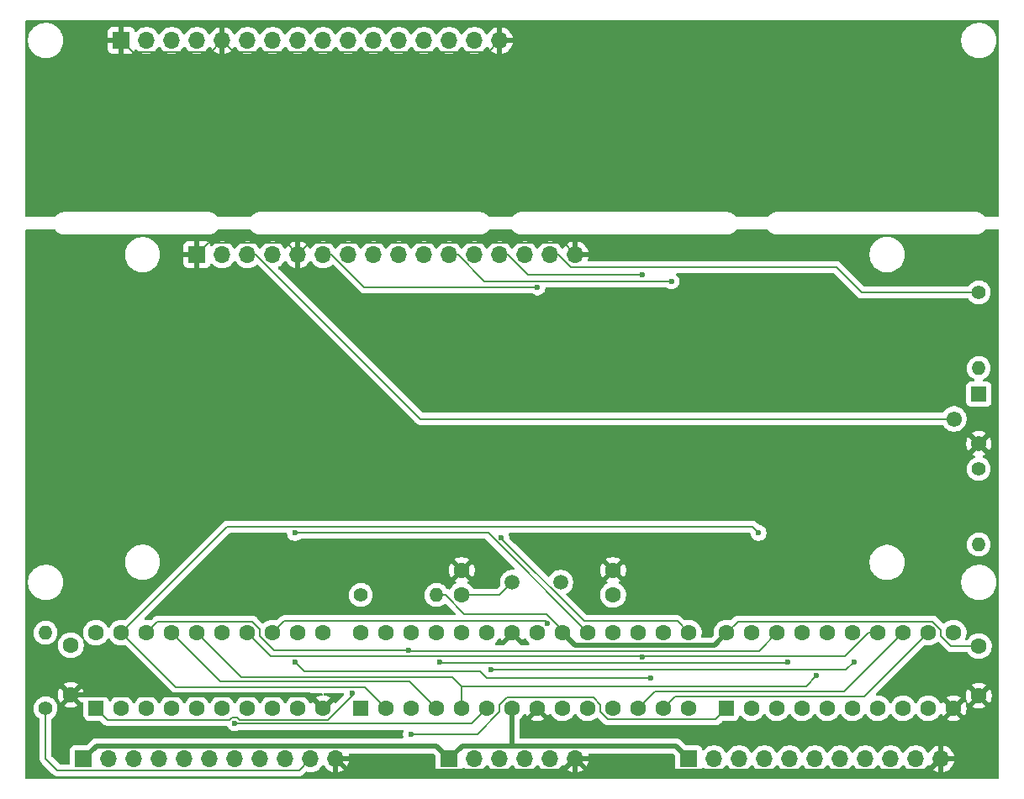
<source format=gbr>
%TF.GenerationSoftware,KiCad,Pcbnew,9.0.4*%
%TF.CreationDate,2025-11-12T17:03:00-08:00*%
%TF.ProjectId,LCDdisplayController,4c434464-6973-4706-9c61-79436f6e7472,rev?*%
%TF.SameCoordinates,Original*%
%TF.FileFunction,Copper,L1,Top*%
%TF.FilePolarity,Positive*%
%FSLAX46Y46*%
G04 Gerber Fmt 4.6, Leading zero omitted, Abs format (unit mm)*
G04 Created by KiCad (PCBNEW 9.0.4) date 2025-11-12 17:03:00*
%MOMM*%
%LPD*%
G01*
G04 APERTURE LIST*
G04 Aperture macros list*
%AMRoundRect*
0 Rectangle with rounded corners*
0 $1 Rounding radius*
0 $2 $3 $4 $5 $6 $7 $8 $9 X,Y pos of 4 corners*
0 Add a 4 corners polygon primitive as box body*
4,1,4,$2,$3,$4,$5,$6,$7,$8,$9,$2,$3,0*
0 Add four circle primitives for the rounded corners*
1,1,$1+$1,$2,$3*
1,1,$1+$1,$4,$5*
1,1,$1+$1,$6,$7*
1,1,$1+$1,$8,$9*
0 Add four rect primitives between the rounded corners*
20,1,$1+$1,$2,$3,$4,$5,0*
20,1,$1+$1,$4,$5,$6,$7,0*
20,1,$1+$1,$6,$7,$8,$9,0*
20,1,$1+$1,$8,$9,$2,$3,0*%
G04 Aperture macros list end*
%TA.AperFunction,ComponentPad*%
%ADD10RoundRect,0.250000X0.550000X-0.550000X0.550000X0.550000X-0.550000X0.550000X-0.550000X-0.550000X0*%
%TD*%
%TA.AperFunction,ComponentPad*%
%ADD11C,1.600000*%
%TD*%
%TA.AperFunction,ComponentPad*%
%ADD12C,1.500000*%
%TD*%
%TA.AperFunction,ComponentPad*%
%ADD13R,1.700000X1.700000*%
%TD*%
%TA.AperFunction,ComponentPad*%
%ADD14O,1.700000X1.700000*%
%TD*%
%TA.AperFunction,ComponentPad*%
%ADD15C,1.400000*%
%TD*%
%TA.AperFunction,ComponentPad*%
%ADD16O,1.400000X1.400000*%
%TD*%
%TA.AperFunction,ComponentPad*%
%ADD17R,1.550000X1.550000*%
%TD*%
%TA.AperFunction,ComponentPad*%
%ADD18C,1.550000*%
%TD*%
%TA.AperFunction,ViaPad*%
%ADD19C,0.600000*%
%TD*%
%TA.AperFunction,Conductor*%
%ADD20C,0.200000*%
%TD*%
%TA.AperFunction,Conductor*%
%ADD21C,0.500000*%
%TD*%
G04 APERTURE END LIST*
D10*
%TO.P,U3,1,~{RESET}/PC6*%
%TO.N,/RES*%
X71120000Y-102870000D03*
D11*
%TO.P,U3,2,PD0*%
%TO.N,Net-(U1-Q0)*%
X73660000Y-102870000D03*
%TO.P,U3,3,PD1*%
%TO.N,Net-(U1-Q1)*%
X76200000Y-102870000D03*
%TO.P,U3,4,PD2*%
%TO.N,Net-(U1-Q2)*%
X78740000Y-102870000D03*
%TO.P,U3,5,PD3*%
%TO.N,Net-(U1-Q3)*%
X81280000Y-102870000D03*
%TO.P,U3,6,PD4*%
%TO.N,Net-(U1-Q4)*%
X83820000Y-102870000D03*
%TO.P,U3,7,VCC*%
%TO.N,+5V*%
X86360000Y-102870000D03*
%TO.P,U3,8,GND*%
%TO.N,GND*%
X88900000Y-102870000D03*
%TO.P,U3,9,XTAL1/PB6*%
%TO.N,Net-(U3-XTAL1{slash}PB6)*%
X91440000Y-102870000D03*
%TO.P,U3,10,XTAL2/PB7*%
%TO.N,Net-(U3-XTAL2{slash}PB7)*%
X93980000Y-102870000D03*
%TO.P,U3,11,PD5*%
%TO.N,Net-(U1-Q5)*%
X96520000Y-102870000D03*
%TO.P,U3,12,PD6*%
%TO.N,Net-(U1-Q6)*%
X99060000Y-102870000D03*
%TO.P,U3,13,PD7*%
%TO.N,Net-(U1-Q7)*%
X101600000Y-102870000D03*
%TO.P,U3,14,PB0*%
%TO.N,/D4*%
X104140000Y-102870000D03*
%TO.P,U3,15,PB1*%
%TO.N,/D5*%
X104140000Y-95250000D03*
%TO.P,U3,16,PB2*%
%TO.N,/D6*%
X101600000Y-95250000D03*
%TO.P,U3,17,PB3*%
%TO.N,/D7*%
X99060000Y-95250000D03*
%TO.P,U3,18,PB4*%
%TO.N,/E*%
X96520000Y-95250000D03*
%TO.P,U3,19,PB5*%
%TO.N,/RS*%
X93980000Y-95250000D03*
%TO.P,U3,20,AVCC*%
%TO.N,+5V*%
X91440000Y-95250000D03*
%TO.P,U3,21,AREF*%
%TO.N,unconnected-(U3-AREF-Pad21)*%
X88900000Y-95250000D03*
%TO.P,U3,22,GND*%
%TO.N,GND*%
X86360000Y-95250000D03*
%TO.P,U3,23,PC0*%
%TO.N,/IN0*%
X83820000Y-95250000D03*
%TO.P,U3,24,PC1*%
%TO.N,/IN1*%
X81280000Y-95250000D03*
%TO.P,U3,25,PC2*%
%TO.N,/IN2*%
X78740000Y-95250000D03*
%TO.P,U3,26,PC3*%
%TO.N,/IN3*%
X76200000Y-95250000D03*
%TO.P,U3,27,PC4*%
%TO.N,Net-(U2-OE)*%
X73660000Y-95250000D03*
%TO.P,U3,28,PC5*%
%TO.N,Net-(U1-OE)*%
X71120000Y-95250000D03*
%TD*%
%TO.P,C1,1*%
%TO.N,GND*%
X41910000Y-101520000D03*
%TO.P,C1,2*%
%TO.N,+5V*%
X41910000Y-96520000D03*
%TD*%
D12*
%TO.P,Y1,1,1*%
%TO.N,Net-(U3-XTAL2{slash}PB7)*%
X91240000Y-90170000D03*
%TO.P,Y1,2,2*%
%TO.N,Net-(U3-XTAL1{slash}PB6)*%
X86360000Y-90170000D03*
%TD*%
D13*
%TO.P,J1,1,Pin_1*%
%TO.N,+5V*%
X43180000Y-107950000D03*
D14*
%TO.P,J1,2,Pin_2*%
%TO.N,Net-(J1-Pin_2)*%
X45720000Y-107950000D03*
%TO.P,J1,3,Pin_3*%
%TO.N,Net-(J1-Pin_3)*%
X48260000Y-107950000D03*
%TO.P,J1,4,Pin_4*%
%TO.N,Net-(J1-Pin_4)*%
X50800000Y-107950000D03*
%TO.P,J1,5,Pin_5*%
%TO.N,Net-(J1-Pin_5)*%
X53340000Y-107950000D03*
%TO.P,J1,6,Pin_6*%
%TO.N,Net-(J1-Pin_6)*%
X55880000Y-107950000D03*
%TO.P,J1,7,Pin_7*%
%TO.N,Net-(J1-Pin_7)*%
X58420000Y-107950000D03*
%TO.P,J1,8,Pin_8*%
%TO.N,Net-(J1-Pin_8)*%
X60960000Y-107950000D03*
%TO.P,J1,9,Pin_9*%
%TO.N,Net-(J1-Pin_9)*%
X63500000Y-107950000D03*
%TO.P,J1,10,Pin_10*%
%TO.N,Net-(J1-Pin_10)*%
X66040000Y-107950000D03*
%TO.P,J1,11,Pin_11*%
%TO.N,GND*%
X68580000Y-107950000D03*
%TD*%
D10*
%TO.P,U1,1,OE*%
%TO.N,Net-(U1-OE)*%
X44450000Y-102870000D03*
D11*
%TO.P,U1,2,D0*%
%TO.N,Net-(J1-Pin_2)*%
X46990000Y-102870000D03*
%TO.P,U1,3,D1*%
%TO.N,Net-(J1-Pin_3)*%
X49530000Y-102870000D03*
%TO.P,U1,4,D2*%
%TO.N,Net-(J1-Pin_4)*%
X52070000Y-102870000D03*
%TO.P,U1,5,D3*%
%TO.N,Net-(J1-Pin_5)*%
X54610000Y-102870000D03*
%TO.P,U1,6,D4*%
%TO.N,Net-(J1-Pin_6)*%
X57150000Y-102870000D03*
%TO.P,U1,7,D5*%
%TO.N,Net-(J1-Pin_7)*%
X59690000Y-102870000D03*
%TO.P,U1,8,D6*%
%TO.N,Net-(J1-Pin_8)*%
X62230000Y-102870000D03*
%TO.P,U1,9,D7*%
%TO.N,Net-(J1-Pin_9)*%
X64770000Y-102870000D03*
%TO.P,U1,10,GND*%
%TO.N,GND*%
X67310000Y-102870000D03*
%TO.P,U1,11,Load*%
%TO.N,Net-(J1-Pin_10)*%
X67310000Y-95250000D03*
%TO.P,U1,12,Q7*%
%TO.N,Net-(U1-Q7)*%
X64770000Y-95250000D03*
%TO.P,U1,13,Q6*%
%TO.N,Net-(U1-Q6)*%
X62230000Y-95250000D03*
%TO.P,U1,14,Q5*%
%TO.N,Net-(U1-Q5)*%
X59690000Y-95250000D03*
%TO.P,U1,15,Q4*%
%TO.N,Net-(U1-Q4)*%
X57150000Y-95250000D03*
%TO.P,U1,16,Q3*%
%TO.N,Net-(U1-Q3)*%
X54610000Y-95250000D03*
%TO.P,U1,17,Q2*%
%TO.N,Net-(U1-Q2)*%
X52070000Y-95250000D03*
%TO.P,U1,18,Q1*%
%TO.N,Net-(U1-Q1)*%
X49530000Y-95250000D03*
%TO.P,U1,19,Q0*%
%TO.N,Net-(U1-Q0)*%
X46990000Y-95250000D03*
%TO.P,U1,20,VCC*%
%TO.N,+5V*%
X44450000Y-95250000D03*
%TD*%
D15*
%TO.P,R4,1*%
%TO.N,Net-(J3-Pin_15)*%
X133350000Y-60960000D03*
D16*
%TO.P,R4,2*%
%TO.N,+5V*%
X133350000Y-68580000D03*
%TD*%
D15*
%TO.P,R1,1*%
%TO.N,Net-(J1-Pin_10)*%
X39370000Y-102870000D03*
D16*
%TO.P,R1,2*%
%TO.N,+5V*%
X39370000Y-95250000D03*
%TD*%
D10*
%TO.P,U2,1,OE*%
%TO.N,Net-(U2-OE)*%
X107950000Y-102870000D03*
D11*
%TO.P,U2,2,D0*%
%TO.N,Net-(J2-Pin_2)*%
X110490000Y-102870000D03*
%TO.P,U2,3,D1*%
%TO.N,Net-(J2-Pin_3)*%
X113030000Y-102870000D03*
%TO.P,U2,4,D2*%
%TO.N,Net-(J2-Pin_4)*%
X115570000Y-102870000D03*
%TO.P,U2,5,D3*%
%TO.N,Net-(J2-Pin_5)*%
X118110000Y-102870000D03*
%TO.P,U2,6,D4*%
%TO.N,Net-(J2-Pin_6)*%
X120650000Y-102870000D03*
%TO.P,U2,7,D5*%
%TO.N,Net-(J2-Pin_7)*%
X123190000Y-102870000D03*
%TO.P,U2,8,D6*%
%TO.N,Net-(J2-Pin_8)*%
X125730000Y-102870000D03*
%TO.P,U2,9,D7*%
%TO.N,Net-(J2-Pin_9)*%
X128270000Y-102870000D03*
%TO.P,U2,10,GND*%
%TO.N,GND*%
X130810000Y-102870000D03*
%TO.P,U2,11,Load*%
%TO.N,Net-(J2-Pin_10)*%
X130810000Y-95250000D03*
%TO.P,U2,12,Q7*%
%TO.N,Net-(U1-Q7)*%
X128270000Y-95250000D03*
%TO.P,U2,13,Q6*%
%TO.N,Net-(U1-Q6)*%
X125730000Y-95250000D03*
%TO.P,U2,14,Q5*%
%TO.N,Net-(U1-Q5)*%
X123190000Y-95250000D03*
%TO.P,U2,15,Q4*%
%TO.N,Net-(U1-Q4)*%
X120650000Y-95250000D03*
%TO.P,U2,16,Q3*%
%TO.N,Net-(U1-Q3)*%
X118110000Y-95250000D03*
%TO.P,U2,17,Q2*%
%TO.N,Net-(U1-Q2)*%
X115570000Y-95250000D03*
%TO.P,U2,18,Q1*%
%TO.N,Net-(U1-Q1)*%
X113030000Y-95250000D03*
%TO.P,U2,19,Q0*%
%TO.N,Net-(U1-Q0)*%
X110490000Y-95250000D03*
%TO.P,U2,20,VCC*%
%TO.N,+5V*%
X107950000Y-95250000D03*
%TD*%
%TO.P,C2,1*%
%TO.N,+5V*%
X133350000Y-96600000D03*
%TO.P,C2,2*%
%TO.N,GND*%
X133350000Y-101600000D03*
%TD*%
D17*
%TO.P,RV1,1,1*%
%TO.N,+5V*%
X133350000Y-71200000D03*
D18*
%TO.P,RV1,2,2*%
%TO.N,Net-(J3-Pin_3)*%
X130850000Y-73700000D03*
%TO.P,RV1,3,3*%
%TO.N,GND*%
X133350000Y-76200000D03*
%TD*%
D15*
%TO.P,R3,1*%
%TO.N,/RES*%
X71120000Y-91440000D03*
D16*
%TO.P,R3,2*%
%TO.N,+5V*%
X78740000Y-91440000D03*
%TD*%
D13*
%TO.P,J3,1,Pin_1*%
%TO.N,GND*%
X54610000Y-57150000D03*
D14*
%TO.P,J3,2,Pin_2*%
%TO.N,+5V*%
X57150000Y-57150000D03*
%TO.P,J3,3,Pin_3*%
%TO.N,Net-(J3-Pin_3)*%
X59690000Y-57150000D03*
%TO.P,J3,4,Pin_4*%
%TO.N,/RS*%
X62230000Y-57150000D03*
%TO.P,J3,5,Pin_5*%
%TO.N,GND*%
X64770000Y-57150000D03*
%TO.P,J3,6,Pin_6*%
%TO.N,/E*%
X67310000Y-57150000D03*
%TO.P,J3,7,Pin_7*%
%TO.N,unconnected-(J3-Pin_7-Pad7)*%
X69850000Y-57150000D03*
%TO.P,J3,8,Pin_8*%
%TO.N,unconnected-(J3-Pin_8-Pad8)*%
X72390000Y-57150000D03*
%TO.P,J3,9,Pin_9*%
%TO.N,unconnected-(J3-Pin_9-Pad9)*%
X74930000Y-57150000D03*
%TO.P,J3,10,Pin_10*%
%TO.N,unconnected-(J3-Pin_10-Pad10)*%
X77470000Y-57150000D03*
%TO.P,J3,11,Pin_11*%
%TO.N,/D4*%
X80010000Y-57150000D03*
%TO.P,J3,12,Pin_12*%
%TO.N,/D5*%
X82550000Y-57150000D03*
%TO.P,J3,13,Pin_13*%
%TO.N,/D6*%
X85090000Y-57150000D03*
%TO.P,J3,14,Pin_14*%
%TO.N,/D7*%
X87630000Y-57150000D03*
%TO.P,J3,15,Pin_15*%
%TO.N,Net-(J3-Pin_15)*%
X90170000Y-57150000D03*
%TO.P,J3,16,Pin_16*%
%TO.N,GND*%
X92710000Y-57150000D03*
%TD*%
D15*
%TO.P,R2,1*%
%TO.N,Net-(J2-Pin_10)*%
X133350000Y-78740000D03*
D16*
%TO.P,R2,2*%
%TO.N,+5V*%
X133350000Y-86360000D03*
%TD*%
D13*
%TO.P,J2,1,Pin_1*%
%TO.N,+5V*%
X104140000Y-107950000D03*
D14*
%TO.P,J2,2,Pin_2*%
%TO.N,Net-(J2-Pin_2)*%
X106680000Y-107950000D03*
%TO.P,J2,3,Pin_3*%
%TO.N,Net-(J2-Pin_3)*%
X109220000Y-107950000D03*
%TO.P,J2,4,Pin_4*%
%TO.N,Net-(J2-Pin_4)*%
X111760000Y-107950000D03*
%TO.P,J2,5,Pin_5*%
%TO.N,Net-(J2-Pin_5)*%
X114300000Y-107950000D03*
%TO.P,J2,6,Pin_6*%
%TO.N,Net-(J2-Pin_6)*%
X116840000Y-107950000D03*
%TO.P,J2,7,Pin_7*%
%TO.N,Net-(J2-Pin_7)*%
X119380000Y-107950000D03*
%TO.P,J2,8,Pin_8*%
%TO.N,Net-(J2-Pin_8)*%
X121920000Y-107950000D03*
%TO.P,J2,9,Pin_9*%
%TO.N,Net-(J2-Pin_9)*%
X124460000Y-107950000D03*
%TO.P,J2,10,Pin_10*%
%TO.N,Net-(J2-Pin_10)*%
X127000000Y-107950000D03*
%TO.P,J2,11,Pin_11*%
%TO.N,GND*%
X129540000Y-107950000D03*
%TD*%
D13*
%TO.P,J5,1,Pin_1*%
%TO.N,+5V*%
X80010000Y-107950000D03*
D14*
%TO.P,J5,2,Pin_2*%
%TO.N,/IN0*%
X82550000Y-107950000D03*
%TO.P,J5,3,Pin_3*%
%TO.N,/IN1*%
X85090000Y-107950000D03*
%TO.P,J5,4,Pin_4*%
%TO.N,/IN2*%
X87630000Y-107950000D03*
%TO.P,J5,5,Pin_5*%
%TO.N,/IN3*%
X90170000Y-107950000D03*
%TO.P,J5,6,Pin_6*%
%TO.N,GND*%
X92710000Y-107950000D03*
%TD*%
D11*
%TO.P,C3,1*%
%TO.N,Net-(U3-XTAL2{slash}PB7)*%
X96520000Y-91440000D03*
%TO.P,C3,2*%
%TO.N,GND*%
X96520000Y-88940000D03*
%TD*%
D13*
%TO.P,J4,1,Pin_1*%
%TO.N,GND*%
X46990000Y-35560000D03*
D14*
%TO.P,J4,2,Pin_2*%
%TO.N,+5V*%
X49530000Y-35560000D03*
%TO.P,J4,3,Pin_3*%
%TO.N,Net-(J3-Pin_3)*%
X52070000Y-35560000D03*
%TO.P,J4,4,Pin_4*%
%TO.N,/RS*%
X54610000Y-35560000D03*
%TO.P,J4,5,Pin_5*%
%TO.N,GND*%
X57150000Y-35560000D03*
%TO.P,J4,6,Pin_6*%
%TO.N,/E*%
X59690000Y-35560000D03*
%TO.P,J4,7,Pin_7*%
%TO.N,unconnected-(J4-Pin_7-Pad7)*%
X62230000Y-35560000D03*
%TO.P,J4,8,Pin_8*%
%TO.N,unconnected-(J4-Pin_8-Pad8)*%
X64770000Y-35560000D03*
%TO.P,J4,9,Pin_9*%
%TO.N,unconnected-(J4-Pin_9-Pad9)*%
X67310000Y-35560000D03*
%TO.P,J4,10,Pin_10*%
%TO.N,unconnected-(J4-Pin_10-Pad10)*%
X69850000Y-35560000D03*
%TO.P,J4,11,Pin_11*%
%TO.N,/D4*%
X72390000Y-35560000D03*
%TO.P,J4,12,Pin_12*%
%TO.N,/D5*%
X74930000Y-35560000D03*
%TO.P,J4,13,Pin_13*%
%TO.N,/D6*%
X77470000Y-35560000D03*
%TO.P,J4,14,Pin_14*%
%TO.N,/D7*%
X80010000Y-35560000D03*
%TO.P,J4,15,Pin_15*%
%TO.N,Net-(J3-Pin_15)*%
X82550000Y-35560000D03*
%TO.P,J4,16,Pin_16*%
%TO.N,GND*%
X85090000Y-35560000D03*
%TD*%
D11*
%TO.P,C4,1*%
%TO.N,Net-(U3-XTAL1{slash}PB6)*%
X81280000Y-91440000D03*
%TO.P,C4,2*%
%TO.N,GND*%
X81280000Y-88940000D03*
%TD*%
D19*
%TO.N,/D4*%
X102387000Y-59836000D03*
%TO.N,/D5*%
X85260265Y-85681735D03*
%TO.N,/D6*%
X99499300Y-59182000D03*
%TO.N,/E*%
X88900000Y-60452000D03*
%TO.N,/RS*%
X64465300Y-85197100D03*
%TO.N,Net-(U1-Q0)*%
X111177300Y-85197100D03*
%TO.N,Net-(U1-Q3)*%
X117016300Y-99584600D03*
%TO.N,Net-(U1-Q2)*%
X114096800Y-98218000D03*
X79062800Y-98218000D03*
%TO.N,Net-(U1-Q4)*%
X84216000Y-98977800D03*
X120753000Y-98178300D03*
X58420000Y-104366000D03*
%TO.N,Net-(U1-Q7)*%
X64465300Y-98178300D03*
X100279200Y-99800600D03*
%TO.N,Net-(U1-OE)*%
X70230700Y-101327500D03*
%TO.N,Net-(U1-Q6)*%
X89869600Y-94272700D03*
%TO.N,Net-(U1-Q5)*%
X99499300Y-97695700D03*
%TO.N,Net-(U1-Q1)*%
X75962800Y-96996600D03*
%TO.N,Net-(U2-OE)*%
X76143300Y-105507100D03*
%TD*%
D20*
%TO.N,+5V*%
X133350000Y-96600000D02*
X130556600Y-96600000D01*
D21*
X80010000Y-107950000D02*
X78709000Y-106649000D01*
X102839000Y-106649000D02*
X86360000Y-106649000D01*
X106699000Y-96501000D02*
X107950000Y-95250000D01*
D20*
X81542900Y-93345000D02*
X79741700Y-91543800D01*
D21*
X78709000Y-106649000D02*
X44481000Y-106649000D01*
X44481000Y-106649000D02*
X43180000Y-107950000D01*
D20*
X78740000Y-91440000D02*
X79741700Y-91440000D01*
D21*
X86360000Y-106649000D02*
X81311000Y-106649000D01*
X92691000Y-96501000D02*
X106699000Y-96501000D01*
X104140000Y-107950000D02*
X102839000Y-106649000D01*
X91440000Y-95250000D02*
X92691000Y-96501000D01*
D20*
X129540000Y-95583400D02*
X129540000Y-94956200D01*
X129540000Y-94956200D02*
X128705700Y-94121900D01*
X91440000Y-95250000D02*
X91440000Y-94992200D01*
X130556600Y-96600000D02*
X129540000Y-95583400D01*
D21*
X86360000Y-102870000D02*
X86360000Y-106649000D01*
D20*
X128705700Y-94121900D02*
X109078100Y-94121900D01*
D21*
X81311000Y-106649000D02*
X80010000Y-107950000D01*
D20*
X91440000Y-94992200D02*
X89792800Y-93345000D01*
X109078100Y-94121900D02*
X107950000Y-95250000D01*
X89792800Y-93345000D02*
X81542900Y-93345000D01*
X79741700Y-91543800D02*
X79741700Y-91440000D01*
D21*
%TO.N,GND*%
X69881000Y-109251000D02*
X68580000Y-107950000D01*
X94011000Y-109251000D02*
X128239000Y-109251000D01*
D20*
X135221001Y-99728999D02*
X133350000Y-101600000D01*
D21*
X65960000Y-101520000D02*
X67310000Y-102870000D01*
X128239000Y-109251000D02*
X129540000Y-107950000D01*
D20*
X64770000Y-57150000D02*
X63619000Y-55999000D01*
X135221001Y-78071001D02*
X135221001Y-99728999D01*
X58301000Y-36711000D02*
X57150000Y-35560000D01*
X55999000Y-36711000D02*
X48141000Y-36711000D01*
X57150000Y-35560000D02*
X55999000Y-36711000D01*
X64770000Y-57150000D02*
X65921000Y-55999000D01*
X91559000Y-55999000D02*
X92710000Y-57150000D01*
X83939000Y-36711000D02*
X58301000Y-36711000D01*
D21*
X41910000Y-101520000D02*
X65960000Y-101520000D01*
D20*
X65921000Y-55999000D02*
X91559000Y-55999000D01*
X133350000Y-76200000D02*
X135221001Y-78071001D01*
D21*
X92710000Y-107950000D02*
X91409000Y-109251000D01*
D20*
X85090000Y-35560000D02*
X83939000Y-36711000D01*
X63619000Y-55999000D02*
X55761000Y-55999000D01*
X55761000Y-55999000D02*
X54610000Y-57150000D01*
X48141000Y-36711000D02*
X46990000Y-35560000D01*
D21*
X91409000Y-109251000D02*
X69881000Y-109251000D01*
X92710000Y-107950000D02*
X94011000Y-109251000D01*
D20*
%TO.N,Net-(U3-XTAL1{slash}PB6)*%
X85090000Y-91440000D02*
X81280000Y-91440000D01*
X86360000Y-90170000D02*
X85090000Y-91440000D01*
%TO.N,/D4*%
X80893200Y-57150000D02*
X83579200Y-59836000D01*
X80010000Y-57150000D02*
X80893200Y-57150000D01*
X83579200Y-59836000D02*
X102387000Y-59836000D01*
%TO.N,/D5*%
X85260265Y-85681735D02*
X85260265Y-85747565D01*
X102989600Y-94099600D02*
X104140000Y-95250000D01*
X93612300Y-94099600D02*
X102989600Y-94099600D01*
X85260265Y-85747565D02*
X93612300Y-94099600D01*
%TO.N,/D6*%
X87985700Y-59182000D02*
X85953700Y-57150000D01*
X99499300Y-59182000D02*
X87985700Y-59182000D01*
X85953700Y-57150000D02*
X85090000Y-57150000D01*
%TO.N,Net-(J1-Pin_10)*%
X64878000Y-109112000D02*
X66040000Y-107950000D01*
X39370000Y-107950000D02*
X40532000Y-109112000D01*
X40532000Y-109112000D02*
X64878000Y-109112000D01*
X39370000Y-102870000D02*
X39370000Y-107950000D01*
%TO.N,/E*%
X88900000Y-60452000D02*
X71475800Y-60452000D01*
X71475800Y-60452000D02*
X68173800Y-57150000D01*
X68173800Y-57150000D02*
X67310000Y-57150000D01*
%TO.N,/RS*%
X83927100Y-85197100D02*
X93980000Y-95250000D01*
X64465300Y-85197100D02*
X83927100Y-85197100D01*
%TO.N,Net-(J3-Pin_15)*%
X91033800Y-57150000D02*
X92303800Y-58420000D01*
X121539000Y-60960000D02*
X133350000Y-60960000D01*
X92303800Y-58420000D02*
X118999000Y-58420000D01*
X118999000Y-58420000D02*
X121539000Y-60960000D01*
X90170000Y-57150000D02*
X91033800Y-57150000D01*
%TO.N,Net-(J3-Pin_3)*%
X77103800Y-73700000D02*
X130850000Y-73700000D01*
X60553800Y-57150000D02*
X77103800Y-73700000D01*
X59690000Y-57150000D02*
X60553800Y-57150000D01*
%TO.N,Net-(U1-Q0)*%
X46990000Y-95250000D02*
X52465600Y-100725600D01*
X110553800Y-84573600D02*
X111177300Y-85197100D01*
X52465600Y-100725600D02*
X71515600Y-100725600D01*
X71515600Y-100725600D02*
X73660000Y-102870000D01*
X46990000Y-95250000D02*
X57666400Y-84573600D01*
X57666400Y-84573600D02*
X110553800Y-84573600D01*
%TO.N,Net-(U1-Q3)*%
X115977400Y-100623500D02*
X81280000Y-100623500D01*
X117016300Y-99584600D02*
X115977400Y-100623500D01*
X80363500Y-99707000D02*
X81280000Y-100623500D01*
X59067000Y-99707000D02*
X80363500Y-99707000D01*
X81280000Y-100623500D02*
X81280000Y-102870000D01*
X54610000Y-95250000D02*
X59067000Y-99707000D01*
%TO.N,Net-(U1-Q2)*%
X79162400Y-98317600D02*
X79062800Y-98218000D01*
X114096800Y-98218000D02*
X113997200Y-98317600D01*
X56944000Y-100124000D02*
X75994000Y-100124000D01*
X113997200Y-98317600D02*
X79162400Y-98317600D01*
X52070000Y-95250000D02*
X56944000Y-100124000D01*
X75994000Y-100124000D02*
X78740000Y-102870000D01*
%TO.N,Net-(U1-Q4)*%
X82266900Y-104423100D02*
X83820000Y-102870000D01*
X120753000Y-98178300D02*
X119953500Y-98977800D01*
X58420000Y-104366000D02*
X58477100Y-104423100D01*
X58477100Y-104423100D02*
X82266900Y-104423100D01*
X119953500Y-98977800D02*
X84216000Y-98977800D01*
%TO.N,Net-(U1-Q7)*%
X65464600Y-99177600D02*
X83136000Y-99177600D01*
X83759000Y-99800600D02*
X100279200Y-99800600D01*
X102772200Y-101697800D02*
X101600000Y-102870000D01*
X64465300Y-98178300D02*
X65464600Y-99177600D01*
X128270000Y-95250000D02*
X121822200Y-101697800D01*
X83136000Y-99177600D02*
X83759000Y-99800600D01*
X121822200Y-101697800D02*
X102772200Y-101697800D01*
%TO.N,Net-(U1-OE)*%
X58920300Y-104015400D02*
X58669200Y-103764300D01*
X57918300Y-104016900D02*
X45596900Y-104016900D01*
X70230700Y-101577000D02*
X67792300Y-104015400D01*
X58170900Y-103764300D02*
X57918300Y-104016900D01*
X58669200Y-103764300D02*
X58170900Y-103764300D01*
X67792300Y-104015400D02*
X58920300Y-104015400D01*
X45596900Y-104016900D02*
X44450000Y-102870000D01*
X70230700Y-101327500D02*
X70230700Y-101577000D01*
%TO.N,Net-(U1-Q6)*%
X89696100Y-94099200D02*
X63380800Y-94099200D01*
X119785200Y-101194800D02*
X125730000Y-95250000D01*
X63380800Y-94099200D02*
X62230000Y-95250000D01*
X89869600Y-94272700D02*
X89696100Y-94099200D01*
X100735200Y-101194800D02*
X119785200Y-101194800D01*
X99060000Y-102870000D02*
X100735200Y-101194800D01*
%TO.N,Net-(U1-Q5)*%
X64754200Y-97616300D02*
X64714500Y-97576600D01*
X99419900Y-97616300D02*
X64754200Y-97616300D01*
X122262500Y-95250000D02*
X119896200Y-97616300D01*
X99499300Y-97695700D02*
X99419900Y-97616300D01*
X64714500Y-97576600D02*
X62016600Y-97576600D01*
X119896200Y-97616300D02*
X99578700Y-97616300D01*
X99578700Y-97616300D02*
X99499300Y-97695700D01*
X62016600Y-97576600D02*
X59690000Y-95250000D01*
X123190000Y-95250000D02*
X122262500Y-95250000D01*
%TO.N,Net-(U1-Q1)*%
X50642600Y-94137400D02*
X49530000Y-95250000D01*
X60960000Y-95545100D02*
X60960000Y-94894000D01*
X60203400Y-94137400D02*
X50642600Y-94137400D01*
X111206500Y-97073500D02*
X76039700Y-97073500D01*
X113030000Y-95250000D02*
X111206500Y-97073500D01*
X60960000Y-94894000D02*
X60203400Y-94137400D01*
X76039700Y-97073500D02*
X75962800Y-96996600D01*
X62411500Y-96996600D02*
X60960000Y-95545100D01*
X75962800Y-96996600D02*
X62411500Y-96996600D01*
%TO.N,Net-(U2-OE)*%
X76143300Y-105507100D02*
X82825200Y-105507100D01*
X95250000Y-102494100D02*
X95250000Y-103218400D01*
X106832600Y-103987400D02*
X107950000Y-102870000D01*
X96019000Y-103987400D02*
X106832600Y-103987400D01*
X82825200Y-105507100D02*
X85090000Y-103242300D01*
X85090000Y-102514400D02*
X85852800Y-101751600D01*
X95250000Y-103218400D02*
X96019000Y-103987400D01*
X85852800Y-101751600D02*
X94507500Y-101751600D01*
X94507500Y-101751600D02*
X95250000Y-102494100D01*
X85090000Y-103242300D02*
X85090000Y-102514400D01*
%TD*%
%TA.AperFunction,Conductor*%
%TO.N,GND*%
G36*
X135332539Y-33540185D02*
G01*
X135378294Y-33592989D01*
X135389500Y-33644500D01*
X135389500Y-53216000D01*
X135369815Y-53283039D01*
X135317011Y-53328794D01*
X135265500Y-53340000D01*
X134039783Y-53340000D01*
X133972744Y-53320315D01*
X133944794Y-53295706D01*
X133934165Y-53283039D01*
X133838486Y-53169014D01*
X133686284Y-53041300D01*
X133600250Y-52991628D01*
X133514220Y-52941959D01*
X133514217Y-52941958D01*
X133514216Y-52941957D01*
X133490638Y-52933375D01*
X133327511Y-52874001D01*
X133131845Y-52839500D01*
X133131843Y-52839500D01*
X133098392Y-52839500D01*
X113095892Y-52839500D01*
X113030000Y-52839500D01*
X112930657Y-52839500D01*
X112930654Y-52839500D01*
X112734988Y-52874001D01*
X112548286Y-52941956D01*
X112548279Y-52941959D01*
X112376219Y-53041298D01*
X112376213Y-53041302D01*
X112224014Y-53169014D01*
X112141365Y-53267511D01*
X112117706Y-53295706D01*
X112059535Y-53334408D01*
X112022717Y-53340000D01*
X108957283Y-53340000D01*
X108890244Y-53320315D01*
X108862294Y-53295706D01*
X108851665Y-53283039D01*
X108755986Y-53169014D01*
X108603784Y-53041300D01*
X108517750Y-52991628D01*
X108431720Y-52941959D01*
X108431717Y-52941958D01*
X108431716Y-52941957D01*
X108408138Y-52933375D01*
X108245011Y-52874001D01*
X108049345Y-52839500D01*
X108049343Y-52839500D01*
X108015892Y-52839500D01*
X87378392Y-52839500D01*
X87312500Y-52839500D01*
X87213157Y-52839500D01*
X87213154Y-52839500D01*
X87017488Y-52874001D01*
X86830786Y-52941956D01*
X86830779Y-52941959D01*
X86658719Y-53041298D01*
X86658713Y-53041302D01*
X86506514Y-53169014D01*
X86423865Y-53267511D01*
X86400206Y-53295706D01*
X86342035Y-53334408D01*
X86305217Y-53340000D01*
X84065283Y-53340000D01*
X83998244Y-53320315D01*
X83970294Y-53295706D01*
X83959665Y-53283039D01*
X83863986Y-53169014D01*
X83711784Y-53041300D01*
X83625750Y-52991628D01*
X83539720Y-52941959D01*
X83539717Y-52941958D01*
X83539716Y-52941957D01*
X83516138Y-52933375D01*
X83353011Y-52874001D01*
X83157345Y-52839500D01*
X83157343Y-52839500D01*
X83123892Y-52839500D01*
X61025892Y-52839500D01*
X60960000Y-52839500D01*
X60860657Y-52839500D01*
X60860654Y-52839500D01*
X60664988Y-52874001D01*
X60478286Y-52941956D01*
X60478279Y-52941959D01*
X60306219Y-53041298D01*
X60306213Y-53041302D01*
X60154014Y-53169014D01*
X60071365Y-53267511D01*
X60047706Y-53295706D01*
X59989535Y-53334408D01*
X59952717Y-53340000D01*
X56760283Y-53340000D01*
X56693244Y-53320315D01*
X56665294Y-53295706D01*
X56654665Y-53283039D01*
X56558986Y-53169014D01*
X56406784Y-53041300D01*
X56320750Y-52991628D01*
X56234720Y-52941959D01*
X56234717Y-52941958D01*
X56234716Y-52941957D01*
X56211138Y-52933375D01*
X56048011Y-52874001D01*
X55852345Y-52839500D01*
X55852343Y-52839500D01*
X55818892Y-52839500D01*
X41340892Y-52839500D01*
X41275000Y-52839500D01*
X41175657Y-52839500D01*
X41175654Y-52839500D01*
X40979988Y-52874001D01*
X40793286Y-52941956D01*
X40793279Y-52941959D01*
X40621219Y-53041298D01*
X40621213Y-53041302D01*
X40469014Y-53169014D01*
X40386365Y-53267511D01*
X40362706Y-53295706D01*
X40304535Y-53334408D01*
X40267717Y-53340000D01*
X37454500Y-53340000D01*
X37387461Y-53320315D01*
X37341706Y-53267511D01*
X37330500Y-53216000D01*
X37330500Y-35443947D01*
X37599498Y-35443947D01*
X37599498Y-35676052D01*
X37629792Y-35906148D01*
X37689860Y-36130328D01*
X37778672Y-36344741D01*
X37778679Y-36344756D01*
X37894721Y-36545748D01*
X38036010Y-36729877D01*
X38036018Y-36729886D01*
X38200113Y-36893981D01*
X38200120Y-36893987D01*
X38200122Y-36893989D01*
X38242962Y-36926861D01*
X38384250Y-37035277D01*
X38585242Y-37151319D01*
X38585257Y-37151326D01*
X38696141Y-37197255D01*
X38799669Y-37240138D01*
X39023850Y-37300207D01*
X39242317Y-37328969D01*
X39253938Y-37330499D01*
X39253954Y-37330501D01*
X39253961Y-37330501D01*
X39486037Y-37330501D01*
X39486044Y-37330501D01*
X39716148Y-37300207D01*
X39940329Y-37240138D01*
X40154752Y-37151321D01*
X40355747Y-37035277D01*
X40539876Y-36893989D01*
X40539880Y-36893984D01*
X40539885Y-36893981D01*
X40703980Y-36729886D01*
X40703983Y-36729881D01*
X40703988Y-36729877D01*
X40845276Y-36545748D01*
X40961320Y-36344753D01*
X41050137Y-36130330D01*
X41110206Y-35906149D01*
X41140500Y-35676045D01*
X41140500Y-35443955D01*
X41110206Y-35213851D01*
X41050137Y-34989670D01*
X41005274Y-34881361D01*
X40961325Y-34775258D01*
X40961320Y-34775248D01*
X40961320Y-34775247D01*
X40906641Y-34680540D01*
X40896027Y-34662155D01*
X45640000Y-34662155D01*
X45640000Y-35310000D01*
X46556988Y-35310000D01*
X46524075Y-35367007D01*
X46490000Y-35494174D01*
X46490000Y-35625826D01*
X46524075Y-35752993D01*
X46556988Y-35810000D01*
X45640000Y-35810000D01*
X45640000Y-36457844D01*
X45646401Y-36517372D01*
X45646403Y-36517379D01*
X45696645Y-36652086D01*
X45696649Y-36652093D01*
X45782809Y-36767187D01*
X45782812Y-36767190D01*
X45897906Y-36853350D01*
X45897913Y-36853354D01*
X46032620Y-36903596D01*
X46032627Y-36903598D01*
X46092155Y-36909999D01*
X46092172Y-36910000D01*
X46740000Y-36910000D01*
X46740000Y-35993012D01*
X46797007Y-36025925D01*
X46924174Y-36060000D01*
X47055826Y-36060000D01*
X47182993Y-36025925D01*
X47240000Y-35993012D01*
X47240000Y-36910000D01*
X47887828Y-36910000D01*
X47887844Y-36909999D01*
X47947372Y-36903598D01*
X47947379Y-36903596D01*
X48082086Y-36853354D01*
X48082093Y-36853350D01*
X48197187Y-36767190D01*
X48197190Y-36767187D01*
X48283350Y-36652093D01*
X48283354Y-36652086D01*
X48332422Y-36520529D01*
X48374293Y-36464595D01*
X48439757Y-36440178D01*
X48508030Y-36455030D01*
X48536285Y-36476181D01*
X48650213Y-36590109D01*
X48822179Y-36715048D01*
X48822181Y-36715049D01*
X48822184Y-36715051D01*
X49011588Y-36811557D01*
X49213757Y-36877246D01*
X49423713Y-36910500D01*
X49423714Y-36910500D01*
X49636286Y-36910500D01*
X49636287Y-36910500D01*
X49846243Y-36877246D01*
X50048412Y-36811557D01*
X50237816Y-36715051D01*
X50324471Y-36652093D01*
X50409786Y-36590109D01*
X50409788Y-36590106D01*
X50409792Y-36590104D01*
X50560104Y-36439792D01*
X50560106Y-36439788D01*
X50560109Y-36439786D01*
X50685048Y-36267820D01*
X50685047Y-36267820D01*
X50685051Y-36267816D01*
X50689514Y-36259054D01*
X50737488Y-36208259D01*
X50805308Y-36191463D01*
X50871444Y-36213999D01*
X50910486Y-36259056D01*
X50914951Y-36267820D01*
X51039890Y-36439786D01*
X51190213Y-36590109D01*
X51362179Y-36715048D01*
X51362181Y-36715049D01*
X51362184Y-36715051D01*
X51551588Y-36811557D01*
X51753757Y-36877246D01*
X51963713Y-36910500D01*
X51963714Y-36910500D01*
X52176286Y-36910500D01*
X52176287Y-36910500D01*
X52386243Y-36877246D01*
X52588412Y-36811557D01*
X52777816Y-36715051D01*
X52864471Y-36652093D01*
X52949786Y-36590109D01*
X52949788Y-36590106D01*
X52949792Y-36590104D01*
X53100104Y-36439792D01*
X53100106Y-36439788D01*
X53100109Y-36439786D01*
X53225048Y-36267820D01*
X53225047Y-36267820D01*
X53225051Y-36267816D01*
X53229514Y-36259054D01*
X53277488Y-36208259D01*
X53345308Y-36191463D01*
X53411444Y-36213999D01*
X53450486Y-36259056D01*
X53454951Y-36267820D01*
X53579890Y-36439786D01*
X53730213Y-36590109D01*
X53902179Y-36715048D01*
X53902181Y-36715049D01*
X53902184Y-36715051D01*
X54091588Y-36811557D01*
X54293757Y-36877246D01*
X54503713Y-36910500D01*
X54503714Y-36910500D01*
X54716286Y-36910500D01*
X54716287Y-36910500D01*
X54926243Y-36877246D01*
X55128412Y-36811557D01*
X55317816Y-36715051D01*
X55404471Y-36652093D01*
X55489786Y-36590109D01*
X55489788Y-36590106D01*
X55489792Y-36590104D01*
X55640104Y-36439792D01*
X55640106Y-36439788D01*
X55640109Y-36439786D01*
X55722927Y-36325795D01*
X55765051Y-36267816D01*
X55769793Y-36258508D01*
X55817763Y-36207711D01*
X55885583Y-36190911D01*
X55951719Y-36213445D01*
X55990763Y-36258500D01*
X55995377Y-36267555D01*
X56120272Y-36439459D01*
X56120276Y-36439464D01*
X56270535Y-36589723D01*
X56270540Y-36589727D01*
X56442442Y-36714620D01*
X56631782Y-36811095D01*
X56833871Y-36876757D01*
X56900000Y-36887231D01*
X56900000Y-35993012D01*
X56957007Y-36025925D01*
X57084174Y-36060000D01*
X57215826Y-36060000D01*
X57342993Y-36025925D01*
X57400000Y-35993012D01*
X57400000Y-36887230D01*
X57466126Y-36876757D01*
X57466129Y-36876757D01*
X57668217Y-36811095D01*
X57857557Y-36714620D01*
X58029459Y-36589727D01*
X58029464Y-36589723D01*
X58179723Y-36439464D01*
X58179727Y-36439459D01*
X58304620Y-36267558D01*
X58309232Y-36258507D01*
X58357205Y-36207709D01*
X58425025Y-36190912D01*
X58491161Y-36213447D01*
X58530204Y-36258504D01*
X58534949Y-36267817D01*
X58659890Y-36439786D01*
X58810213Y-36590109D01*
X58982179Y-36715048D01*
X58982181Y-36715049D01*
X58982184Y-36715051D01*
X59171588Y-36811557D01*
X59373757Y-36877246D01*
X59583713Y-36910500D01*
X59583714Y-36910500D01*
X59796286Y-36910500D01*
X59796287Y-36910500D01*
X60006243Y-36877246D01*
X60208412Y-36811557D01*
X60397816Y-36715051D01*
X60484471Y-36652093D01*
X60569786Y-36590109D01*
X60569788Y-36590106D01*
X60569792Y-36590104D01*
X60720104Y-36439792D01*
X60720106Y-36439788D01*
X60720109Y-36439786D01*
X60845048Y-36267820D01*
X60845047Y-36267820D01*
X60845051Y-36267816D01*
X60849514Y-36259054D01*
X60897488Y-36208259D01*
X60965308Y-36191463D01*
X61031444Y-36213999D01*
X61070486Y-36259056D01*
X61074951Y-36267820D01*
X61199890Y-36439786D01*
X61350213Y-36590109D01*
X61522179Y-36715048D01*
X61522181Y-36715049D01*
X61522184Y-36715051D01*
X61711588Y-36811557D01*
X61913757Y-36877246D01*
X62123713Y-36910500D01*
X62123714Y-36910500D01*
X62336286Y-36910500D01*
X62336287Y-36910500D01*
X62546243Y-36877246D01*
X62748412Y-36811557D01*
X62937816Y-36715051D01*
X63024471Y-36652093D01*
X63109786Y-36590109D01*
X63109788Y-36590106D01*
X63109792Y-36590104D01*
X63260104Y-36439792D01*
X63260106Y-36439788D01*
X63260109Y-36439786D01*
X63385048Y-36267820D01*
X63385047Y-36267820D01*
X63385051Y-36267816D01*
X63389514Y-36259054D01*
X63437488Y-36208259D01*
X63505308Y-36191463D01*
X63571444Y-36213999D01*
X63610486Y-36259056D01*
X63614951Y-36267820D01*
X63739890Y-36439786D01*
X63890213Y-36590109D01*
X64062179Y-36715048D01*
X64062181Y-36715049D01*
X64062184Y-36715051D01*
X64251588Y-36811557D01*
X64453757Y-36877246D01*
X64663713Y-36910500D01*
X64663714Y-36910500D01*
X64876286Y-36910500D01*
X64876287Y-36910500D01*
X65086243Y-36877246D01*
X65288412Y-36811557D01*
X65477816Y-36715051D01*
X65564471Y-36652093D01*
X65649786Y-36590109D01*
X65649788Y-36590106D01*
X65649792Y-36590104D01*
X65800104Y-36439792D01*
X65800106Y-36439788D01*
X65800109Y-36439786D01*
X65925048Y-36267820D01*
X65925047Y-36267820D01*
X65925051Y-36267816D01*
X65929514Y-36259054D01*
X65977488Y-36208259D01*
X66045308Y-36191463D01*
X66111444Y-36213999D01*
X66150486Y-36259056D01*
X66154951Y-36267820D01*
X66279890Y-36439786D01*
X66430213Y-36590109D01*
X66602179Y-36715048D01*
X66602181Y-36715049D01*
X66602184Y-36715051D01*
X66791588Y-36811557D01*
X66993757Y-36877246D01*
X67203713Y-36910500D01*
X67203714Y-36910500D01*
X67416286Y-36910500D01*
X67416287Y-36910500D01*
X67626243Y-36877246D01*
X67828412Y-36811557D01*
X68017816Y-36715051D01*
X68104471Y-36652093D01*
X68189786Y-36590109D01*
X68189788Y-36590106D01*
X68189792Y-36590104D01*
X68340104Y-36439792D01*
X68340106Y-36439788D01*
X68340109Y-36439786D01*
X68465048Y-36267820D01*
X68465047Y-36267820D01*
X68465051Y-36267816D01*
X68469514Y-36259054D01*
X68517488Y-36208259D01*
X68585308Y-36191463D01*
X68651444Y-36213999D01*
X68690486Y-36259056D01*
X68694951Y-36267820D01*
X68819890Y-36439786D01*
X68970213Y-36590109D01*
X69142179Y-36715048D01*
X69142181Y-36715049D01*
X69142184Y-36715051D01*
X69331588Y-36811557D01*
X69533757Y-36877246D01*
X69743713Y-36910500D01*
X69743714Y-36910500D01*
X69956286Y-36910500D01*
X69956287Y-36910500D01*
X70166243Y-36877246D01*
X70368412Y-36811557D01*
X70557816Y-36715051D01*
X70644471Y-36652093D01*
X70729786Y-36590109D01*
X70729788Y-36590106D01*
X70729792Y-36590104D01*
X70880104Y-36439792D01*
X70880106Y-36439788D01*
X70880109Y-36439786D01*
X71005048Y-36267820D01*
X71005047Y-36267820D01*
X71005051Y-36267816D01*
X71009514Y-36259054D01*
X71057488Y-36208259D01*
X71125308Y-36191463D01*
X71191444Y-36213999D01*
X71230486Y-36259056D01*
X71234951Y-36267820D01*
X71359890Y-36439786D01*
X71510213Y-36590109D01*
X71682179Y-36715048D01*
X71682181Y-36715049D01*
X71682184Y-36715051D01*
X71871588Y-36811557D01*
X72073757Y-36877246D01*
X72283713Y-36910500D01*
X72283714Y-36910500D01*
X72496286Y-36910500D01*
X72496287Y-36910500D01*
X72706243Y-36877246D01*
X72908412Y-36811557D01*
X73097816Y-36715051D01*
X73184471Y-36652093D01*
X73269786Y-36590109D01*
X73269788Y-36590106D01*
X73269792Y-36590104D01*
X73420104Y-36439792D01*
X73420106Y-36439788D01*
X73420109Y-36439786D01*
X73545048Y-36267820D01*
X73545047Y-36267820D01*
X73545051Y-36267816D01*
X73549514Y-36259054D01*
X73597488Y-36208259D01*
X73665308Y-36191463D01*
X73731444Y-36213999D01*
X73770486Y-36259056D01*
X73774951Y-36267820D01*
X73899890Y-36439786D01*
X74050213Y-36590109D01*
X74222179Y-36715048D01*
X74222181Y-36715049D01*
X74222184Y-36715051D01*
X74411588Y-36811557D01*
X74613757Y-36877246D01*
X74823713Y-36910500D01*
X74823714Y-36910500D01*
X75036286Y-36910500D01*
X75036287Y-36910500D01*
X75246243Y-36877246D01*
X75448412Y-36811557D01*
X75637816Y-36715051D01*
X75724471Y-36652093D01*
X75809786Y-36590109D01*
X75809788Y-36590106D01*
X75809792Y-36590104D01*
X75960104Y-36439792D01*
X75960106Y-36439788D01*
X75960109Y-36439786D01*
X76085048Y-36267820D01*
X76085047Y-36267820D01*
X76085051Y-36267816D01*
X76089514Y-36259054D01*
X76137488Y-36208259D01*
X76205308Y-36191463D01*
X76271444Y-36213999D01*
X76310486Y-36259056D01*
X76314951Y-36267820D01*
X76439890Y-36439786D01*
X76590213Y-36590109D01*
X76762179Y-36715048D01*
X76762181Y-36715049D01*
X76762184Y-36715051D01*
X76951588Y-36811557D01*
X77153757Y-36877246D01*
X77363713Y-36910500D01*
X77363714Y-36910500D01*
X77576286Y-36910500D01*
X77576287Y-36910500D01*
X77786243Y-36877246D01*
X77988412Y-36811557D01*
X78177816Y-36715051D01*
X78264471Y-36652093D01*
X78349786Y-36590109D01*
X78349788Y-36590106D01*
X78349792Y-36590104D01*
X78500104Y-36439792D01*
X78500106Y-36439788D01*
X78500109Y-36439786D01*
X78625048Y-36267820D01*
X78625047Y-36267820D01*
X78625051Y-36267816D01*
X78629514Y-36259054D01*
X78677488Y-36208259D01*
X78745308Y-36191463D01*
X78811444Y-36213999D01*
X78850486Y-36259056D01*
X78854951Y-36267820D01*
X78979890Y-36439786D01*
X79130213Y-36590109D01*
X79302179Y-36715048D01*
X79302181Y-36715049D01*
X79302184Y-36715051D01*
X79491588Y-36811557D01*
X79693757Y-36877246D01*
X79903713Y-36910500D01*
X79903714Y-36910500D01*
X80116286Y-36910500D01*
X80116287Y-36910500D01*
X80326243Y-36877246D01*
X80528412Y-36811557D01*
X80717816Y-36715051D01*
X80804471Y-36652093D01*
X80889786Y-36590109D01*
X80889788Y-36590106D01*
X80889792Y-36590104D01*
X81040104Y-36439792D01*
X81040106Y-36439788D01*
X81040109Y-36439786D01*
X81165048Y-36267820D01*
X81165047Y-36267820D01*
X81165051Y-36267816D01*
X81169514Y-36259054D01*
X81217488Y-36208259D01*
X81285308Y-36191463D01*
X81351444Y-36213999D01*
X81390486Y-36259056D01*
X81394951Y-36267820D01*
X81519890Y-36439786D01*
X81670213Y-36590109D01*
X81842179Y-36715048D01*
X81842181Y-36715049D01*
X81842184Y-36715051D01*
X82031588Y-36811557D01*
X82233757Y-36877246D01*
X82443713Y-36910500D01*
X82443714Y-36910500D01*
X82656286Y-36910500D01*
X82656287Y-36910500D01*
X82866243Y-36877246D01*
X83068412Y-36811557D01*
X83257816Y-36715051D01*
X83344471Y-36652093D01*
X83429786Y-36590109D01*
X83429788Y-36590106D01*
X83429792Y-36590104D01*
X83580104Y-36439792D01*
X83580106Y-36439788D01*
X83580109Y-36439786D01*
X83662927Y-36325795D01*
X83705051Y-36267816D01*
X83709793Y-36258508D01*
X83757763Y-36207711D01*
X83825583Y-36190911D01*
X83891719Y-36213445D01*
X83930763Y-36258500D01*
X83935377Y-36267555D01*
X84060272Y-36439459D01*
X84060276Y-36439464D01*
X84210535Y-36589723D01*
X84210540Y-36589727D01*
X84382442Y-36714620D01*
X84571782Y-36811095D01*
X84773871Y-36876757D01*
X84840000Y-36887231D01*
X84840000Y-35993012D01*
X84897007Y-36025925D01*
X85024174Y-36060000D01*
X85155826Y-36060000D01*
X85282993Y-36025925D01*
X85340000Y-35993012D01*
X85340000Y-36887230D01*
X85406126Y-36876757D01*
X85406129Y-36876757D01*
X85608217Y-36811095D01*
X85797557Y-36714620D01*
X85969459Y-36589727D01*
X85969464Y-36589723D01*
X86119723Y-36439464D01*
X86119727Y-36439459D01*
X86244620Y-36267557D01*
X86341095Y-36078217D01*
X86406757Y-35876129D01*
X86406757Y-35876126D01*
X86417231Y-35810000D01*
X85523012Y-35810000D01*
X85555925Y-35752993D01*
X85590000Y-35625826D01*
X85590000Y-35494174D01*
X85576541Y-35443946D01*
X131579499Y-35443946D01*
X131579499Y-35676051D01*
X131604640Y-35867007D01*
X131609793Y-35906148D01*
X131614239Y-35922739D01*
X131669861Y-36130327D01*
X131758673Y-36344740D01*
X131758680Y-36344755D01*
X131874722Y-36545747D01*
X132016011Y-36729876D01*
X132016019Y-36729885D01*
X132180114Y-36893980D01*
X132180122Y-36893987D01*
X132180123Y-36893988D01*
X132192647Y-36903598D01*
X132364251Y-37035276D01*
X132565243Y-37151318D01*
X132565258Y-37151325D01*
X132676142Y-37197254D01*
X132779670Y-37240137D01*
X133003851Y-37300206D01*
X133233955Y-37330500D01*
X133233962Y-37330500D01*
X133466038Y-37330500D01*
X133466045Y-37330500D01*
X133696149Y-37300206D01*
X133920330Y-37240137D01*
X134134753Y-37151320D01*
X134335748Y-37035276D01*
X134519877Y-36893988D01*
X134519881Y-36893983D01*
X134519886Y-36893980D01*
X134683981Y-36729885D01*
X134683984Y-36729880D01*
X134683989Y-36729876D01*
X134825277Y-36545747D01*
X134941321Y-36344752D01*
X135030138Y-36130329D01*
X135090207Y-35906148D01*
X135120501Y-35676044D01*
X135120501Y-35443954D01*
X135090207Y-35213850D01*
X135030138Y-34989669D01*
X134985275Y-34881360D01*
X134941326Y-34775257D01*
X134941319Y-34775242D01*
X134825277Y-34574250D01*
X134683988Y-34390121D01*
X134683981Y-34390113D01*
X134519886Y-34226018D01*
X134519877Y-34226010D01*
X134335748Y-34084721D01*
X134134756Y-33968679D01*
X134134741Y-33968672D01*
X133920328Y-33879860D01*
X133778203Y-33841778D01*
X133696149Y-33819792D01*
X133667386Y-33816005D01*
X133466052Y-33789498D01*
X133466045Y-33789498D01*
X133233955Y-33789498D01*
X133233947Y-33789498D01*
X133003851Y-33819792D01*
X132779671Y-33879860D01*
X132565258Y-33968672D01*
X132565243Y-33968679D01*
X132364251Y-34084721D01*
X132180122Y-34226010D01*
X132016011Y-34390121D01*
X131874722Y-34574250D01*
X131758680Y-34775242D01*
X131758673Y-34775257D01*
X131669861Y-34989670D01*
X131609793Y-35213850D01*
X131579499Y-35443946D01*
X85576541Y-35443946D01*
X85555925Y-35367007D01*
X85523012Y-35310000D01*
X86417231Y-35310000D01*
X86406757Y-35243873D01*
X86406757Y-35243870D01*
X86341095Y-35041782D01*
X86244620Y-34852442D01*
X86119727Y-34680540D01*
X86119723Y-34680535D01*
X85969464Y-34530276D01*
X85969459Y-34530272D01*
X85797557Y-34405379D01*
X85608215Y-34308903D01*
X85406124Y-34243241D01*
X85340000Y-34232768D01*
X85340000Y-35126988D01*
X85282993Y-35094075D01*
X85155826Y-35060000D01*
X85024174Y-35060000D01*
X84897007Y-35094075D01*
X84840000Y-35126988D01*
X84840000Y-34232768D01*
X84839999Y-34232768D01*
X84773875Y-34243241D01*
X84571784Y-34308903D01*
X84382442Y-34405379D01*
X84210540Y-34530272D01*
X84210535Y-34530276D01*
X84060276Y-34680535D01*
X84060272Y-34680540D01*
X83935378Y-34852443D01*
X83930762Y-34861502D01*
X83882784Y-34912295D01*
X83814963Y-34929087D01*
X83748829Y-34906546D01*
X83709794Y-34861493D01*
X83705051Y-34852184D01*
X83705049Y-34852181D01*
X83705048Y-34852179D01*
X83580109Y-34680213D01*
X83429786Y-34529890D01*
X83257820Y-34404951D01*
X83068414Y-34308444D01*
X83068413Y-34308443D01*
X83068412Y-34308443D01*
X82866243Y-34242754D01*
X82866241Y-34242753D01*
X82866240Y-34242753D01*
X82704957Y-34217208D01*
X82656287Y-34209500D01*
X82443713Y-34209500D01*
X82395042Y-34217208D01*
X82233760Y-34242753D01*
X82031585Y-34308444D01*
X81842179Y-34404951D01*
X81670213Y-34529890D01*
X81519890Y-34680213D01*
X81394949Y-34852182D01*
X81390484Y-34860946D01*
X81342509Y-34911742D01*
X81274688Y-34928536D01*
X81208553Y-34905998D01*
X81169516Y-34860946D01*
X81165050Y-34852182D01*
X81040109Y-34680213D01*
X80889786Y-34529890D01*
X80717820Y-34404951D01*
X80528414Y-34308444D01*
X80528413Y-34308443D01*
X80528412Y-34308443D01*
X80326243Y-34242754D01*
X80326241Y-34242753D01*
X80326240Y-34242753D01*
X80164957Y-34217208D01*
X80116287Y-34209500D01*
X79903713Y-34209500D01*
X79855042Y-34217208D01*
X79693760Y-34242753D01*
X79491585Y-34308444D01*
X79302179Y-34404951D01*
X79130213Y-34529890D01*
X78979890Y-34680213D01*
X78854949Y-34852182D01*
X78850484Y-34860946D01*
X78802509Y-34911742D01*
X78734688Y-34928536D01*
X78668553Y-34905998D01*
X78629516Y-34860946D01*
X78625050Y-34852182D01*
X78500109Y-34680213D01*
X78349786Y-34529890D01*
X78177820Y-34404951D01*
X77988414Y-34308444D01*
X77988413Y-34308443D01*
X77988412Y-34308443D01*
X77786243Y-34242754D01*
X77786241Y-34242753D01*
X77786240Y-34242753D01*
X77624957Y-34217208D01*
X77576287Y-34209500D01*
X77363713Y-34209500D01*
X77315042Y-34217208D01*
X77153760Y-34242753D01*
X76951585Y-34308444D01*
X76762179Y-34404951D01*
X76590213Y-34529890D01*
X76439890Y-34680213D01*
X76314949Y-34852182D01*
X76310484Y-34860946D01*
X76262509Y-34911742D01*
X76194688Y-34928536D01*
X76128553Y-34905998D01*
X76089516Y-34860946D01*
X76085050Y-34852182D01*
X75960109Y-34680213D01*
X75809786Y-34529890D01*
X75637820Y-34404951D01*
X75448414Y-34308444D01*
X75448413Y-34308443D01*
X75448412Y-34308443D01*
X75246243Y-34242754D01*
X75246241Y-34242753D01*
X75246240Y-34242753D01*
X75084957Y-34217208D01*
X75036287Y-34209500D01*
X74823713Y-34209500D01*
X74775042Y-34217208D01*
X74613760Y-34242753D01*
X74411585Y-34308444D01*
X74222179Y-34404951D01*
X74050213Y-34529890D01*
X73899890Y-34680213D01*
X73774949Y-34852182D01*
X73770484Y-34860946D01*
X73722509Y-34911742D01*
X73654688Y-34928536D01*
X73588553Y-34905998D01*
X73549516Y-34860946D01*
X73545050Y-34852182D01*
X73420109Y-34680213D01*
X73269786Y-34529890D01*
X73097820Y-34404951D01*
X72908414Y-34308444D01*
X72908413Y-34308443D01*
X72908412Y-34308443D01*
X72706243Y-34242754D01*
X72706241Y-34242753D01*
X72706240Y-34242753D01*
X72544957Y-34217208D01*
X72496287Y-34209500D01*
X72283713Y-34209500D01*
X72235042Y-34217208D01*
X72073760Y-34242753D01*
X71871585Y-34308444D01*
X71682179Y-34404951D01*
X71510213Y-34529890D01*
X71359890Y-34680213D01*
X71234949Y-34852182D01*
X71230484Y-34860946D01*
X71182509Y-34911742D01*
X71114688Y-34928536D01*
X71048553Y-34905998D01*
X71009516Y-34860946D01*
X71005050Y-34852182D01*
X70880109Y-34680213D01*
X70729786Y-34529890D01*
X70557820Y-34404951D01*
X70368414Y-34308444D01*
X70368413Y-34308443D01*
X70368412Y-34308443D01*
X70166243Y-34242754D01*
X70166241Y-34242753D01*
X70166240Y-34242753D01*
X70004957Y-34217208D01*
X69956287Y-34209500D01*
X69743713Y-34209500D01*
X69695042Y-34217208D01*
X69533760Y-34242753D01*
X69331585Y-34308444D01*
X69142179Y-34404951D01*
X68970213Y-34529890D01*
X68819890Y-34680213D01*
X68694949Y-34852182D01*
X68690484Y-34860946D01*
X68642509Y-34911742D01*
X68574688Y-34928536D01*
X68508553Y-34905998D01*
X68469516Y-34860946D01*
X68465050Y-34852182D01*
X68340109Y-34680213D01*
X68189786Y-34529890D01*
X68017820Y-34404951D01*
X67828414Y-34308444D01*
X67828413Y-34308443D01*
X67828412Y-34308443D01*
X67626243Y-34242754D01*
X67626241Y-34242753D01*
X67626240Y-34242753D01*
X67464957Y-34217208D01*
X67416287Y-34209500D01*
X67203713Y-34209500D01*
X67155042Y-34217208D01*
X66993760Y-34242753D01*
X66791585Y-34308444D01*
X66602179Y-34404951D01*
X66430213Y-34529890D01*
X66279890Y-34680213D01*
X66154949Y-34852182D01*
X66150484Y-34860946D01*
X66102509Y-34911742D01*
X66034688Y-34928536D01*
X65968553Y-34905998D01*
X65929516Y-34860946D01*
X65925050Y-34852182D01*
X65800109Y-34680213D01*
X65649786Y-34529890D01*
X65477820Y-34404951D01*
X65288414Y-34308444D01*
X65288413Y-34308443D01*
X65288412Y-34308443D01*
X65086243Y-34242754D01*
X65086241Y-34242753D01*
X65086240Y-34242753D01*
X64924957Y-34217208D01*
X64876287Y-34209500D01*
X64663713Y-34209500D01*
X64615042Y-34217208D01*
X64453760Y-34242753D01*
X64251585Y-34308444D01*
X64062179Y-34404951D01*
X63890213Y-34529890D01*
X63739890Y-34680213D01*
X63614949Y-34852182D01*
X63610484Y-34860946D01*
X63562509Y-34911742D01*
X63494688Y-34928536D01*
X63428553Y-34905998D01*
X63389516Y-34860946D01*
X63385050Y-34852182D01*
X63260109Y-34680213D01*
X63109786Y-34529890D01*
X62937820Y-34404951D01*
X62748414Y-34308444D01*
X62748413Y-34308443D01*
X62748412Y-34308443D01*
X62546243Y-34242754D01*
X62546241Y-34242753D01*
X62546240Y-34242753D01*
X62384957Y-34217208D01*
X62336287Y-34209500D01*
X62123713Y-34209500D01*
X62075042Y-34217208D01*
X61913760Y-34242753D01*
X61711585Y-34308444D01*
X61522179Y-34404951D01*
X61350213Y-34529890D01*
X61199890Y-34680213D01*
X61074949Y-34852182D01*
X61070484Y-34860946D01*
X61022509Y-34911742D01*
X60954688Y-34928536D01*
X60888553Y-34905998D01*
X60849516Y-34860946D01*
X60845050Y-34852182D01*
X60720109Y-34680213D01*
X60569786Y-34529890D01*
X60397820Y-34404951D01*
X60208414Y-34308444D01*
X60208413Y-34308443D01*
X60208412Y-34308443D01*
X60006243Y-34242754D01*
X60006241Y-34242753D01*
X60006240Y-34242753D01*
X59844957Y-34217208D01*
X59796287Y-34209500D01*
X59583713Y-34209500D01*
X59535042Y-34217208D01*
X59373760Y-34242753D01*
X59171585Y-34308444D01*
X58982179Y-34404951D01*
X58810213Y-34529890D01*
X58659890Y-34680213D01*
X58534949Y-34852182D01*
X58530202Y-34861499D01*
X58482227Y-34912293D01*
X58414405Y-34929087D01*
X58348271Y-34906548D01*
X58309234Y-34861495D01*
X58304622Y-34852444D01*
X58179727Y-34680540D01*
X58179723Y-34680535D01*
X58029464Y-34530276D01*
X58029459Y-34530272D01*
X57857557Y-34405379D01*
X57668215Y-34308903D01*
X57466124Y-34243241D01*
X57400000Y-34232768D01*
X57400000Y-35126988D01*
X57342993Y-35094075D01*
X57215826Y-35060000D01*
X57084174Y-35060000D01*
X56957007Y-35094075D01*
X56900000Y-35126988D01*
X56900000Y-34232768D01*
X56899999Y-34232768D01*
X56833875Y-34243241D01*
X56631784Y-34308903D01*
X56442442Y-34405379D01*
X56270540Y-34530272D01*
X56270535Y-34530276D01*
X56120276Y-34680535D01*
X56120272Y-34680540D01*
X55995378Y-34852443D01*
X55990762Y-34861502D01*
X55942784Y-34912295D01*
X55874963Y-34929087D01*
X55808829Y-34906546D01*
X55769794Y-34861493D01*
X55765051Y-34852184D01*
X55765049Y-34852181D01*
X55765048Y-34852179D01*
X55640109Y-34680213D01*
X55489786Y-34529890D01*
X55317820Y-34404951D01*
X55128414Y-34308444D01*
X55128413Y-34308443D01*
X55128412Y-34308443D01*
X54926243Y-34242754D01*
X54926241Y-34242753D01*
X54926240Y-34242753D01*
X54764957Y-34217208D01*
X54716287Y-34209500D01*
X54503713Y-34209500D01*
X54455042Y-34217208D01*
X54293760Y-34242753D01*
X54091585Y-34308444D01*
X53902179Y-34404951D01*
X53730213Y-34529890D01*
X53579890Y-34680213D01*
X53454949Y-34852182D01*
X53450484Y-34860946D01*
X53402509Y-34911742D01*
X53334688Y-34928536D01*
X53268553Y-34905998D01*
X53229516Y-34860946D01*
X53225050Y-34852182D01*
X53100109Y-34680213D01*
X52949786Y-34529890D01*
X52777820Y-34404951D01*
X52588414Y-34308444D01*
X52588413Y-34308443D01*
X52588412Y-34308443D01*
X52386243Y-34242754D01*
X52386241Y-34242753D01*
X52386240Y-34242753D01*
X52224957Y-34217208D01*
X52176287Y-34209500D01*
X51963713Y-34209500D01*
X51915042Y-34217208D01*
X51753760Y-34242753D01*
X51551585Y-34308444D01*
X51362179Y-34404951D01*
X51190213Y-34529890D01*
X51039890Y-34680213D01*
X50914949Y-34852182D01*
X50910484Y-34860946D01*
X50862509Y-34911742D01*
X50794688Y-34928536D01*
X50728553Y-34905998D01*
X50689516Y-34860946D01*
X50685050Y-34852182D01*
X50560109Y-34680213D01*
X50409786Y-34529890D01*
X50237820Y-34404951D01*
X50048414Y-34308444D01*
X50048413Y-34308443D01*
X50048412Y-34308443D01*
X49846243Y-34242754D01*
X49846241Y-34242753D01*
X49846240Y-34242753D01*
X49684957Y-34217208D01*
X49636287Y-34209500D01*
X49423713Y-34209500D01*
X49375042Y-34217208D01*
X49213760Y-34242753D01*
X49011585Y-34308444D01*
X48822179Y-34404951D01*
X48650215Y-34529889D01*
X48536285Y-34643819D01*
X48474962Y-34677303D01*
X48405270Y-34672319D01*
X48349337Y-34630447D01*
X48332422Y-34599470D01*
X48283354Y-34467913D01*
X48283350Y-34467906D01*
X48197190Y-34352812D01*
X48197187Y-34352809D01*
X48082093Y-34266649D01*
X48082086Y-34266645D01*
X47947379Y-34216403D01*
X47947372Y-34216401D01*
X47887844Y-34210000D01*
X47240000Y-34210000D01*
X47240000Y-35126988D01*
X47182993Y-35094075D01*
X47055826Y-35060000D01*
X46924174Y-35060000D01*
X46797007Y-35094075D01*
X46740000Y-35126988D01*
X46740000Y-34210000D01*
X46092155Y-34210000D01*
X46032627Y-34216401D01*
X46032620Y-34216403D01*
X45897913Y-34266645D01*
X45897906Y-34266649D01*
X45782812Y-34352809D01*
X45782809Y-34352812D01*
X45696649Y-34467906D01*
X45696645Y-34467913D01*
X45646403Y-34602620D01*
X45646401Y-34602627D01*
X45640000Y-34662155D01*
X40896027Y-34662155D01*
X40845276Y-34574251D01*
X40703987Y-34390122D01*
X40703980Y-34390114D01*
X40539885Y-34226019D01*
X40539876Y-34226011D01*
X40355747Y-34084722D01*
X40154755Y-33968680D01*
X40154740Y-33968673D01*
X39940327Y-33879861D01*
X39798202Y-33841779D01*
X39716148Y-33819793D01*
X39687385Y-33816006D01*
X39486051Y-33789499D01*
X39486044Y-33789499D01*
X39253954Y-33789499D01*
X39253946Y-33789499D01*
X39023850Y-33819793D01*
X38799670Y-33879861D01*
X38585257Y-33968673D01*
X38585242Y-33968680D01*
X38384250Y-34084722D01*
X38200121Y-34226011D01*
X38036010Y-34390122D01*
X37894721Y-34574251D01*
X37778679Y-34775243D01*
X37778672Y-34775258D01*
X37689860Y-34989671D01*
X37629792Y-35213851D01*
X37599498Y-35443947D01*
X37330500Y-35443947D01*
X37330500Y-33644500D01*
X37350185Y-33577461D01*
X37402989Y-33531706D01*
X37454500Y-33520500D01*
X135265500Y-33520500D01*
X135332539Y-33540185D01*
G37*
%TD.AperFunction*%
%TD*%
%TA.AperFunction,Conductor*%
%TO.N,GND*%
G36*
X67239079Y-101345785D02*
G01*
X67284834Y-101398589D01*
X67294778Y-101467747D01*
X67265753Y-101531303D01*
X67206975Y-101569077D01*
X67191438Y-101572573D01*
X67005582Y-101602009D01*
X66810968Y-101665244D01*
X66628644Y-101758143D01*
X66584077Y-101790523D01*
X66584077Y-101790524D01*
X67263554Y-102470000D01*
X67257339Y-102470000D01*
X67155606Y-102497259D01*
X67064394Y-102549920D01*
X66989920Y-102624394D01*
X66937259Y-102715606D01*
X66910000Y-102817339D01*
X66910000Y-102823553D01*
X66230524Y-102144077D01*
X66230523Y-102144077D01*
X66198143Y-102188644D01*
X66150765Y-102281630D01*
X66102790Y-102332426D01*
X66034969Y-102349221D01*
X65968834Y-102326683D01*
X65929795Y-102281630D01*
X65923865Y-102269991D01*
X65882287Y-102188390D01*
X65882285Y-102188387D01*
X65882284Y-102188385D01*
X65761971Y-102022786D01*
X65617213Y-101878028D01*
X65451613Y-101757715D01*
X65451612Y-101757714D01*
X65451610Y-101757713D01*
X65390967Y-101726814D01*
X65269223Y-101664781D01*
X65074534Y-101601522D01*
X64892309Y-101572661D01*
X64891752Y-101572572D01*
X64828618Y-101542644D01*
X64791687Y-101483332D01*
X64792685Y-101413470D01*
X64831295Y-101355237D01*
X64895259Y-101327123D01*
X64911151Y-101326100D01*
X67172040Y-101326100D01*
X67239079Y-101345785D01*
G37*
%TD.AperFunction*%
%TA.AperFunction,Conductor*%
G36*
X69342940Y-101335045D02*
G01*
X69373838Y-101342348D01*
X69376221Y-101344818D01*
X69379514Y-101345785D01*
X69400304Y-101369778D01*
X69422352Y-101392629D01*
X69423895Y-101397003D01*
X69425269Y-101398589D01*
X69434093Y-101425913D01*
X69437498Y-101443034D01*
X69431268Y-101512625D01*
X69403561Y-101554902D01*
X68659990Y-102298473D01*
X68598667Y-102331958D01*
X68528975Y-102326974D01*
X68473042Y-102285102D01*
X68461824Y-102267086D01*
X68421861Y-102188652D01*
X68389474Y-102144077D01*
X68389474Y-102144076D01*
X67710000Y-102823551D01*
X67710000Y-102817339D01*
X67682741Y-102715606D01*
X67630080Y-102624394D01*
X67555606Y-102549920D01*
X67464394Y-102497259D01*
X67362661Y-102470000D01*
X67356446Y-102470000D01*
X68035922Y-101790524D01*
X68035921Y-101790523D01*
X67991359Y-101758147D01*
X67991350Y-101758141D01*
X67809031Y-101665244D01*
X67614417Y-101602009D01*
X67428562Y-101572573D01*
X67365427Y-101542644D01*
X67328496Y-101483332D01*
X67329494Y-101413470D01*
X67368104Y-101355237D01*
X67432068Y-101327123D01*
X67447960Y-101326100D01*
X69312475Y-101326100D01*
X69342940Y-101335045D01*
G37*
%TD.AperFunction*%
%TA.AperFunction,Conductor*%
G36*
X57075888Y-101345785D02*
G01*
X57121643Y-101398589D01*
X57131587Y-101467747D01*
X57102562Y-101531303D01*
X57043784Y-101569077D01*
X57028249Y-101572572D01*
X57027691Y-101572661D01*
X56845465Y-101601522D01*
X56650776Y-101664781D01*
X56468386Y-101757715D01*
X56302786Y-101878028D01*
X56158028Y-102022786D01*
X56037715Y-102188386D01*
X55990485Y-102281080D01*
X55942510Y-102331876D01*
X55874689Y-102348671D01*
X55808554Y-102326134D01*
X55769515Y-102281080D01*
X55751601Y-102245922D01*
X55722287Y-102188390D01*
X55690092Y-102144077D01*
X55601971Y-102022786D01*
X55457213Y-101878028D01*
X55291613Y-101757715D01*
X55291612Y-101757714D01*
X55291610Y-101757713D01*
X55230967Y-101726814D01*
X55109223Y-101664781D01*
X54914534Y-101601522D01*
X54732309Y-101572661D01*
X54731752Y-101572572D01*
X54668618Y-101542644D01*
X54631687Y-101483332D01*
X54632685Y-101413470D01*
X54671295Y-101355237D01*
X54735259Y-101327123D01*
X54751151Y-101326100D01*
X57008849Y-101326100D01*
X57075888Y-101345785D01*
G37*
%TD.AperFunction*%
%TA.AperFunction,Conductor*%
G36*
X59573385Y-101333304D02*
G01*
X59598744Y-101336582D01*
X59606349Y-101342984D01*
X59615888Y-101345785D01*
X59632633Y-101365110D01*
X59652196Y-101381578D01*
X59655132Y-101391075D01*
X59661643Y-101398589D01*
X59665282Y-101423900D01*
X59672836Y-101448329D01*
X59670171Y-101457905D01*
X59671587Y-101467747D01*
X59660963Y-101491009D01*
X59654111Y-101515643D01*
X59646692Y-101522259D01*
X59642562Y-101531303D01*
X59621048Y-101545128D01*
X59601966Y-101562147D01*
X59587706Y-101566555D01*
X59583784Y-101569077D01*
X59568249Y-101572572D01*
X59567691Y-101572661D01*
X59385465Y-101601522D01*
X59190776Y-101664781D01*
X59008386Y-101757715D01*
X58842786Y-101878028D01*
X58698028Y-102022786D01*
X58577715Y-102188386D01*
X58530485Y-102281080D01*
X58482510Y-102331876D01*
X58414689Y-102348671D01*
X58348554Y-102326134D01*
X58309515Y-102281080D01*
X58291601Y-102245922D01*
X58262287Y-102188390D01*
X58230092Y-102144077D01*
X58141971Y-102022786D01*
X57997213Y-101878028D01*
X57831613Y-101757715D01*
X57831612Y-101757714D01*
X57831610Y-101757713D01*
X57770967Y-101726814D01*
X57649223Y-101664781D01*
X57454534Y-101601522D01*
X57272309Y-101572661D01*
X57271752Y-101572572D01*
X57208618Y-101542644D01*
X57171687Y-101483332D01*
X57172685Y-101413470D01*
X57211295Y-101355237D01*
X57275259Y-101327123D01*
X57291151Y-101326100D01*
X59548849Y-101326100D01*
X59573385Y-101333304D01*
G37*
%TD.AperFunction*%
%TA.AperFunction,Conductor*%
G36*
X62155888Y-101345785D02*
G01*
X62201643Y-101398589D01*
X62211587Y-101467747D01*
X62182562Y-101531303D01*
X62123784Y-101569077D01*
X62108249Y-101572572D01*
X62107691Y-101572661D01*
X61925465Y-101601522D01*
X61730776Y-101664781D01*
X61548386Y-101757715D01*
X61382786Y-101878028D01*
X61238028Y-102022786D01*
X61117715Y-102188386D01*
X61070485Y-102281080D01*
X61022510Y-102331876D01*
X60954689Y-102348671D01*
X60888554Y-102326134D01*
X60849515Y-102281080D01*
X60831601Y-102245922D01*
X60802287Y-102188390D01*
X60770092Y-102144077D01*
X60681971Y-102022786D01*
X60537213Y-101878028D01*
X60371613Y-101757715D01*
X60371612Y-101757714D01*
X60371610Y-101757713D01*
X60310967Y-101726814D01*
X60189223Y-101664781D01*
X59994534Y-101601522D01*
X59812309Y-101572661D01*
X59811752Y-101572572D01*
X59748618Y-101542644D01*
X59711687Y-101483332D01*
X59712685Y-101413470D01*
X59751295Y-101355237D01*
X59815259Y-101327123D01*
X59831151Y-101326100D01*
X62088849Y-101326100D01*
X62155888Y-101345785D01*
G37*
%TD.AperFunction*%
%TA.AperFunction,Conductor*%
G36*
X64653385Y-101333304D02*
G01*
X64678744Y-101336582D01*
X64686349Y-101342984D01*
X64695888Y-101345785D01*
X64712633Y-101365110D01*
X64732196Y-101381578D01*
X64735132Y-101391075D01*
X64741643Y-101398589D01*
X64745282Y-101423900D01*
X64752836Y-101448329D01*
X64750171Y-101457905D01*
X64751587Y-101467747D01*
X64740963Y-101491009D01*
X64734111Y-101515643D01*
X64726692Y-101522259D01*
X64722562Y-101531303D01*
X64701048Y-101545128D01*
X64681966Y-101562147D01*
X64667706Y-101566555D01*
X64663784Y-101569077D01*
X64648249Y-101572572D01*
X64647691Y-101572661D01*
X64465465Y-101601522D01*
X64270776Y-101664781D01*
X64088386Y-101757715D01*
X63922786Y-101878028D01*
X63778028Y-102022786D01*
X63657715Y-102188386D01*
X63610485Y-102281080D01*
X63562510Y-102331876D01*
X63494689Y-102348671D01*
X63428554Y-102326134D01*
X63389515Y-102281080D01*
X63371601Y-102245922D01*
X63342287Y-102188390D01*
X63310092Y-102144077D01*
X63221971Y-102022786D01*
X63077213Y-101878028D01*
X62911613Y-101757715D01*
X62911612Y-101757714D01*
X62911610Y-101757713D01*
X62850967Y-101726814D01*
X62729223Y-101664781D01*
X62534534Y-101601522D01*
X62352309Y-101572661D01*
X62351752Y-101572572D01*
X62288618Y-101542644D01*
X62251687Y-101483332D01*
X62252685Y-101413470D01*
X62291295Y-101355237D01*
X62355259Y-101327123D01*
X62371151Y-101326100D01*
X64628849Y-101326100D01*
X64653385Y-101333304D01*
G37*
%TD.AperFunction*%
%TA.AperFunction,Conductor*%
G36*
X85960000Y-95302661D02*
G01*
X85987259Y-95404394D01*
X86039920Y-95495606D01*
X86114394Y-95570080D01*
X86205606Y-95622741D01*
X86307339Y-95650000D01*
X86313553Y-95650000D01*
X85634076Y-96329474D01*
X85634848Y-96339271D01*
X85620484Y-96407648D01*
X85571432Y-96457405D01*
X85511230Y-96473000D01*
X84730861Y-96473000D01*
X84663822Y-96453315D01*
X84618067Y-96400511D01*
X84608123Y-96331353D01*
X84637148Y-96267797D01*
X84657978Y-96248680D01*
X84662022Y-96245742D01*
X84667219Y-96241966D01*
X84811966Y-96097219D01*
X84811968Y-96097215D01*
X84811971Y-96097213D01*
X84927014Y-95938868D01*
X84932287Y-95931610D01*
X84979795Y-95838369D01*
X85027769Y-95787573D01*
X85095590Y-95770778D01*
X85161725Y-95793315D01*
X85200765Y-95838369D01*
X85248141Y-95931350D01*
X85248147Y-95931359D01*
X85280523Y-95975921D01*
X85280524Y-95975922D01*
X85960000Y-95296446D01*
X85960000Y-95302661D01*
G37*
%TD.AperFunction*%
%TA.AperFunction,Conductor*%
G36*
X87439474Y-95975921D02*
G01*
X87471861Y-95931347D01*
X87471861Y-95931346D01*
X87519234Y-95838371D01*
X87567208Y-95787575D01*
X87635028Y-95770779D01*
X87701164Y-95793316D01*
X87740203Y-95838369D01*
X87787713Y-95931611D01*
X87908028Y-96097213D01*
X88052782Y-96241967D01*
X88062022Y-96248680D01*
X88104689Y-96304009D01*
X88110670Y-96373622D01*
X88078065Y-96435418D01*
X88017227Y-96469777D01*
X87989139Y-96473000D01*
X87208769Y-96473000D01*
X87141730Y-96453315D01*
X87095975Y-96400511D01*
X87085151Y-96339271D01*
X87085922Y-96329474D01*
X86406447Y-95650000D01*
X86412661Y-95650000D01*
X86514394Y-95622741D01*
X86605606Y-95570080D01*
X86680080Y-95495606D01*
X86732741Y-95404394D01*
X86760000Y-95302661D01*
X86760000Y-95296447D01*
X87439474Y-95975921D01*
G37*
%TD.AperFunction*%
%TA.AperFunction,Conductor*%
G36*
X63609817Y-85193785D02*
G01*
X63655572Y-85246589D01*
X63664395Y-85273909D01*
X63695561Y-85430589D01*
X63695564Y-85430601D01*
X63755902Y-85576272D01*
X63755909Y-85576285D01*
X63843510Y-85707388D01*
X63843513Y-85707392D01*
X63955007Y-85818886D01*
X63955011Y-85818889D01*
X64086114Y-85906490D01*
X64086127Y-85906497D01*
X64231798Y-85966835D01*
X64231803Y-85966837D01*
X64386453Y-85997599D01*
X64386456Y-85997600D01*
X64386458Y-85997600D01*
X64544144Y-85997600D01*
X64544145Y-85997599D01*
X64698797Y-85966837D01*
X64844479Y-85906494D01*
X64855451Y-85899163D01*
X64976175Y-85818498D01*
X65042853Y-85797620D01*
X65045066Y-85797600D01*
X83627003Y-85797600D01*
X83694042Y-85817285D01*
X83714684Y-85833919D01*
X86594741Y-88713977D01*
X86628226Y-88775300D01*
X86623242Y-88844992D01*
X86581370Y-88900925D01*
X86515906Y-88925342D01*
X86487662Y-88924131D01*
X86458422Y-88919500D01*
X86458417Y-88919500D01*
X86261583Y-88919500D01*
X86261578Y-88919500D01*
X86067173Y-88950290D01*
X85879970Y-89011117D01*
X85704594Y-89100476D01*
X85672565Y-89123747D01*
X85545354Y-89216172D01*
X85545352Y-89216174D01*
X85545351Y-89216174D01*
X85406174Y-89355351D01*
X85406174Y-89355352D01*
X85406172Y-89355354D01*
X85384457Y-89385242D01*
X85290476Y-89514594D01*
X85201117Y-89689970D01*
X85140290Y-89877173D01*
X85109500Y-90071577D01*
X85109500Y-90268422D01*
X85141023Y-90467453D01*
X85132068Y-90536747D01*
X85106231Y-90574532D01*
X84877582Y-90803182D01*
X84816262Y-90836666D01*
X84789903Y-90839500D01*
X82509602Y-90839500D01*
X82442563Y-90819815D01*
X82399117Y-90771795D01*
X82392284Y-90758385D01*
X82271971Y-90592786D01*
X82127213Y-90448028D01*
X81961611Y-90327713D01*
X81907621Y-90300203D01*
X81856825Y-90252228D01*
X81840031Y-90184407D01*
X81862569Y-90118272D01*
X81907624Y-90079233D01*
X81961349Y-90051859D01*
X82005921Y-90019474D01*
X81326447Y-89340000D01*
X81332661Y-89340000D01*
X81434394Y-89312741D01*
X81525606Y-89260080D01*
X81600080Y-89185606D01*
X81652741Y-89094394D01*
X81680000Y-88992661D01*
X81680000Y-88986447D01*
X82359474Y-89665921D01*
X82391859Y-89621349D01*
X82484755Y-89439031D01*
X82547990Y-89244417D01*
X82580000Y-89042317D01*
X82580000Y-88837682D01*
X82547990Y-88635582D01*
X82484755Y-88440968D01*
X82391859Y-88258650D01*
X82359474Y-88214077D01*
X82359474Y-88214076D01*
X81680000Y-88893551D01*
X81680000Y-88887339D01*
X81652741Y-88785606D01*
X81600080Y-88694394D01*
X81525606Y-88619920D01*
X81434394Y-88567259D01*
X81332661Y-88540000D01*
X81326446Y-88540000D01*
X82005922Y-87860524D01*
X82005921Y-87860523D01*
X81961359Y-87828147D01*
X81961350Y-87828141D01*
X81779031Y-87735244D01*
X81584417Y-87672009D01*
X81382317Y-87640000D01*
X81177683Y-87640000D01*
X80975582Y-87672009D01*
X80780968Y-87735244D01*
X80598644Y-87828143D01*
X80554077Y-87860523D01*
X80554077Y-87860524D01*
X81233554Y-88540000D01*
X81227339Y-88540000D01*
X81125606Y-88567259D01*
X81034394Y-88619920D01*
X80959920Y-88694394D01*
X80907259Y-88785606D01*
X80880000Y-88887339D01*
X80880000Y-88893553D01*
X80200524Y-88214077D01*
X80200523Y-88214077D01*
X80168143Y-88258644D01*
X80075244Y-88440968D01*
X80012009Y-88635582D01*
X79980000Y-88837682D01*
X79980000Y-89042317D01*
X80012009Y-89244417D01*
X80075244Y-89439031D01*
X80168141Y-89621350D01*
X80168147Y-89621359D01*
X80200523Y-89665921D01*
X80200524Y-89665922D01*
X80880000Y-88986446D01*
X80880000Y-88992661D01*
X80907259Y-89094394D01*
X80959920Y-89185606D01*
X81034394Y-89260080D01*
X81125606Y-89312741D01*
X81227339Y-89340000D01*
X81233553Y-89340000D01*
X80554076Y-90019474D01*
X80598652Y-90051861D01*
X80652376Y-90079234D01*
X80703172Y-90127208D01*
X80719968Y-90195028D01*
X80697431Y-90261164D01*
X80652379Y-90300203D01*
X80598386Y-90327714D01*
X80432786Y-90448028D01*
X80288028Y-90592786D01*
X80167714Y-90758386D01*
X80134558Y-90823458D01*
X80112938Y-90846348D01*
X80092699Y-90870440D01*
X80089141Y-90871543D01*
X80086583Y-90874253D01*
X80056029Y-90881818D01*
X80025968Y-90891147D01*
X80021671Y-90890326D01*
X80018762Y-90891047D01*
X79990961Y-90886658D01*
X79978120Y-90883099D01*
X79973484Y-90880423D01*
X79821455Y-90839687D01*
X79820993Y-90839559D01*
X79791732Y-90821380D01*
X79762352Y-90803472D01*
X79761784Y-90802774D01*
X79761644Y-90802687D01*
X79761546Y-90802482D01*
X79753788Y-90792947D01*
X79733360Y-90764831D01*
X79655690Y-90657927D01*
X79522073Y-90524310D01*
X79369199Y-90413240D01*
X79330208Y-90393373D01*
X79200836Y-90327454D01*
X79021118Y-90269059D01*
X78834486Y-90239500D01*
X78834481Y-90239500D01*
X78645519Y-90239500D01*
X78645514Y-90239500D01*
X78458881Y-90269059D01*
X78279163Y-90327454D01*
X78110800Y-90413240D01*
X78023579Y-90476610D01*
X77957927Y-90524310D01*
X77957925Y-90524312D01*
X77957924Y-90524312D01*
X77824312Y-90657924D01*
X77824312Y-90657925D01*
X77824310Y-90657927D01*
X77776610Y-90723579D01*
X77713240Y-90810800D01*
X77627454Y-90979163D01*
X77569059Y-91158881D01*
X77539500Y-91345513D01*
X77539500Y-91534486D01*
X77569059Y-91721118D01*
X77627454Y-91900836D01*
X77677765Y-91999576D01*
X77713240Y-92069199D01*
X77824310Y-92222073D01*
X77957927Y-92355690D01*
X78110801Y-92466760D01*
X78190347Y-92507290D01*
X78279163Y-92552545D01*
X78279165Y-92552545D01*
X78279168Y-92552547D01*
X78375497Y-92583846D01*
X78458881Y-92610940D01*
X78645514Y-92640500D01*
X78645519Y-92640500D01*
X78834486Y-92640500D01*
X79021118Y-92610940D01*
X79046007Y-92602853D01*
X79200832Y-92552547D01*
X79369199Y-92466760D01*
X79522073Y-92355690D01*
X79525533Y-92352230D01*
X79586856Y-92318745D01*
X79656548Y-92323729D01*
X79700895Y-92352230D01*
X80635684Y-93287019D01*
X80669169Y-93348342D01*
X80664185Y-93418034D01*
X80622313Y-93473967D01*
X80556849Y-93498384D01*
X80548003Y-93498700D01*
X63467469Y-93498700D01*
X63467453Y-93498699D01*
X63459857Y-93498699D01*
X63301743Y-93498699D01*
X63187197Y-93529392D01*
X63149014Y-93539623D01*
X63109698Y-93562323D01*
X63109697Y-93562323D01*
X63012087Y-93618677D01*
X63012082Y-93618681D01*
X62900278Y-93730486D01*
X62674842Y-93955921D01*
X62613519Y-93989406D01*
X62548848Y-93986173D01*
X62534534Y-93981522D01*
X62358112Y-93953580D01*
X62332352Y-93949500D01*
X62127648Y-93949500D01*
X62103329Y-93953351D01*
X61925465Y-93981522D01*
X61730776Y-94044781D01*
X61548386Y-94137715D01*
X61382786Y-94258028D01*
X61382782Y-94258032D01*
X61365706Y-94275109D01*
X61304383Y-94308594D01*
X61234691Y-94303610D01*
X61190344Y-94275109D01*
X60690990Y-93775755D01*
X60690988Y-93775752D01*
X60572117Y-93656881D01*
X60572116Y-93656880D01*
X60485304Y-93606760D01*
X60485304Y-93606759D01*
X60485300Y-93606758D01*
X60435185Y-93577823D01*
X60282457Y-93536899D01*
X60124343Y-93536899D01*
X60116747Y-93536899D01*
X60116731Y-93536900D01*
X50729269Y-93536900D01*
X50729253Y-93536899D01*
X50721657Y-93536899D01*
X50563543Y-93536899D01*
X50468665Y-93562322D01*
X50410810Y-93577824D01*
X50360696Y-93606759D01*
X50360695Y-93606760D01*
X50317289Y-93631820D01*
X50273885Y-93656879D01*
X50273882Y-93656881D01*
X50162078Y-93768686D01*
X49974842Y-93955921D01*
X49913519Y-93989406D01*
X49848848Y-93986173D01*
X49834534Y-93981522D01*
X49658112Y-93953580D01*
X49632352Y-93949500D01*
X49439096Y-93949500D01*
X49372057Y-93929815D01*
X49326302Y-93877011D01*
X49316358Y-93807853D01*
X49345383Y-93744297D01*
X49351415Y-93737819D01*
X51743722Y-91345513D01*
X69919500Y-91345513D01*
X69919500Y-91534486D01*
X69949059Y-91721118D01*
X70007454Y-91900836D01*
X70057765Y-91999576D01*
X70093240Y-92069199D01*
X70204310Y-92222073D01*
X70337927Y-92355690D01*
X70490801Y-92466760D01*
X70570347Y-92507290D01*
X70659163Y-92552545D01*
X70659165Y-92552545D01*
X70659168Y-92552547D01*
X70755497Y-92583846D01*
X70838881Y-92610940D01*
X71025514Y-92640500D01*
X71025519Y-92640500D01*
X71214486Y-92640500D01*
X71401118Y-92610940D01*
X71426007Y-92602853D01*
X71580832Y-92552547D01*
X71749199Y-92466760D01*
X71902073Y-92355690D01*
X72035690Y-92222073D01*
X72146760Y-92069199D01*
X72232547Y-91900832D01*
X72290940Y-91721118D01*
X72302952Y-91645276D01*
X72320500Y-91534486D01*
X72320500Y-91345513D01*
X72290940Y-91158881D01*
X72263846Y-91075497D01*
X72232547Y-90979168D01*
X72232545Y-90979165D01*
X72232545Y-90979163D01*
X72152150Y-90821380D01*
X72146760Y-90810801D01*
X72035690Y-90657927D01*
X71902073Y-90524310D01*
X71749199Y-90413240D01*
X71710208Y-90393373D01*
X71580836Y-90327454D01*
X71401118Y-90269059D01*
X71214486Y-90239500D01*
X71214481Y-90239500D01*
X71025519Y-90239500D01*
X71025514Y-90239500D01*
X70838881Y-90269059D01*
X70659163Y-90327454D01*
X70490800Y-90413240D01*
X70403579Y-90476610D01*
X70337927Y-90524310D01*
X70337925Y-90524312D01*
X70337924Y-90524312D01*
X70204312Y-90657924D01*
X70204312Y-90657925D01*
X70204310Y-90657927D01*
X70156610Y-90723579D01*
X70093240Y-90810800D01*
X70007454Y-90979163D01*
X69949059Y-91158881D01*
X69919500Y-91345513D01*
X51743722Y-91345513D01*
X51836269Y-91252966D01*
X55269133Y-87820102D01*
X55702476Y-87386760D01*
X57878817Y-85210419D01*
X57940140Y-85176934D01*
X57966498Y-85174100D01*
X63542778Y-85174100D01*
X63609817Y-85193785D01*
G37*
%TD.AperFunction*%
%TA.AperFunction,Conductor*%
G36*
X40334756Y-54629685D02*
G01*
X40362704Y-54654292D01*
X40469014Y-54780986D01*
X40621216Y-54908700D01*
X40793284Y-55008043D01*
X40979988Y-55075998D01*
X41175657Y-55110500D01*
X41175659Y-55110500D01*
X55852341Y-55110500D01*
X55852343Y-55110500D01*
X56048012Y-55075998D01*
X56234716Y-55008043D01*
X56406784Y-54908700D01*
X56558986Y-54780986D01*
X56665294Y-54654293D01*
X56723465Y-54615592D01*
X56760283Y-54610000D01*
X59952717Y-54610000D01*
X60019756Y-54629685D01*
X60047704Y-54654292D01*
X60154014Y-54780986D01*
X60306216Y-54908700D01*
X60478284Y-55008043D01*
X60664988Y-55075998D01*
X60860657Y-55110500D01*
X60860659Y-55110500D01*
X83157341Y-55110500D01*
X83157343Y-55110500D01*
X83353012Y-55075998D01*
X83539716Y-55008043D01*
X83711784Y-54908700D01*
X83863986Y-54780986D01*
X83970294Y-54654293D01*
X84028465Y-54615592D01*
X84065283Y-54610000D01*
X86305217Y-54610000D01*
X86372256Y-54629685D01*
X86400204Y-54654292D01*
X86506514Y-54780986D01*
X86658716Y-54908700D01*
X86830784Y-55008043D01*
X87017488Y-55075998D01*
X87213157Y-55110500D01*
X87213159Y-55110500D01*
X108049341Y-55110500D01*
X108049343Y-55110500D01*
X108245012Y-55075998D01*
X108431716Y-55008043D01*
X108603784Y-54908700D01*
X108755986Y-54780986D01*
X108862294Y-54654293D01*
X108920465Y-54615592D01*
X108957283Y-54610000D01*
X112022717Y-54610000D01*
X112089756Y-54629685D01*
X112117704Y-54654292D01*
X112224014Y-54780986D01*
X112376216Y-54908700D01*
X112548284Y-55008043D01*
X112734988Y-55075998D01*
X112930657Y-55110500D01*
X112930659Y-55110500D01*
X133131841Y-55110500D01*
X133131843Y-55110500D01*
X133327512Y-55075998D01*
X133514216Y-55008043D01*
X133686284Y-54908700D01*
X133838486Y-54780986D01*
X133944794Y-54654293D01*
X134002965Y-54615592D01*
X134039783Y-54610000D01*
X135265500Y-54610000D01*
X135332539Y-54629685D01*
X135378294Y-54682489D01*
X135389500Y-54734000D01*
X135389500Y-109865500D01*
X135369815Y-109932539D01*
X135317011Y-109978294D01*
X135265500Y-109989500D01*
X37454500Y-109989500D01*
X37387461Y-109969815D01*
X37341706Y-109917011D01*
X37330500Y-109865500D01*
X37330500Y-102775513D01*
X38169500Y-102775513D01*
X38169500Y-102964486D01*
X38199059Y-103151118D01*
X38257454Y-103330836D01*
X38328372Y-103470019D01*
X38343240Y-103499199D01*
X38454310Y-103652073D01*
X38587927Y-103785690D01*
X38718386Y-103880474D01*
X38761051Y-103935803D01*
X38769500Y-103980791D01*
X38769500Y-107863330D01*
X38769499Y-107863348D01*
X38769499Y-108029054D01*
X38769498Y-108029054D01*
X38810423Y-108181785D01*
X38839358Y-108231900D01*
X38839359Y-108231904D01*
X38839360Y-108231904D01*
X38859119Y-108266129D01*
X38889479Y-108318714D01*
X38889481Y-108318717D01*
X39008349Y-108437585D01*
X39008355Y-108437590D01*
X40047139Y-109476374D01*
X40047149Y-109476385D01*
X40051479Y-109480715D01*
X40051480Y-109480716D01*
X40163284Y-109592520D01*
X40250095Y-109642639D01*
X40250097Y-109642641D01*
X40288151Y-109664611D01*
X40300215Y-109671577D01*
X40452943Y-109712500D01*
X64791331Y-109712500D01*
X64791347Y-109712501D01*
X64798943Y-109712501D01*
X64957054Y-109712501D01*
X64957057Y-109712501D01*
X65109785Y-109671577D01*
X65159904Y-109642639D01*
X65246716Y-109592520D01*
X65358520Y-109480716D01*
X65358520Y-109480714D01*
X65368728Y-109470507D01*
X65368730Y-109470504D01*
X65555478Y-109283755D01*
X65616799Y-109250272D01*
X65681473Y-109253506D01*
X65723757Y-109267246D01*
X65933713Y-109300500D01*
X65933714Y-109300500D01*
X66146286Y-109300500D01*
X66146287Y-109300500D01*
X66356243Y-109267246D01*
X66558412Y-109201557D01*
X66747816Y-109105051D01*
X66834138Y-109042335D01*
X66919786Y-108980109D01*
X66919788Y-108980106D01*
X66919792Y-108980104D01*
X67070104Y-108829792D01*
X67070106Y-108829788D01*
X67070109Y-108829786D01*
X67195048Y-108657820D01*
X67195051Y-108657816D01*
X67199793Y-108648508D01*
X67247763Y-108597711D01*
X67315583Y-108580911D01*
X67381719Y-108603445D01*
X67420763Y-108648500D01*
X67425377Y-108657555D01*
X67550272Y-108829459D01*
X67550276Y-108829464D01*
X67700535Y-108979723D01*
X67700540Y-108979727D01*
X67872442Y-109104620D01*
X68061782Y-109201095D01*
X68263871Y-109266757D01*
X68330000Y-109277231D01*
X68330000Y-108383012D01*
X68387007Y-108415925D01*
X68514174Y-108450000D01*
X68645826Y-108450000D01*
X68772993Y-108415925D01*
X68830000Y-108383012D01*
X68830000Y-109277230D01*
X68896126Y-109266757D01*
X68896129Y-109266757D01*
X69098217Y-109201095D01*
X69287557Y-109104620D01*
X69459459Y-108979727D01*
X69459464Y-108979723D01*
X69609723Y-108829464D01*
X69609727Y-108829459D01*
X69734620Y-108657557D01*
X69831095Y-108468217D01*
X69896757Y-108266129D01*
X69896757Y-108266126D01*
X69907231Y-108200000D01*
X69013012Y-108200000D01*
X69045925Y-108142993D01*
X69080000Y-108015826D01*
X69080000Y-107884174D01*
X69045925Y-107757007D01*
X69013012Y-107700000D01*
X69907231Y-107700000D01*
X69896757Y-107633873D01*
X69896757Y-107633870D01*
X69873346Y-107561818D01*
X69871351Y-107491977D01*
X69907431Y-107432144D01*
X69970132Y-107401316D01*
X69991277Y-107399500D01*
X78346770Y-107399500D01*
X78413809Y-107419185D01*
X78434451Y-107435819D01*
X78623181Y-107624549D01*
X78656666Y-107685872D01*
X78659500Y-107712230D01*
X78659500Y-108847870D01*
X78659501Y-108847876D01*
X78665908Y-108907483D01*
X78716202Y-109042328D01*
X78716206Y-109042335D01*
X78802452Y-109157544D01*
X78802455Y-109157547D01*
X78917664Y-109243793D01*
X78917671Y-109243797D01*
X79052517Y-109294091D01*
X79052516Y-109294091D01*
X79059444Y-109294835D01*
X79112127Y-109300500D01*
X80907872Y-109300499D01*
X80967483Y-109294091D01*
X81102331Y-109243796D01*
X81217546Y-109157546D01*
X81303796Y-109042331D01*
X81352810Y-108910916D01*
X81394681Y-108854984D01*
X81460145Y-108830566D01*
X81528418Y-108845417D01*
X81556673Y-108866569D01*
X81670213Y-108980109D01*
X81842179Y-109105048D01*
X81842181Y-109105049D01*
X81842184Y-109105051D01*
X82031588Y-109201557D01*
X82233757Y-109267246D01*
X82443713Y-109300500D01*
X82443714Y-109300500D01*
X82656286Y-109300500D01*
X82656287Y-109300500D01*
X82866243Y-109267246D01*
X83068412Y-109201557D01*
X83257816Y-109105051D01*
X83344138Y-109042335D01*
X83429786Y-108980109D01*
X83429788Y-108980106D01*
X83429792Y-108980104D01*
X83580104Y-108829792D01*
X83580106Y-108829788D01*
X83580109Y-108829786D01*
X83705048Y-108657820D01*
X83705047Y-108657820D01*
X83705051Y-108657816D01*
X83709514Y-108649054D01*
X83757488Y-108598259D01*
X83825308Y-108581463D01*
X83891444Y-108603999D01*
X83930486Y-108649056D01*
X83934951Y-108657820D01*
X84059890Y-108829786D01*
X84210213Y-108980109D01*
X84382179Y-109105048D01*
X84382181Y-109105049D01*
X84382184Y-109105051D01*
X84571588Y-109201557D01*
X84773757Y-109267246D01*
X84983713Y-109300500D01*
X84983714Y-109300500D01*
X85196286Y-109300500D01*
X85196287Y-109300500D01*
X85406243Y-109267246D01*
X85608412Y-109201557D01*
X85797816Y-109105051D01*
X85884138Y-109042335D01*
X85969786Y-108980109D01*
X85969788Y-108980106D01*
X85969792Y-108980104D01*
X86120104Y-108829792D01*
X86120106Y-108829788D01*
X86120109Y-108829786D01*
X86245048Y-108657820D01*
X86245047Y-108657820D01*
X86245051Y-108657816D01*
X86249514Y-108649054D01*
X86297488Y-108598259D01*
X86365308Y-108581463D01*
X86431444Y-108603999D01*
X86470486Y-108649056D01*
X86474951Y-108657820D01*
X86599890Y-108829786D01*
X86750213Y-108980109D01*
X86922179Y-109105048D01*
X86922181Y-109105049D01*
X86922184Y-109105051D01*
X87111588Y-109201557D01*
X87313757Y-109267246D01*
X87523713Y-109300500D01*
X87523714Y-109300500D01*
X87736286Y-109300500D01*
X87736287Y-109300500D01*
X87946243Y-109267246D01*
X88148412Y-109201557D01*
X88337816Y-109105051D01*
X88424138Y-109042335D01*
X88509786Y-108980109D01*
X88509788Y-108980106D01*
X88509792Y-108980104D01*
X88660104Y-108829792D01*
X88660106Y-108829788D01*
X88660109Y-108829786D01*
X88785048Y-108657820D01*
X88785047Y-108657820D01*
X88785051Y-108657816D01*
X88789514Y-108649054D01*
X88837488Y-108598259D01*
X88905308Y-108581463D01*
X88971444Y-108603999D01*
X89010486Y-108649056D01*
X89014951Y-108657820D01*
X89139890Y-108829786D01*
X89290213Y-108980109D01*
X89462179Y-109105048D01*
X89462181Y-109105049D01*
X89462184Y-109105051D01*
X89651588Y-109201557D01*
X89853757Y-109267246D01*
X90063713Y-109300500D01*
X90063714Y-109300500D01*
X90276286Y-109300500D01*
X90276287Y-109300500D01*
X90486243Y-109267246D01*
X90688412Y-109201557D01*
X90877816Y-109105051D01*
X90964138Y-109042335D01*
X91049786Y-108980109D01*
X91049788Y-108980106D01*
X91049792Y-108980104D01*
X91200104Y-108829792D01*
X91200106Y-108829788D01*
X91200109Y-108829786D01*
X91325048Y-108657820D01*
X91325051Y-108657816D01*
X91329793Y-108648508D01*
X91377763Y-108597711D01*
X91445583Y-108580911D01*
X91511719Y-108603445D01*
X91550763Y-108648500D01*
X91555377Y-108657555D01*
X91680272Y-108829459D01*
X91680276Y-108829464D01*
X91830535Y-108979723D01*
X91830540Y-108979727D01*
X92002442Y-109104620D01*
X92191782Y-109201095D01*
X92393871Y-109266757D01*
X92460000Y-109277231D01*
X92460000Y-108383012D01*
X92517007Y-108415925D01*
X92644174Y-108450000D01*
X92775826Y-108450000D01*
X92902993Y-108415925D01*
X92960000Y-108383012D01*
X92960000Y-109277230D01*
X93026126Y-109266757D01*
X93026129Y-109266757D01*
X93228217Y-109201095D01*
X93417557Y-109104620D01*
X93589459Y-108979727D01*
X93589464Y-108979723D01*
X93739723Y-108829464D01*
X93739727Y-108829459D01*
X93864620Y-108657557D01*
X93961095Y-108468217D01*
X94026757Y-108266129D01*
X94026757Y-108266126D01*
X94037231Y-108200000D01*
X93143012Y-108200000D01*
X93175925Y-108142993D01*
X93210000Y-108015826D01*
X93210000Y-107884174D01*
X93175925Y-107757007D01*
X93143012Y-107700000D01*
X94037231Y-107700000D01*
X94026757Y-107633873D01*
X94026757Y-107633870D01*
X94003346Y-107561818D01*
X94001351Y-107491977D01*
X94037431Y-107432144D01*
X94100132Y-107401316D01*
X94121277Y-107399500D01*
X102476770Y-107399500D01*
X102543809Y-107419185D01*
X102564451Y-107435819D01*
X102753181Y-107624549D01*
X102786666Y-107685872D01*
X102789500Y-107712230D01*
X102789500Y-108847870D01*
X102789501Y-108847876D01*
X102795908Y-108907483D01*
X102846202Y-109042328D01*
X102846206Y-109042335D01*
X102932452Y-109157544D01*
X102932455Y-109157547D01*
X103047664Y-109243793D01*
X103047671Y-109243797D01*
X103182517Y-109294091D01*
X103182516Y-109294091D01*
X103189444Y-109294835D01*
X103242127Y-109300500D01*
X105037872Y-109300499D01*
X105097483Y-109294091D01*
X105232331Y-109243796D01*
X105347546Y-109157546D01*
X105433796Y-109042331D01*
X105482810Y-108910916D01*
X105524681Y-108854984D01*
X105590145Y-108830566D01*
X105658418Y-108845417D01*
X105686673Y-108866569D01*
X105800213Y-108980109D01*
X105972179Y-109105048D01*
X105972181Y-109105049D01*
X105972184Y-109105051D01*
X106161588Y-109201557D01*
X106363757Y-109267246D01*
X106573713Y-109300500D01*
X106573714Y-109300500D01*
X106786286Y-109300500D01*
X106786287Y-109300500D01*
X106996243Y-109267246D01*
X107198412Y-109201557D01*
X107387816Y-109105051D01*
X107474138Y-109042335D01*
X107559786Y-108980109D01*
X107559788Y-108980106D01*
X107559792Y-108980104D01*
X107710104Y-108829792D01*
X107710106Y-108829788D01*
X107710109Y-108829786D01*
X107835048Y-108657820D01*
X107835047Y-108657820D01*
X107835051Y-108657816D01*
X107839514Y-108649054D01*
X107887488Y-108598259D01*
X107955308Y-108581463D01*
X108021444Y-108603999D01*
X108060486Y-108649056D01*
X108064951Y-108657820D01*
X108189890Y-108829786D01*
X108340213Y-108980109D01*
X108512179Y-109105048D01*
X108512181Y-109105049D01*
X108512184Y-109105051D01*
X108701588Y-109201557D01*
X108903757Y-109267246D01*
X109113713Y-109300500D01*
X109113714Y-109300500D01*
X109326286Y-109300500D01*
X109326287Y-109300500D01*
X109536243Y-109267246D01*
X109738412Y-109201557D01*
X109927816Y-109105051D01*
X110014138Y-109042335D01*
X110099786Y-108980109D01*
X110099788Y-108980106D01*
X110099792Y-108980104D01*
X110250104Y-108829792D01*
X110250106Y-108829788D01*
X110250109Y-108829786D01*
X110375048Y-108657820D01*
X110375047Y-108657820D01*
X110375051Y-108657816D01*
X110379514Y-108649054D01*
X110427488Y-108598259D01*
X110495308Y-108581463D01*
X110561444Y-108603999D01*
X110600486Y-108649056D01*
X110604951Y-108657820D01*
X110729890Y-108829786D01*
X110880213Y-108980109D01*
X111052179Y-109105048D01*
X111052181Y-109105049D01*
X111052184Y-109105051D01*
X111241588Y-109201557D01*
X111443757Y-109267246D01*
X111653713Y-109300500D01*
X111653714Y-109300500D01*
X111866286Y-109300500D01*
X111866287Y-109300500D01*
X112076243Y-109267246D01*
X112278412Y-109201557D01*
X112467816Y-109105051D01*
X112554138Y-109042335D01*
X112639786Y-108980109D01*
X112639788Y-108980106D01*
X112639792Y-108980104D01*
X112790104Y-108829792D01*
X112790106Y-108829788D01*
X112790109Y-108829786D01*
X112915048Y-108657820D01*
X112915047Y-108657820D01*
X112915051Y-108657816D01*
X112919514Y-108649054D01*
X112967488Y-108598259D01*
X113035308Y-108581463D01*
X113101444Y-108603999D01*
X113140486Y-108649056D01*
X113144951Y-108657820D01*
X113269890Y-108829786D01*
X113420213Y-108980109D01*
X113592179Y-109105048D01*
X113592181Y-109105049D01*
X113592184Y-109105051D01*
X113781588Y-109201557D01*
X113983757Y-109267246D01*
X114193713Y-109300500D01*
X114193714Y-109300500D01*
X114406286Y-109300500D01*
X114406287Y-109300500D01*
X114616243Y-109267246D01*
X114818412Y-109201557D01*
X115007816Y-109105051D01*
X115094138Y-109042335D01*
X115179786Y-108980109D01*
X115179788Y-108980106D01*
X115179792Y-108980104D01*
X115330104Y-108829792D01*
X115330106Y-108829788D01*
X115330109Y-108829786D01*
X115455048Y-108657820D01*
X115455047Y-108657820D01*
X115455051Y-108657816D01*
X115459514Y-108649054D01*
X115507488Y-108598259D01*
X115575308Y-108581463D01*
X115641444Y-108603999D01*
X115680486Y-108649056D01*
X115684951Y-108657820D01*
X115809890Y-108829786D01*
X115960213Y-108980109D01*
X116132179Y-109105048D01*
X116132181Y-109105049D01*
X116132184Y-109105051D01*
X116321588Y-109201557D01*
X116523757Y-109267246D01*
X116733713Y-109300500D01*
X116733714Y-109300500D01*
X116946286Y-109300500D01*
X116946287Y-109300500D01*
X117156243Y-109267246D01*
X117358412Y-109201557D01*
X117547816Y-109105051D01*
X117634138Y-109042335D01*
X117719786Y-108980109D01*
X117719788Y-108980106D01*
X117719792Y-108980104D01*
X117870104Y-108829792D01*
X117870106Y-108829788D01*
X117870109Y-108829786D01*
X117995048Y-108657820D01*
X117995047Y-108657820D01*
X117995051Y-108657816D01*
X117999514Y-108649054D01*
X118047488Y-108598259D01*
X118115308Y-108581463D01*
X118181444Y-108603999D01*
X118220486Y-108649056D01*
X118224951Y-108657820D01*
X118349890Y-108829786D01*
X118500213Y-108980109D01*
X118672179Y-109105048D01*
X118672181Y-109105049D01*
X118672184Y-109105051D01*
X118861588Y-109201557D01*
X119063757Y-109267246D01*
X119273713Y-109300500D01*
X119273714Y-109300500D01*
X119486286Y-109300500D01*
X119486287Y-109300500D01*
X119696243Y-109267246D01*
X119898412Y-109201557D01*
X120087816Y-109105051D01*
X120174138Y-109042335D01*
X120259786Y-108980109D01*
X120259788Y-108980106D01*
X120259792Y-108980104D01*
X120410104Y-108829792D01*
X120410106Y-108829788D01*
X120410109Y-108829786D01*
X120535048Y-108657820D01*
X120535047Y-108657820D01*
X120535051Y-108657816D01*
X120539514Y-108649054D01*
X120587488Y-108598259D01*
X120655308Y-108581463D01*
X120721444Y-108603999D01*
X120760486Y-108649056D01*
X120764951Y-108657820D01*
X120889890Y-108829786D01*
X121040213Y-108980109D01*
X121212179Y-109105048D01*
X121212181Y-109105049D01*
X121212184Y-109105051D01*
X121401588Y-109201557D01*
X121603757Y-109267246D01*
X121813713Y-109300500D01*
X121813714Y-109300500D01*
X122026286Y-109300500D01*
X122026287Y-109300500D01*
X122236243Y-109267246D01*
X122438412Y-109201557D01*
X122627816Y-109105051D01*
X122714138Y-109042335D01*
X122799786Y-108980109D01*
X122799788Y-108980106D01*
X122799792Y-108980104D01*
X122950104Y-108829792D01*
X122950106Y-108829788D01*
X122950109Y-108829786D01*
X123075048Y-108657820D01*
X123075047Y-108657820D01*
X123075051Y-108657816D01*
X123079514Y-108649054D01*
X123127488Y-108598259D01*
X123195308Y-108581463D01*
X123261444Y-108603999D01*
X123300486Y-108649056D01*
X123304951Y-108657820D01*
X123429890Y-108829786D01*
X123580213Y-108980109D01*
X123752179Y-109105048D01*
X123752181Y-109105049D01*
X123752184Y-109105051D01*
X123941588Y-109201557D01*
X124143757Y-109267246D01*
X124353713Y-109300500D01*
X124353714Y-109300500D01*
X124566286Y-109300500D01*
X124566287Y-109300500D01*
X124776243Y-109267246D01*
X124978412Y-109201557D01*
X125167816Y-109105051D01*
X125254138Y-109042335D01*
X125339786Y-108980109D01*
X125339788Y-108980106D01*
X125339792Y-108980104D01*
X125490104Y-108829792D01*
X125490106Y-108829788D01*
X125490109Y-108829786D01*
X125615048Y-108657820D01*
X125615047Y-108657820D01*
X125615051Y-108657816D01*
X125619514Y-108649054D01*
X125667488Y-108598259D01*
X125735308Y-108581463D01*
X125801444Y-108603999D01*
X125840486Y-108649056D01*
X125844951Y-108657820D01*
X125969890Y-108829786D01*
X126120213Y-108980109D01*
X126292179Y-109105048D01*
X126292181Y-109105049D01*
X126292184Y-109105051D01*
X126481588Y-109201557D01*
X126683757Y-109267246D01*
X126893713Y-109300500D01*
X126893714Y-109300500D01*
X127106286Y-109300500D01*
X127106287Y-109300500D01*
X127316243Y-109267246D01*
X127518412Y-109201557D01*
X127707816Y-109105051D01*
X127794138Y-109042335D01*
X127879786Y-108980109D01*
X127879788Y-108980106D01*
X127879792Y-108980104D01*
X128030104Y-108829792D01*
X128030106Y-108829788D01*
X128030109Y-108829786D01*
X128155048Y-108657820D01*
X128155051Y-108657816D01*
X128159793Y-108648508D01*
X128207763Y-108597711D01*
X128275583Y-108580911D01*
X128341719Y-108603445D01*
X128380763Y-108648500D01*
X128385377Y-108657555D01*
X128510272Y-108829459D01*
X128510276Y-108829464D01*
X128660535Y-108979723D01*
X128660540Y-108979727D01*
X128832442Y-109104620D01*
X129021782Y-109201095D01*
X129223871Y-109266757D01*
X129290000Y-109277231D01*
X129290000Y-108383012D01*
X129347007Y-108415925D01*
X129474174Y-108450000D01*
X129605826Y-108450000D01*
X129732993Y-108415925D01*
X129790000Y-108383012D01*
X129790000Y-109277230D01*
X129856126Y-109266757D01*
X129856129Y-109266757D01*
X130058217Y-109201095D01*
X130247557Y-109104620D01*
X130419459Y-108979727D01*
X130419464Y-108979723D01*
X130569723Y-108829464D01*
X130569727Y-108829459D01*
X130694620Y-108657557D01*
X130791095Y-108468217D01*
X130856757Y-108266129D01*
X130856757Y-108266126D01*
X130867231Y-108200000D01*
X129973012Y-108200000D01*
X130005925Y-108142993D01*
X130040000Y-108015826D01*
X130040000Y-107884174D01*
X130005925Y-107757007D01*
X129973012Y-107700000D01*
X130867231Y-107700000D01*
X130856757Y-107633873D01*
X130856757Y-107633870D01*
X130791095Y-107431782D01*
X130694620Y-107242442D01*
X130569727Y-107070540D01*
X130569723Y-107070535D01*
X130419464Y-106920276D01*
X130419459Y-106920272D01*
X130247557Y-106795379D01*
X130058215Y-106698903D01*
X129856124Y-106633241D01*
X129790000Y-106622768D01*
X129790000Y-107516988D01*
X129732993Y-107484075D01*
X129605826Y-107450000D01*
X129474174Y-107450000D01*
X129347007Y-107484075D01*
X129290000Y-107516988D01*
X129290000Y-106622768D01*
X129289999Y-106622768D01*
X129223875Y-106633241D01*
X129021784Y-106698903D01*
X128832442Y-106795379D01*
X128660540Y-106920272D01*
X128660535Y-106920276D01*
X128510276Y-107070535D01*
X128510272Y-107070540D01*
X128385378Y-107242443D01*
X128380762Y-107251502D01*
X128332784Y-107302295D01*
X128264963Y-107319087D01*
X128198829Y-107296546D01*
X128159794Y-107251493D01*
X128155051Y-107242184D01*
X128155049Y-107242181D01*
X128155048Y-107242179D01*
X128030109Y-107070213D01*
X127879786Y-106919890D01*
X127707820Y-106794951D01*
X127518414Y-106698444D01*
X127518413Y-106698443D01*
X127518412Y-106698443D01*
X127316243Y-106632754D01*
X127316241Y-106632753D01*
X127316240Y-106632753D01*
X127154957Y-106607208D01*
X127106287Y-106599500D01*
X126893713Y-106599500D01*
X126845042Y-106607208D01*
X126683760Y-106632753D01*
X126481585Y-106698444D01*
X126292179Y-106794951D01*
X126120213Y-106919890D01*
X125969890Y-107070213D01*
X125844949Y-107242182D01*
X125840484Y-107250946D01*
X125792509Y-107301742D01*
X125724688Y-107318536D01*
X125658553Y-107295998D01*
X125619516Y-107250946D01*
X125615050Y-107242182D01*
X125490109Y-107070213D01*
X125339786Y-106919890D01*
X125167820Y-106794951D01*
X124978414Y-106698444D01*
X124978413Y-106698443D01*
X124978412Y-106698443D01*
X124776243Y-106632754D01*
X124776241Y-106632753D01*
X124776240Y-106632753D01*
X124614957Y-106607208D01*
X124566287Y-106599500D01*
X124353713Y-106599500D01*
X124305042Y-106607208D01*
X124143760Y-106632753D01*
X123941585Y-106698444D01*
X123752179Y-106794951D01*
X123580213Y-106919890D01*
X123429890Y-107070213D01*
X123304949Y-107242182D01*
X123300484Y-107250946D01*
X123252509Y-107301742D01*
X123184688Y-107318536D01*
X123118553Y-107295998D01*
X123079516Y-107250946D01*
X123075050Y-107242182D01*
X122950109Y-107070213D01*
X122799786Y-106919890D01*
X122627820Y-106794951D01*
X122438414Y-106698444D01*
X122438413Y-106698443D01*
X122438412Y-106698443D01*
X122236243Y-106632754D01*
X122236241Y-106632753D01*
X122236240Y-106632753D01*
X122074957Y-106607208D01*
X122026287Y-106599500D01*
X121813713Y-106599500D01*
X121765042Y-106607208D01*
X121603760Y-106632753D01*
X121401585Y-106698444D01*
X121212179Y-106794951D01*
X121040213Y-106919890D01*
X120889890Y-107070213D01*
X120764949Y-107242182D01*
X120760484Y-107250946D01*
X120712509Y-107301742D01*
X120644688Y-107318536D01*
X120578553Y-107295998D01*
X120539516Y-107250946D01*
X120535050Y-107242182D01*
X120410109Y-107070213D01*
X120259786Y-106919890D01*
X120087820Y-106794951D01*
X119898414Y-106698444D01*
X119898413Y-106698443D01*
X119898412Y-106698443D01*
X119696243Y-106632754D01*
X119696241Y-106632753D01*
X119696240Y-106632753D01*
X119534957Y-106607208D01*
X119486287Y-106599500D01*
X119273713Y-106599500D01*
X119225042Y-106607208D01*
X119063760Y-106632753D01*
X118861585Y-106698444D01*
X118672179Y-106794951D01*
X118500213Y-106919890D01*
X118349890Y-107070213D01*
X118224949Y-107242182D01*
X118220484Y-107250946D01*
X118172509Y-107301742D01*
X118104688Y-107318536D01*
X118038553Y-107295998D01*
X117999516Y-107250946D01*
X117995050Y-107242182D01*
X117870109Y-107070213D01*
X117719786Y-106919890D01*
X117547820Y-106794951D01*
X117358414Y-106698444D01*
X117358413Y-106698443D01*
X117358412Y-106698443D01*
X117156243Y-106632754D01*
X117156241Y-106632753D01*
X117156240Y-106632753D01*
X116994957Y-106607208D01*
X116946287Y-106599500D01*
X116733713Y-106599500D01*
X116685042Y-106607208D01*
X116523760Y-106632753D01*
X116321585Y-106698444D01*
X116132179Y-106794951D01*
X115960213Y-106919890D01*
X115809890Y-107070213D01*
X115684949Y-107242182D01*
X115680484Y-107250946D01*
X115632509Y-107301742D01*
X115564688Y-107318536D01*
X115498553Y-107295998D01*
X115459516Y-107250946D01*
X115455050Y-107242182D01*
X115330109Y-107070213D01*
X115179786Y-106919890D01*
X115007820Y-106794951D01*
X114818414Y-106698444D01*
X114818413Y-106698443D01*
X114818412Y-106698443D01*
X114616243Y-106632754D01*
X114616241Y-106632753D01*
X114616240Y-106632753D01*
X114454957Y-106607208D01*
X114406287Y-106599500D01*
X114193713Y-106599500D01*
X114145042Y-106607208D01*
X113983760Y-106632753D01*
X113781585Y-106698444D01*
X113592179Y-106794951D01*
X113420213Y-106919890D01*
X113269890Y-107070213D01*
X113144949Y-107242182D01*
X113140484Y-107250946D01*
X113092509Y-107301742D01*
X113024688Y-107318536D01*
X112958553Y-107295998D01*
X112919516Y-107250946D01*
X112915050Y-107242182D01*
X112790109Y-107070213D01*
X112639786Y-106919890D01*
X112467820Y-106794951D01*
X112278414Y-106698444D01*
X112278413Y-106698443D01*
X112278412Y-106698443D01*
X112076243Y-106632754D01*
X112076241Y-106632753D01*
X112076240Y-106632753D01*
X111914957Y-106607208D01*
X111866287Y-106599500D01*
X111653713Y-106599500D01*
X111605042Y-106607208D01*
X111443760Y-106632753D01*
X111241585Y-106698444D01*
X111052179Y-106794951D01*
X110880213Y-106919890D01*
X110729890Y-107070213D01*
X110604949Y-107242182D01*
X110600484Y-107250946D01*
X110552509Y-107301742D01*
X110484688Y-107318536D01*
X110418553Y-107295998D01*
X110379516Y-107250946D01*
X110375050Y-107242182D01*
X110250109Y-107070213D01*
X110099786Y-106919890D01*
X109927820Y-106794951D01*
X109738414Y-106698444D01*
X109738413Y-106698443D01*
X109738412Y-106698443D01*
X109536243Y-106632754D01*
X109536241Y-106632753D01*
X109536240Y-106632753D01*
X109374957Y-106607208D01*
X109326287Y-106599500D01*
X109113713Y-106599500D01*
X109065042Y-106607208D01*
X108903760Y-106632753D01*
X108701585Y-106698444D01*
X108512179Y-106794951D01*
X108340213Y-106919890D01*
X108189890Y-107070213D01*
X108064949Y-107242182D01*
X108060484Y-107250946D01*
X108012509Y-107301742D01*
X107944688Y-107318536D01*
X107878553Y-107295998D01*
X107839516Y-107250946D01*
X107835050Y-107242182D01*
X107710109Y-107070213D01*
X107559786Y-106919890D01*
X107387820Y-106794951D01*
X107198414Y-106698444D01*
X107198413Y-106698443D01*
X107198412Y-106698443D01*
X106996243Y-106632754D01*
X106996241Y-106632753D01*
X106996240Y-106632753D01*
X106834957Y-106607208D01*
X106786287Y-106599500D01*
X106573713Y-106599500D01*
X106525042Y-106607208D01*
X106363760Y-106632753D01*
X106161585Y-106698444D01*
X105972179Y-106794951D01*
X105800215Y-106919889D01*
X105686673Y-107033431D01*
X105625350Y-107066915D01*
X105555658Y-107061931D01*
X105499725Y-107020059D01*
X105482810Y-106989082D01*
X105433797Y-106857671D01*
X105433793Y-106857664D01*
X105347547Y-106742455D01*
X105347544Y-106742452D01*
X105232335Y-106656206D01*
X105232328Y-106656202D01*
X105097482Y-106605908D01*
X105097483Y-106605908D01*
X105037883Y-106599501D01*
X105037881Y-106599500D01*
X105037873Y-106599500D01*
X105037865Y-106599500D01*
X103902230Y-106599500D01*
X103835191Y-106579815D01*
X103814549Y-106563181D01*
X103317421Y-106066052D01*
X103317420Y-106066051D01*
X103200038Y-105987620D01*
X103200038Y-105987619D01*
X103194503Y-105983921D01*
X103194499Y-105983919D01*
X103194495Y-105983916D01*
X103057913Y-105927342D01*
X103057907Y-105927340D01*
X102912920Y-105898500D01*
X102912918Y-105898500D01*
X87234500Y-105898500D01*
X87167461Y-105878815D01*
X87121706Y-105826011D01*
X87110500Y-105774500D01*
X87110500Y-103995416D01*
X87110522Y-103995338D01*
X87110500Y-103995261D01*
X87120382Y-103961760D01*
X87130185Y-103928377D01*
X87130253Y-103928297D01*
X87130269Y-103928246D01*
X87130628Y-103927865D01*
X87153415Y-103901602D01*
X87157376Y-103898177D01*
X87207219Y-103861966D01*
X87351966Y-103717219D01*
X87351968Y-103717215D01*
X87351971Y-103717213D01*
X87456894Y-103572797D01*
X87472287Y-103551610D01*
X87519795Y-103458369D01*
X87567769Y-103407573D01*
X87635590Y-103390778D01*
X87701725Y-103413315D01*
X87740765Y-103458369D01*
X87788141Y-103551350D01*
X87788147Y-103551359D01*
X87820523Y-103595921D01*
X87820524Y-103595922D01*
X88500000Y-102916446D01*
X88500000Y-102922661D01*
X88527259Y-103024394D01*
X88579920Y-103115606D01*
X88654394Y-103190080D01*
X88745606Y-103242741D01*
X88847339Y-103270000D01*
X88853553Y-103270000D01*
X88174076Y-103949474D01*
X88218650Y-103981859D01*
X88400968Y-104074755D01*
X88595582Y-104137990D01*
X88797683Y-104170000D01*
X89002317Y-104170000D01*
X89204417Y-104137990D01*
X89399031Y-104074755D01*
X89581349Y-103981859D01*
X89625921Y-103949474D01*
X88946447Y-103270000D01*
X88952661Y-103270000D01*
X89054394Y-103242741D01*
X89145606Y-103190080D01*
X89220080Y-103115606D01*
X89272741Y-103024394D01*
X89300000Y-102922661D01*
X89300000Y-102916447D01*
X89979474Y-103595921D01*
X90011861Y-103551347D01*
X90011861Y-103551346D01*
X90059234Y-103458371D01*
X90107208Y-103407575D01*
X90175028Y-103390779D01*
X90241164Y-103413316D01*
X90280203Y-103458369D01*
X90327713Y-103551611D01*
X90448028Y-103717213D01*
X90592786Y-103861971D01*
X90713226Y-103949474D01*
X90758390Y-103982287D01*
X90874607Y-104041503D01*
X90940776Y-104075218D01*
X90940778Y-104075218D01*
X90940781Y-104075220D01*
X91031856Y-104104812D01*
X91135465Y-104138477D01*
X91236557Y-104154488D01*
X91337648Y-104170500D01*
X91337649Y-104170500D01*
X91542351Y-104170500D01*
X91542352Y-104170500D01*
X91744534Y-104138477D01*
X91939219Y-104075220D01*
X92121610Y-103982287D01*
X92219203Y-103911382D01*
X92287213Y-103861971D01*
X92287215Y-103861968D01*
X92287219Y-103861966D01*
X92431966Y-103717219D01*
X92431968Y-103717215D01*
X92431971Y-103717213D01*
X92552284Y-103551614D01*
X92552286Y-103551611D01*
X92552287Y-103551610D01*
X92599516Y-103458917D01*
X92647489Y-103408123D01*
X92715310Y-103391328D01*
X92781445Y-103413865D01*
X92820483Y-103458917D01*
X92841008Y-103499199D01*
X92867715Y-103551614D01*
X92988028Y-103717213D01*
X93132786Y-103861971D01*
X93253226Y-103949474D01*
X93298390Y-103982287D01*
X93414607Y-104041503D01*
X93480776Y-104075218D01*
X93480778Y-104075218D01*
X93480781Y-104075220D01*
X93571856Y-104104812D01*
X93675465Y-104138477D01*
X93776557Y-104154488D01*
X93877648Y-104170500D01*
X93877649Y-104170500D01*
X94082351Y-104170500D01*
X94082352Y-104170500D01*
X94284534Y-104138477D01*
X94479219Y-104075220D01*
X94661610Y-103982287D01*
X94759203Y-103911382D01*
X94827213Y-103861971D01*
X94827215Y-103861968D01*
X94827219Y-103861966D01*
X94848094Y-103841091D01*
X94909417Y-103807606D01*
X94979109Y-103812590D01*
X95023456Y-103841091D01*
X95534139Y-104351774D01*
X95534149Y-104351785D01*
X95538479Y-104356115D01*
X95538480Y-104356116D01*
X95650284Y-104467920D01*
X95650286Y-104467921D01*
X95650290Y-104467924D01*
X95709582Y-104502156D01*
X95709587Y-104502158D01*
X95787209Y-104546974D01*
X95787210Y-104546974D01*
X95787215Y-104546977D01*
X95939942Y-104587900D01*
X95939943Y-104587900D01*
X106745931Y-104587900D01*
X106745947Y-104587901D01*
X106753543Y-104587901D01*
X106911654Y-104587901D01*
X106911657Y-104587901D01*
X107064385Y-104546977D01*
X107142015Y-104502157D01*
X107150224Y-104497418D01*
X107201309Y-104467924D01*
X107201308Y-104467924D01*
X107201316Y-104467920D01*
X107313120Y-104356116D01*
X107313120Y-104356114D01*
X107323320Y-104345915D01*
X107323324Y-104345910D01*
X107462418Y-104206815D01*
X107523739Y-104173333D01*
X107550097Y-104170499D01*
X108550002Y-104170499D01*
X108550008Y-104170499D01*
X108652797Y-104159999D01*
X108819334Y-104104814D01*
X108968656Y-104012712D01*
X109092712Y-103888656D01*
X109184814Y-103739334D01*
X109211955Y-103657427D01*
X109251726Y-103599984D01*
X109316242Y-103573161D01*
X109385018Y-103585476D01*
X109429977Y-103623547D01*
X109498030Y-103717213D01*
X109498034Y-103717219D01*
X109642786Y-103861971D01*
X109763226Y-103949474D01*
X109808390Y-103982287D01*
X109924607Y-104041503D01*
X109990776Y-104075218D01*
X109990778Y-104075218D01*
X109990781Y-104075220D01*
X110081856Y-104104812D01*
X110185465Y-104138477D01*
X110286557Y-104154488D01*
X110387648Y-104170500D01*
X110387649Y-104170500D01*
X110592351Y-104170500D01*
X110592352Y-104170500D01*
X110794534Y-104138477D01*
X110989219Y-104075220D01*
X111171610Y-103982287D01*
X111269203Y-103911382D01*
X111337213Y-103861971D01*
X111337215Y-103861968D01*
X111337219Y-103861966D01*
X111481966Y-103717219D01*
X111481968Y-103717215D01*
X111481971Y-103717213D01*
X111602284Y-103551614D01*
X111602286Y-103551611D01*
X111602287Y-103551610D01*
X111649516Y-103458917D01*
X111697489Y-103408123D01*
X111765310Y-103391328D01*
X111831445Y-103413865D01*
X111870483Y-103458917D01*
X111891008Y-103499199D01*
X111917715Y-103551614D01*
X112038028Y-103717213D01*
X112182786Y-103861971D01*
X112303226Y-103949474D01*
X112348390Y-103982287D01*
X112464607Y-104041503D01*
X112530776Y-104075218D01*
X112530778Y-104075218D01*
X112530781Y-104075220D01*
X112621856Y-104104812D01*
X112725465Y-104138477D01*
X112826557Y-104154488D01*
X112927648Y-104170500D01*
X112927649Y-104170500D01*
X113132351Y-104170500D01*
X113132352Y-104170500D01*
X113334534Y-104138477D01*
X113529219Y-104075220D01*
X113711610Y-103982287D01*
X113809203Y-103911382D01*
X113877213Y-103861971D01*
X113877215Y-103861968D01*
X113877219Y-103861966D01*
X114021966Y-103717219D01*
X114021968Y-103717215D01*
X114021971Y-103717213D01*
X114142284Y-103551614D01*
X114142286Y-103551611D01*
X114142287Y-103551610D01*
X114189516Y-103458917D01*
X114237489Y-103408123D01*
X114305310Y-103391328D01*
X114371445Y-103413865D01*
X114410483Y-103458917D01*
X114431008Y-103499199D01*
X114457715Y-103551614D01*
X114578028Y-103717213D01*
X114722786Y-103861971D01*
X114843226Y-103949474D01*
X114888390Y-103982287D01*
X115004607Y-104041503D01*
X115070776Y-104075218D01*
X115070778Y-104075218D01*
X115070781Y-104075220D01*
X115161856Y-104104812D01*
X115265465Y-104138477D01*
X115366557Y-104154488D01*
X115467648Y-104170500D01*
X115467649Y-104170500D01*
X115672351Y-104170500D01*
X115672352Y-104170500D01*
X115874534Y-104138477D01*
X116069219Y-104075220D01*
X116251610Y-103982287D01*
X116349203Y-103911382D01*
X116417213Y-103861971D01*
X116417215Y-103861968D01*
X116417219Y-103861966D01*
X116561966Y-103717219D01*
X116561968Y-103717215D01*
X116561971Y-103717213D01*
X116682284Y-103551614D01*
X116682286Y-103551611D01*
X116682287Y-103551610D01*
X116729516Y-103458917D01*
X116777489Y-103408123D01*
X116845310Y-103391328D01*
X116911445Y-103413865D01*
X116950483Y-103458917D01*
X116971008Y-103499199D01*
X116997715Y-103551614D01*
X117118028Y-103717213D01*
X117262786Y-103861971D01*
X117383226Y-103949474D01*
X117428390Y-103982287D01*
X117544607Y-104041503D01*
X117610776Y-104075218D01*
X117610778Y-104075218D01*
X117610781Y-104075220D01*
X117701856Y-104104812D01*
X117805465Y-104138477D01*
X117906557Y-104154488D01*
X118007648Y-104170500D01*
X118007649Y-104170500D01*
X118212351Y-104170500D01*
X118212352Y-104170500D01*
X118414534Y-104138477D01*
X118609219Y-104075220D01*
X118791610Y-103982287D01*
X118889203Y-103911382D01*
X118957213Y-103861971D01*
X118957215Y-103861968D01*
X118957219Y-103861966D01*
X119101966Y-103717219D01*
X119101968Y-103717215D01*
X119101971Y-103717213D01*
X119222284Y-103551614D01*
X119222286Y-103551611D01*
X119222287Y-103551610D01*
X119269516Y-103458917D01*
X119317489Y-103408123D01*
X119385310Y-103391328D01*
X119451445Y-103413865D01*
X119490483Y-103458917D01*
X119511008Y-103499199D01*
X119537715Y-103551614D01*
X119658028Y-103717213D01*
X119802786Y-103861971D01*
X119923226Y-103949474D01*
X119968390Y-103982287D01*
X120084607Y-104041503D01*
X120150776Y-104075218D01*
X120150778Y-104075218D01*
X120150781Y-104075220D01*
X120241856Y-104104812D01*
X120345465Y-104138477D01*
X120446557Y-104154488D01*
X120547648Y-104170500D01*
X120547649Y-104170500D01*
X120752351Y-104170500D01*
X120752352Y-104170500D01*
X120954534Y-104138477D01*
X121149219Y-104075220D01*
X121331610Y-103982287D01*
X121429203Y-103911382D01*
X121497213Y-103861971D01*
X121497215Y-103861968D01*
X121497219Y-103861966D01*
X121641966Y-103717219D01*
X121641968Y-103717215D01*
X121641971Y-103717213D01*
X121762284Y-103551614D01*
X121762286Y-103551611D01*
X121762287Y-103551610D01*
X121809516Y-103458917D01*
X121857489Y-103408123D01*
X121925310Y-103391328D01*
X121991445Y-103413865D01*
X122030483Y-103458917D01*
X122051008Y-103499199D01*
X122077715Y-103551614D01*
X122198028Y-103717213D01*
X122342786Y-103861971D01*
X122463226Y-103949474D01*
X122508390Y-103982287D01*
X122624607Y-104041503D01*
X122690776Y-104075218D01*
X122690778Y-104075218D01*
X122690781Y-104075220D01*
X122781856Y-104104812D01*
X122885465Y-104138477D01*
X122986557Y-104154488D01*
X123087648Y-104170500D01*
X123087649Y-104170500D01*
X123292351Y-104170500D01*
X123292352Y-104170500D01*
X123494534Y-104138477D01*
X123689219Y-104075220D01*
X123871610Y-103982287D01*
X123969203Y-103911382D01*
X124037213Y-103861971D01*
X124037215Y-103861968D01*
X124037219Y-103861966D01*
X124181966Y-103717219D01*
X124181968Y-103717215D01*
X124181971Y-103717213D01*
X124302284Y-103551614D01*
X124302286Y-103551611D01*
X124302287Y-103551610D01*
X124349516Y-103458917D01*
X124397489Y-103408123D01*
X124465310Y-103391328D01*
X124531445Y-103413865D01*
X124570483Y-103458917D01*
X124591008Y-103499199D01*
X124617715Y-103551614D01*
X124738028Y-103717213D01*
X124882786Y-103861971D01*
X125003226Y-103949474D01*
X125048390Y-103982287D01*
X125164607Y-104041503D01*
X125230776Y-104075218D01*
X125230778Y-104075218D01*
X125230781Y-104075220D01*
X125321856Y-104104812D01*
X125425465Y-104138477D01*
X125526557Y-104154488D01*
X125627648Y-104170500D01*
X125627649Y-104170500D01*
X125832351Y-104170500D01*
X125832352Y-104170500D01*
X126034534Y-104138477D01*
X126229219Y-104075220D01*
X126411610Y-103982287D01*
X126509203Y-103911382D01*
X126577213Y-103861971D01*
X126577215Y-103861968D01*
X126577219Y-103861966D01*
X126721966Y-103717219D01*
X126721968Y-103717215D01*
X126721971Y-103717213D01*
X126842284Y-103551614D01*
X126842286Y-103551611D01*
X126842287Y-103551610D01*
X126889516Y-103458917D01*
X126937489Y-103408123D01*
X127005310Y-103391328D01*
X127071445Y-103413865D01*
X127110483Y-103458917D01*
X127131008Y-103499199D01*
X127157715Y-103551614D01*
X127278028Y-103717213D01*
X127422786Y-103861971D01*
X127543226Y-103949474D01*
X127588390Y-103982287D01*
X127704607Y-104041503D01*
X127770776Y-104075218D01*
X127770778Y-104075218D01*
X127770781Y-104075220D01*
X127861856Y-104104812D01*
X127965465Y-104138477D01*
X128066557Y-104154488D01*
X128167648Y-104170500D01*
X128167649Y-104170500D01*
X128372351Y-104170500D01*
X128372352Y-104170500D01*
X128574534Y-104138477D01*
X128769219Y-104075220D01*
X128951610Y-103982287D01*
X129049203Y-103911382D01*
X129117213Y-103861971D01*
X129117215Y-103861968D01*
X129117219Y-103861966D01*
X129261966Y-103717219D01*
X129261968Y-103717215D01*
X129261971Y-103717213D01*
X129366894Y-103572797D01*
X129382287Y-103551610D01*
X129429795Y-103458369D01*
X129477769Y-103407573D01*
X129545590Y-103390778D01*
X129611725Y-103413315D01*
X129650765Y-103458369D01*
X129698141Y-103551350D01*
X129698147Y-103551359D01*
X129730523Y-103595921D01*
X129730524Y-103595922D01*
X130410000Y-102916446D01*
X130410000Y-102922661D01*
X130437259Y-103024394D01*
X130489920Y-103115606D01*
X130564394Y-103190080D01*
X130655606Y-103242741D01*
X130757339Y-103270000D01*
X130763553Y-103270000D01*
X130084076Y-103949474D01*
X130128650Y-103981859D01*
X130310968Y-104074755D01*
X130505582Y-104137990D01*
X130707683Y-104170000D01*
X130912317Y-104170000D01*
X131114417Y-104137990D01*
X131309031Y-104074755D01*
X131491349Y-103981859D01*
X131535921Y-103949474D01*
X130856447Y-103270000D01*
X130862661Y-103270000D01*
X130964394Y-103242741D01*
X131055606Y-103190080D01*
X131130080Y-103115606D01*
X131182741Y-103024394D01*
X131210000Y-102922661D01*
X131210000Y-102916448D01*
X131889474Y-103595922D01*
X131889474Y-103595921D01*
X131921859Y-103551349D01*
X132014755Y-103369031D01*
X132077990Y-103174417D01*
X132110000Y-102972317D01*
X132110000Y-102767682D01*
X132091616Y-102651613D01*
X132077990Y-102565582D01*
X132023287Y-102397229D01*
X132021291Y-102327388D01*
X132057371Y-102267555D01*
X132120072Y-102236726D01*
X132189486Y-102244690D01*
X132241536Y-102286025D01*
X132270522Y-102325921D01*
X132270524Y-102325922D01*
X132950000Y-101646446D01*
X132950000Y-101652661D01*
X132977259Y-101754394D01*
X133029920Y-101845606D01*
X133104394Y-101920080D01*
X133195606Y-101972741D01*
X133297339Y-102000000D01*
X133303553Y-102000000D01*
X132624076Y-102679474D01*
X132668650Y-102711859D01*
X132850968Y-102804755D01*
X133045582Y-102867990D01*
X133247683Y-102900000D01*
X133452317Y-102900000D01*
X133654417Y-102867990D01*
X133849031Y-102804755D01*
X134031349Y-102711859D01*
X134075921Y-102679474D01*
X133396447Y-102000000D01*
X133402661Y-102000000D01*
X133504394Y-101972741D01*
X133595606Y-101920080D01*
X133670080Y-101845606D01*
X133722741Y-101754394D01*
X133750000Y-101652661D01*
X133750000Y-101646448D01*
X134429474Y-102325922D01*
X134429474Y-102325921D01*
X134461859Y-102281349D01*
X134554755Y-102099031D01*
X134617990Y-101904417D01*
X134650000Y-101702317D01*
X134650000Y-101497682D01*
X134617990Y-101295582D01*
X134554755Y-101100968D01*
X134461859Y-100918650D01*
X134429474Y-100874077D01*
X134429474Y-100874076D01*
X133750000Y-101553551D01*
X133750000Y-101547339D01*
X133722741Y-101445606D01*
X133670080Y-101354394D01*
X133595606Y-101279920D01*
X133504394Y-101227259D01*
X133402661Y-101200000D01*
X133396446Y-101200000D01*
X134075922Y-100520524D01*
X134075921Y-100520523D01*
X134031359Y-100488147D01*
X134031350Y-100488141D01*
X133849031Y-100395244D01*
X133654417Y-100332009D01*
X133452317Y-100300000D01*
X133247683Y-100300000D01*
X133045582Y-100332009D01*
X132850968Y-100395244D01*
X132668644Y-100488143D01*
X132624077Y-100520523D01*
X132624077Y-100520524D01*
X133303554Y-101200000D01*
X133297339Y-101200000D01*
X133195606Y-101227259D01*
X133104394Y-101279920D01*
X133029920Y-101354394D01*
X132977259Y-101445606D01*
X132950000Y-101547339D01*
X132950000Y-101553553D01*
X132270524Y-100874077D01*
X132270523Y-100874077D01*
X132238143Y-100918644D01*
X132145244Y-101100968D01*
X132082009Y-101295582D01*
X132050000Y-101497682D01*
X132050000Y-101702317D01*
X132082009Y-101904417D01*
X132136712Y-102072771D01*
X132138707Y-102142613D01*
X132102627Y-102202446D01*
X132039926Y-102233274D01*
X131970512Y-102225310D01*
X131918463Y-102183976D01*
X131889474Y-102144077D01*
X131889474Y-102144076D01*
X131210000Y-102823551D01*
X131210000Y-102817339D01*
X131182741Y-102715606D01*
X131130080Y-102624394D01*
X131055606Y-102549920D01*
X130964394Y-102497259D01*
X130862661Y-102470000D01*
X130856446Y-102470000D01*
X131535922Y-101790524D01*
X131535921Y-101790523D01*
X131491359Y-101758147D01*
X131491350Y-101758141D01*
X131309031Y-101665244D01*
X131114417Y-101602009D01*
X130912317Y-101570000D01*
X130707683Y-101570000D01*
X130505582Y-101602009D01*
X130310968Y-101665244D01*
X130128644Y-101758143D01*
X130084077Y-101790523D01*
X130084077Y-101790524D01*
X130763554Y-102470000D01*
X130757339Y-102470000D01*
X130655606Y-102497259D01*
X130564394Y-102549920D01*
X130489920Y-102624394D01*
X130437259Y-102715606D01*
X130410000Y-102817339D01*
X130410000Y-102823553D01*
X129730524Y-102144077D01*
X129730523Y-102144077D01*
X129698143Y-102188644D01*
X129650765Y-102281630D01*
X129602790Y-102332426D01*
X129534969Y-102349221D01*
X129468834Y-102326683D01*
X129429795Y-102281630D01*
X129423865Y-102269991D01*
X129382287Y-102188390D01*
X129382285Y-102188387D01*
X129382284Y-102188385D01*
X129261971Y-102022786D01*
X129117213Y-101878028D01*
X128951613Y-101757715D01*
X128951612Y-101757714D01*
X128951610Y-101757713D01*
X128890967Y-101726814D01*
X128769223Y-101664781D01*
X128574534Y-101601522D01*
X128391754Y-101572573D01*
X128372352Y-101569500D01*
X128167648Y-101569500D01*
X128148246Y-101572573D01*
X127965465Y-101601522D01*
X127770776Y-101664781D01*
X127588386Y-101757715D01*
X127422786Y-101878028D01*
X127278028Y-102022786D01*
X127157715Y-102188386D01*
X127110485Y-102281080D01*
X127062510Y-102331876D01*
X126994689Y-102348671D01*
X126928554Y-102326134D01*
X126889515Y-102281080D01*
X126871601Y-102245922D01*
X126842287Y-102188390D01*
X126810092Y-102144077D01*
X126721971Y-102022786D01*
X126577213Y-101878028D01*
X126411613Y-101757715D01*
X126411612Y-101757714D01*
X126411610Y-101757713D01*
X126350967Y-101726814D01*
X126229223Y-101664781D01*
X126034534Y-101601522D01*
X125851754Y-101572573D01*
X125832352Y-101569500D01*
X125627648Y-101569500D01*
X125608246Y-101572573D01*
X125425465Y-101601522D01*
X125230776Y-101664781D01*
X125048386Y-101757715D01*
X124882786Y-101878028D01*
X124738028Y-102022786D01*
X124617715Y-102188386D01*
X124570485Y-102281080D01*
X124522510Y-102331876D01*
X124454689Y-102348671D01*
X124388554Y-102326134D01*
X124349515Y-102281080D01*
X124331601Y-102245922D01*
X124302287Y-102188390D01*
X124270092Y-102144077D01*
X124181971Y-102022786D01*
X124037213Y-101878028D01*
X123871613Y-101757715D01*
X123871612Y-101757714D01*
X123871610Y-101757713D01*
X123810967Y-101726814D01*
X123689223Y-101664781D01*
X123494534Y-101601522D01*
X123311754Y-101572573D01*
X123292352Y-101569500D01*
X123099096Y-101569500D01*
X123032057Y-101549815D01*
X122986302Y-101497011D01*
X122976358Y-101427853D01*
X123005383Y-101364297D01*
X123011415Y-101357819D01*
X123889132Y-100480102D01*
X125828453Y-98540781D01*
X127825158Y-96544075D01*
X127886479Y-96510592D01*
X127951151Y-96513825D01*
X127965466Y-96518477D01*
X127965471Y-96518477D01*
X127965472Y-96518478D01*
X128010255Y-96525571D01*
X128167648Y-96550500D01*
X128167649Y-96550500D01*
X128372351Y-96550500D01*
X128372352Y-96550500D01*
X128574534Y-96518477D01*
X128769219Y-96455220D01*
X128951610Y-96362287D01*
X129117219Y-96241966D01*
X129145594Y-96213589D01*
X129206914Y-96180106D01*
X129276606Y-96185090D01*
X129320955Y-96213591D01*
X130187884Y-97080520D01*
X130187886Y-97080521D01*
X130187890Y-97080524D01*
X130324809Y-97159573D01*
X130324816Y-97159577D01*
X130477543Y-97200501D01*
X130477545Y-97200501D01*
X130643254Y-97200501D01*
X130643270Y-97200500D01*
X132120398Y-97200500D01*
X132187437Y-97220185D01*
X132230883Y-97268205D01*
X132237715Y-97281614D01*
X132358028Y-97447213D01*
X132502786Y-97591971D01*
X132657749Y-97704556D01*
X132668390Y-97712287D01*
X132784607Y-97771503D01*
X132850776Y-97805218D01*
X132850778Y-97805218D01*
X132850781Y-97805220D01*
X132955137Y-97839127D01*
X133045465Y-97868477D01*
X133146557Y-97884488D01*
X133247648Y-97900500D01*
X133247649Y-97900500D01*
X133452351Y-97900500D01*
X133452352Y-97900500D01*
X133654534Y-97868477D01*
X133849219Y-97805220D01*
X134031610Y-97712287D01*
X134124590Y-97644732D01*
X134197213Y-97591971D01*
X134197215Y-97591968D01*
X134197219Y-97591966D01*
X134341966Y-97447219D01*
X134341968Y-97447215D01*
X134341971Y-97447213D01*
X134405576Y-97359667D01*
X134462287Y-97281610D01*
X134555220Y-97099219D01*
X134618477Y-96904534D01*
X134650500Y-96702352D01*
X134650500Y-96497648D01*
X134640644Y-96435418D01*
X134618477Y-96295465D01*
X134555218Y-96100776D01*
X134514455Y-96020776D01*
X134462287Y-95918390D01*
X134447134Y-95897533D01*
X134341971Y-95752786D01*
X134197213Y-95608028D01*
X134031613Y-95487715D01*
X134031612Y-95487714D01*
X134031610Y-95487713D01*
X133974653Y-95458691D01*
X133849223Y-95394781D01*
X133654534Y-95331522D01*
X133472309Y-95302661D01*
X133452352Y-95299500D01*
X133247648Y-95299500D01*
X133227691Y-95302661D01*
X133045465Y-95331522D01*
X132850776Y-95394781D01*
X132668386Y-95487715D01*
X132502786Y-95608028D01*
X132358028Y-95752786D01*
X132237715Y-95918385D01*
X132233320Y-95927011D01*
X132230976Y-95931613D01*
X132230883Y-95931795D01*
X132220433Y-95942859D01*
X132214111Y-95956703D01*
X132196931Y-95967743D01*
X132182909Y-95982591D01*
X132167227Y-95986832D01*
X132155333Y-95994477D01*
X132120398Y-95999500D01*
X132090045Y-95999500D01*
X132023006Y-95979815D01*
X131977251Y-95927011D01*
X131967307Y-95857853D01*
X131979560Y-95819205D01*
X131995677Y-95787575D01*
X132015220Y-95749219D01*
X132078477Y-95554534D01*
X132110500Y-95352352D01*
X132110500Y-95147648D01*
X132102257Y-95095606D01*
X132078477Y-94945465D01*
X132031223Y-94800034D01*
X132015220Y-94750781D01*
X132015218Y-94750778D01*
X132015218Y-94750776D01*
X131969515Y-94661080D01*
X131922287Y-94568390D01*
X131914556Y-94557749D01*
X131801971Y-94402786D01*
X131657213Y-94258028D01*
X131491613Y-94137715D01*
X131491612Y-94137714D01*
X131491610Y-94137713D01*
X131434653Y-94108691D01*
X131309223Y-94044781D01*
X131114534Y-93981522D01*
X130938112Y-93953580D01*
X130912352Y-93949500D01*
X130707648Y-93949500D01*
X130683329Y-93953351D01*
X130505465Y-93981522D01*
X130310776Y-94044781D01*
X130128386Y-94137715D01*
X129962786Y-94258028D01*
X129962782Y-94258032D01*
X129914606Y-94306209D01*
X129853283Y-94339694D01*
X129783591Y-94334710D01*
X129739244Y-94306209D01*
X129193290Y-93760255D01*
X129193288Y-93760252D01*
X129074417Y-93641381D01*
X129074416Y-93641380D01*
X128964332Y-93577823D01*
X128964332Y-93577822D01*
X128964327Y-93577821D01*
X128954960Y-93572412D01*
X128937486Y-93562323D01*
X128899303Y-93552092D01*
X128784757Y-93521399D01*
X128626643Y-93521399D01*
X128619047Y-93521399D01*
X128619031Y-93521400D01*
X108999042Y-93521400D01*
X108846314Y-93562323D01*
X108825144Y-93574546D01*
X108819469Y-93577823D01*
X108764426Y-93609601D01*
X108709385Y-93641379D01*
X108709382Y-93641381D01*
X108597578Y-93753186D01*
X108394842Y-93955921D01*
X108333519Y-93989406D01*
X108268848Y-93986173D01*
X108254534Y-93981522D01*
X108078112Y-93953580D01*
X108052352Y-93949500D01*
X107847648Y-93949500D01*
X107823329Y-93953351D01*
X107645465Y-93981522D01*
X107450776Y-94044781D01*
X107268386Y-94137715D01*
X107102786Y-94258028D01*
X106958028Y-94402786D01*
X106837715Y-94568386D01*
X106744781Y-94750776D01*
X106681522Y-94945465D01*
X106649500Y-95147648D01*
X106649500Y-95352351D01*
X106658318Y-95408026D01*
X106649363Y-95477320D01*
X106623526Y-95515105D01*
X106424451Y-95714181D01*
X106363128Y-95747666D01*
X106336770Y-95750500D01*
X105515476Y-95750500D01*
X105448437Y-95730815D01*
X105402682Y-95678011D01*
X105392738Y-95608853D01*
X105397545Y-95588183D01*
X105408475Y-95554542D01*
X105408475Y-95554538D01*
X105408477Y-95554534D01*
X105440500Y-95352352D01*
X105440500Y-95147648D01*
X105432257Y-95095606D01*
X105408477Y-94945465D01*
X105361223Y-94800034D01*
X105345220Y-94750781D01*
X105345218Y-94750778D01*
X105345218Y-94750776D01*
X105299515Y-94661080D01*
X105252287Y-94568390D01*
X105244556Y-94557749D01*
X105131971Y-94402786D01*
X104987213Y-94258028D01*
X104821613Y-94137715D01*
X104821612Y-94137714D01*
X104821610Y-94137713D01*
X104764653Y-94108691D01*
X104639223Y-94044781D01*
X104444534Y-93981522D01*
X104268112Y-93953580D01*
X104242352Y-93949500D01*
X104037648Y-93949500D01*
X103999599Y-93955526D01*
X103835468Y-93981522D01*
X103826717Y-93984365D01*
X103821154Y-93986173D01*
X103751313Y-93988167D01*
X103695157Y-93955922D01*
X103477190Y-93737955D01*
X103477188Y-93737952D01*
X103358317Y-93619081D01*
X103358316Y-93619080D01*
X103260009Y-93562323D01*
X103260008Y-93562322D01*
X103221383Y-93540022D01*
X103151880Y-93521399D01*
X103068657Y-93499099D01*
X102910543Y-93499099D01*
X102902947Y-93499099D01*
X102902931Y-93499100D01*
X93912397Y-93499100D01*
X93845358Y-93479415D01*
X93824716Y-93462781D01*
X91821360Y-91459425D01*
X91809111Y-91436993D01*
X91793498Y-91416753D01*
X91792644Y-91406836D01*
X91787875Y-91398102D01*
X91789698Y-91372608D01*
X91787506Y-91347140D01*
X91792149Y-91338336D01*
X91792198Y-91337648D01*
X95219500Y-91337648D01*
X95219500Y-91542351D01*
X95251522Y-91744534D01*
X95314781Y-91939223D01*
X95407715Y-92121613D01*
X95528028Y-92287213D01*
X95672786Y-92431971D01*
X95820511Y-92539297D01*
X95838390Y-92552287D01*
X95937631Y-92602853D01*
X96020776Y-92645218D01*
X96020778Y-92645218D01*
X96020781Y-92645220D01*
X96086342Y-92666522D01*
X96215465Y-92708477D01*
X96316557Y-92724488D01*
X96417648Y-92740500D01*
X96417649Y-92740500D01*
X96622351Y-92740500D01*
X96622352Y-92740500D01*
X96824534Y-92708477D01*
X97019219Y-92645220D01*
X97201610Y-92552287D01*
X97319330Y-92466759D01*
X97367213Y-92431971D01*
X97367215Y-92431968D01*
X97367219Y-92431966D01*
X97511966Y-92287219D01*
X97511968Y-92287215D01*
X97511971Y-92287213D01*
X97564732Y-92214590D01*
X97632287Y-92121610D01*
X97725220Y-91939219D01*
X97788477Y-91744534D01*
X97820500Y-91542352D01*
X97820500Y-91337648D01*
X97808801Y-91263782D01*
X97788477Y-91135465D01*
X97739473Y-90984647D01*
X97725220Y-90940781D01*
X97725218Y-90940778D01*
X97725218Y-90940776D01*
X97677104Y-90846348D01*
X97632287Y-90758390D01*
X97619164Y-90740327D01*
X97511971Y-90592786D01*
X97367213Y-90448028D01*
X97201611Y-90327713D01*
X97147621Y-90300203D01*
X97096825Y-90252228D01*
X97080031Y-90184407D01*
X97102569Y-90118272D01*
X97147624Y-90079233D01*
X97197253Y-90053946D01*
X131579499Y-90053946D01*
X131579499Y-90286051D01*
X131602773Y-90462826D01*
X131609793Y-90516148D01*
X131625437Y-90574532D01*
X131669861Y-90740327D01*
X131758673Y-90954740D01*
X131758680Y-90954755D01*
X131874722Y-91155747D01*
X132016011Y-91339876D01*
X132016019Y-91339885D01*
X132180114Y-91503980D01*
X132180122Y-91503987D01*
X132364251Y-91645276D01*
X132565243Y-91761318D01*
X132565258Y-91761325D01*
X132655010Y-91798501D01*
X132779670Y-91850137D01*
X133003851Y-91910206D01*
X133233955Y-91940500D01*
X133233962Y-91940500D01*
X133466038Y-91940500D01*
X133466045Y-91940500D01*
X133696149Y-91910206D01*
X133920330Y-91850137D01*
X134134753Y-91761320D01*
X134335748Y-91645276D01*
X134519877Y-91503988D01*
X134519881Y-91503983D01*
X134519886Y-91503980D01*
X134683981Y-91339885D01*
X134683984Y-91339880D01*
X134683989Y-91339876D01*
X134825277Y-91155747D01*
X134941321Y-90954752D01*
X135030138Y-90740329D01*
X135090207Y-90516148D01*
X135120501Y-90286044D01*
X135120501Y-90053954D01*
X135090207Y-89823850D01*
X135030138Y-89599669D01*
X134977250Y-89471987D01*
X134941326Y-89385257D01*
X134941319Y-89385242D01*
X134825277Y-89184250D01*
X134683988Y-89000121D01*
X134683981Y-89000113D01*
X134519886Y-88836018D01*
X134519877Y-88836010D01*
X134335748Y-88694721D01*
X134134756Y-88578679D01*
X134134741Y-88578672D01*
X133920328Y-88489860D01*
X133737858Y-88440968D01*
X133696149Y-88429792D01*
X133667386Y-88426005D01*
X133466052Y-88399498D01*
X133466045Y-88399498D01*
X133233955Y-88399498D01*
X133233947Y-88399498D01*
X133003851Y-88429792D01*
X132779671Y-88489860D01*
X132565258Y-88578672D01*
X132565243Y-88578679D01*
X132364251Y-88694721D01*
X132180122Y-88836010D01*
X132016011Y-89000121D01*
X131874722Y-89184250D01*
X131758680Y-89385242D01*
X131758673Y-89385257D01*
X131669861Y-89599670D01*
X131609793Y-89823850D01*
X131579499Y-90053946D01*
X97197253Y-90053946D01*
X97201349Y-90051859D01*
X97245921Y-90019474D01*
X96566447Y-89340000D01*
X96572661Y-89340000D01*
X96674394Y-89312741D01*
X96765606Y-89260080D01*
X96840080Y-89185606D01*
X96892741Y-89094394D01*
X96920000Y-88992661D01*
X96920000Y-88986447D01*
X97599474Y-89665921D01*
X97631859Y-89621349D01*
X97724755Y-89439031D01*
X97787990Y-89244417D01*
X97820000Y-89042317D01*
X97820000Y-88837682D01*
X97787990Y-88635582D01*
X97724755Y-88440968D01*
X97631859Y-88258650D01*
X97599474Y-88214077D01*
X97599474Y-88214076D01*
X96920000Y-88893551D01*
X96920000Y-88887339D01*
X96892741Y-88785606D01*
X96840080Y-88694394D01*
X96765606Y-88619920D01*
X96674394Y-88567259D01*
X96572661Y-88540000D01*
X96566446Y-88540000D01*
X97059101Y-88047346D01*
X122333899Y-88047346D01*
X122333899Y-88279451D01*
X122364193Y-88509547D01*
X122424261Y-88733727D01*
X122513073Y-88948140D01*
X122513080Y-88948155D01*
X122629122Y-89149147D01*
X122770411Y-89333276D01*
X122770419Y-89333285D01*
X122934514Y-89497380D01*
X122934522Y-89497387D01*
X122934523Y-89497388D01*
X122956950Y-89514597D01*
X123118651Y-89638676D01*
X123319643Y-89754718D01*
X123319658Y-89754725D01*
X123430542Y-89800654D01*
X123534070Y-89843537D01*
X123758251Y-89903606D01*
X123976718Y-89932368D01*
X123988339Y-89933898D01*
X123988355Y-89933900D01*
X123988362Y-89933900D01*
X124220438Y-89933900D01*
X124220445Y-89933900D01*
X124450549Y-89903606D01*
X124674730Y-89843537D01*
X124889153Y-89754720D01*
X125090148Y-89638676D01*
X125274277Y-89497388D01*
X125274281Y-89497383D01*
X125274286Y-89497380D01*
X125438381Y-89333285D01*
X125438384Y-89333280D01*
X125438389Y-89333276D01*
X125579677Y-89149147D01*
X125695721Y-88948152D01*
X125784538Y-88733729D01*
X125844607Y-88509548D01*
X125874901Y-88279444D01*
X125874901Y-88047354D01*
X125844607Y-87817250D01*
X125784538Y-87593069D01*
X125705242Y-87401632D01*
X125695726Y-87378657D01*
X125695719Y-87378642D01*
X125579677Y-87177650D01*
X125438388Y-86993521D01*
X125438381Y-86993513D01*
X125274286Y-86829418D01*
X125274277Y-86829410D01*
X125090148Y-86688121D01*
X124889156Y-86572079D01*
X124889141Y-86572072D01*
X124674728Y-86483260D01*
X124532603Y-86445178D01*
X124450549Y-86423192D01*
X124421786Y-86419405D01*
X124220452Y-86392898D01*
X124220445Y-86392898D01*
X123988355Y-86392898D01*
X123988347Y-86392898D01*
X123758251Y-86423192D01*
X123534071Y-86483260D01*
X123319658Y-86572072D01*
X123319643Y-86572079D01*
X123118651Y-86688121D01*
X122934522Y-86829410D01*
X122770411Y-86993521D01*
X122629122Y-87177650D01*
X122513080Y-87378642D01*
X122513073Y-87378657D01*
X122424261Y-87593070D01*
X122364193Y-87817250D01*
X122333899Y-88047346D01*
X97059101Y-88047346D01*
X97150833Y-87955614D01*
X97245922Y-87860524D01*
X97245921Y-87860523D01*
X97201359Y-87828147D01*
X97201350Y-87828141D01*
X97019031Y-87735244D01*
X96824417Y-87672009D01*
X96622317Y-87640000D01*
X96417683Y-87640000D01*
X96215582Y-87672009D01*
X96020968Y-87735244D01*
X95838644Y-87828143D01*
X95794077Y-87860523D01*
X95794077Y-87860524D01*
X96473554Y-88540000D01*
X96467339Y-88540000D01*
X96365606Y-88567259D01*
X96274394Y-88619920D01*
X96199920Y-88694394D01*
X96147259Y-88785606D01*
X96120000Y-88887339D01*
X96120000Y-88893553D01*
X95440524Y-88214077D01*
X95440523Y-88214077D01*
X95408143Y-88258644D01*
X95315244Y-88440968D01*
X95252009Y-88635582D01*
X95220000Y-88837682D01*
X95220000Y-89042317D01*
X95252009Y-89244417D01*
X95315244Y-89439031D01*
X95408141Y-89621350D01*
X95408147Y-89621359D01*
X95440523Y-89665921D01*
X95440524Y-89665922D01*
X96120000Y-88986446D01*
X96120000Y-88992661D01*
X96147259Y-89094394D01*
X96199920Y-89185606D01*
X96274394Y-89260080D01*
X96365606Y-89312741D01*
X96467339Y-89340000D01*
X96473553Y-89340000D01*
X95794076Y-90019474D01*
X95838652Y-90051861D01*
X95892376Y-90079234D01*
X95943172Y-90127208D01*
X95959968Y-90195028D01*
X95937431Y-90261164D01*
X95892379Y-90300203D01*
X95838386Y-90327714D01*
X95672786Y-90448028D01*
X95528028Y-90592786D01*
X95407715Y-90758386D01*
X95314781Y-90940776D01*
X95251522Y-91135465D01*
X95219500Y-91337648D01*
X91792198Y-91337648D01*
X91792859Y-91328410D01*
X91808175Y-91307950D01*
X91820101Y-91285339D01*
X91831269Y-91277101D01*
X91834731Y-91272477D01*
X91848047Y-91263782D01*
X91850356Y-91262477D01*
X91895405Y-91239524D01*
X92054646Y-91123828D01*
X92193828Y-90984646D01*
X92309524Y-90825405D01*
X92398884Y-90650025D01*
X92459709Y-90462826D01*
X92470709Y-90393373D01*
X92490500Y-90268422D01*
X92490500Y-90071577D01*
X92459709Y-89877173D01*
X92419920Y-89754718D01*
X92398884Y-89689975D01*
X92398882Y-89689972D01*
X92398882Y-89689970D01*
X92340387Y-89575167D01*
X92309524Y-89514595D01*
X92193828Y-89355354D01*
X92054646Y-89216172D01*
X91895405Y-89100476D01*
X91825750Y-89064985D01*
X91720029Y-89011117D01*
X91534230Y-88950747D01*
X91534228Y-88950745D01*
X91532833Y-88950292D01*
X91532827Y-88950291D01*
X91338422Y-88919500D01*
X91338417Y-88919500D01*
X91141583Y-88919500D01*
X91141578Y-88919500D01*
X90947173Y-88950290D01*
X90759970Y-89011117D01*
X90584594Y-89100476D01*
X90552565Y-89123747D01*
X90425354Y-89216172D01*
X90425352Y-89216174D01*
X90425351Y-89216174D01*
X90286174Y-89355351D01*
X90286174Y-89355352D01*
X90286172Y-89355354D01*
X90264457Y-89385242D01*
X90170474Y-89514597D01*
X90148739Y-89557254D01*
X90100764Y-89608050D01*
X90032943Y-89624844D01*
X89966808Y-89602306D01*
X89950574Y-89588639D01*
X86627448Y-86265513D01*
X132149500Y-86265513D01*
X132149500Y-86454486D01*
X132179059Y-86641118D01*
X132237454Y-86820836D01*
X132312496Y-86968113D01*
X132323240Y-86989199D01*
X132434310Y-87142073D01*
X132567927Y-87275690D01*
X132720801Y-87386760D01*
X132799840Y-87427032D01*
X132889163Y-87472545D01*
X132889165Y-87472545D01*
X132889168Y-87472547D01*
X132926756Y-87484760D01*
X133068881Y-87530940D01*
X133255514Y-87560500D01*
X133255519Y-87560500D01*
X133444486Y-87560500D01*
X133631118Y-87530940D01*
X133810832Y-87472547D01*
X133979199Y-87386760D01*
X134132073Y-87275690D01*
X134265690Y-87142073D01*
X134376760Y-86989199D01*
X134462547Y-86820832D01*
X134520940Y-86641118D01*
X134531876Y-86572072D01*
X134550500Y-86454486D01*
X134550500Y-86265513D01*
X134520940Y-86078881D01*
X134462545Y-85899163D01*
X134376759Y-85730800D01*
X134359749Y-85707388D01*
X134265690Y-85577927D01*
X134132073Y-85444310D01*
X133979199Y-85333240D01*
X133810836Y-85247454D01*
X133631118Y-85189059D01*
X133444486Y-85159500D01*
X133444481Y-85159500D01*
X133255519Y-85159500D01*
X133255514Y-85159500D01*
X133068881Y-85189059D01*
X132889163Y-85247454D01*
X132720800Y-85333240D01*
X132633579Y-85396610D01*
X132567927Y-85444310D01*
X132567925Y-85444312D01*
X132567924Y-85444312D01*
X132434312Y-85577924D01*
X132434312Y-85577925D01*
X132434310Y-85577927D01*
X132416171Y-85602893D01*
X132323240Y-85730800D01*
X132237454Y-85899163D01*
X132179059Y-86078881D01*
X132149500Y-86265513D01*
X86627448Y-86265513D01*
X86097084Y-85735149D01*
X86063599Y-85673826D01*
X86060765Y-85647468D01*
X86060765Y-85602890D01*
X86060764Y-85602888D01*
X86055799Y-85577927D01*
X86030002Y-85448238D01*
X86022695Y-85430597D01*
X85987469Y-85345552D01*
X85980000Y-85276083D01*
X86011276Y-85213604D01*
X86071365Y-85177952D01*
X86102030Y-85174100D01*
X110253703Y-85174100D01*
X110283143Y-85182744D01*
X110313130Y-85189268D01*
X110318145Y-85193022D01*
X110320742Y-85193785D01*
X110341384Y-85210419D01*
X110342725Y-85211760D01*
X110376210Y-85273083D01*
X110376661Y-85275249D01*
X110407561Y-85430591D01*
X110407564Y-85430601D01*
X110467902Y-85576272D01*
X110467909Y-85576285D01*
X110555510Y-85707388D01*
X110555513Y-85707392D01*
X110667007Y-85818886D01*
X110667011Y-85818889D01*
X110798114Y-85906490D01*
X110798127Y-85906497D01*
X110943798Y-85966835D01*
X110943803Y-85966837D01*
X111098453Y-85997599D01*
X111098456Y-85997600D01*
X111098458Y-85997600D01*
X111256144Y-85997600D01*
X111256145Y-85997599D01*
X111410797Y-85966837D01*
X111556479Y-85906494D01*
X111687589Y-85818889D01*
X111799089Y-85707389D01*
X111886694Y-85576279D01*
X111947037Y-85430597D01*
X111977800Y-85275942D01*
X111977800Y-85118258D01*
X111977800Y-85118255D01*
X111977799Y-85118253D01*
X111947038Y-84963610D01*
X111947037Y-84963603D01*
X111947035Y-84963598D01*
X111886697Y-84817927D01*
X111886690Y-84817914D01*
X111799089Y-84686811D01*
X111799086Y-84686807D01*
X111687592Y-84575313D01*
X111687588Y-84575310D01*
X111556485Y-84487709D01*
X111556472Y-84487702D01*
X111410801Y-84427364D01*
X111410791Y-84427361D01*
X111255449Y-84396461D01*
X111238692Y-84387695D01*
X111220214Y-84383676D01*
X111195177Y-84364933D01*
X111193538Y-84364076D01*
X111191960Y-84362525D01*
X111041390Y-84211955D01*
X111041388Y-84211952D01*
X110922517Y-84093081D01*
X110922516Y-84093080D01*
X110835704Y-84042960D01*
X110835704Y-84042959D01*
X110835700Y-84042958D01*
X110785585Y-84014023D01*
X110632857Y-83973099D01*
X110474743Y-83973099D01*
X110467147Y-83973099D01*
X110467131Y-83973100D01*
X57753070Y-83973100D01*
X57753054Y-83973099D01*
X57745458Y-83973099D01*
X57587343Y-83973099D01*
X57510979Y-83993561D01*
X57434614Y-84014023D01*
X57434609Y-84014026D01*
X57297690Y-84093075D01*
X57297682Y-84093081D01*
X47434842Y-93955921D01*
X47373519Y-93989406D01*
X47308848Y-93986173D01*
X47294534Y-93981522D01*
X47118112Y-93953580D01*
X47092352Y-93949500D01*
X46887648Y-93949500D01*
X46863329Y-93953351D01*
X46685465Y-93981522D01*
X46490776Y-94044781D01*
X46308386Y-94137715D01*
X46142786Y-94258028D01*
X45998028Y-94402786D01*
X45877715Y-94568386D01*
X45830485Y-94661080D01*
X45782510Y-94711876D01*
X45714689Y-94728671D01*
X45648554Y-94706134D01*
X45609515Y-94661080D01*
X45608883Y-94659840D01*
X45562287Y-94568390D01*
X45554556Y-94557749D01*
X45441971Y-94402786D01*
X45297213Y-94258028D01*
X45131613Y-94137715D01*
X45131612Y-94137714D01*
X45131610Y-94137713D01*
X45074653Y-94108691D01*
X44949223Y-94044781D01*
X44754534Y-93981522D01*
X44578112Y-93953580D01*
X44552352Y-93949500D01*
X44347648Y-93949500D01*
X44323329Y-93953351D01*
X44145465Y-93981522D01*
X43950776Y-94044781D01*
X43768386Y-94137715D01*
X43602786Y-94258028D01*
X43458028Y-94402786D01*
X43337715Y-94568386D01*
X43244781Y-94750776D01*
X43181522Y-94945465D01*
X43149500Y-95147648D01*
X43149500Y-95352351D01*
X43181522Y-95554534D01*
X43212542Y-95650000D01*
X43235263Y-95719928D01*
X43237258Y-95789769D01*
X43201178Y-95849602D01*
X43138477Y-95880430D01*
X43069063Y-95872466D01*
X43017014Y-95831131D01*
X42901971Y-95672787D01*
X42901967Y-95672782D01*
X42757213Y-95528028D01*
X42591613Y-95407715D01*
X42591612Y-95407714D01*
X42591610Y-95407713D01*
X42534653Y-95378691D01*
X42409223Y-95314781D01*
X42214534Y-95251522D01*
X42039995Y-95223878D01*
X42012352Y-95219500D01*
X41807648Y-95219500D01*
X41783329Y-95223351D01*
X41605465Y-95251522D01*
X41410776Y-95314781D01*
X41228386Y-95407715D01*
X41062786Y-95528028D01*
X40918028Y-95672786D01*
X40797715Y-95838386D01*
X40704781Y-96020776D01*
X40641522Y-96215465D01*
X40609500Y-96417648D01*
X40609500Y-96622351D01*
X40641522Y-96824534D01*
X40704781Y-97019223D01*
X40745542Y-97099219D01*
X40797147Y-97200500D01*
X40797715Y-97201613D01*
X40918028Y-97367213D01*
X41062786Y-97511971D01*
X41172892Y-97591966D01*
X41228390Y-97632287D01*
X41344607Y-97691503D01*
X41410776Y-97725218D01*
X41410778Y-97725218D01*
X41410781Y-97725220D01*
X41515137Y-97759127D01*
X41605465Y-97788477D01*
X41672624Y-97799114D01*
X41807648Y-97820500D01*
X41807649Y-97820500D01*
X42012351Y-97820500D01*
X42012352Y-97820500D01*
X42214534Y-97788477D01*
X42409219Y-97725220D01*
X42591610Y-97632287D01*
X42695909Y-97556510D01*
X42757213Y-97511971D01*
X42757215Y-97511968D01*
X42757219Y-97511966D01*
X42901966Y-97367219D01*
X42901968Y-97367215D01*
X42901971Y-97367213D01*
X42973903Y-97268205D01*
X43022287Y-97201610D01*
X43115220Y-97019219D01*
X43178477Y-96824534D01*
X43210500Y-96622352D01*
X43210500Y-96417648D01*
X43182675Y-96241971D01*
X43178477Y-96215465D01*
X43162303Y-96165687D01*
X43124735Y-96050067D01*
X43122741Y-95980231D01*
X43158821Y-95920398D01*
X43221521Y-95889569D01*
X43290936Y-95897533D01*
X43342985Y-95938868D01*
X43458028Y-96097212D01*
X43458032Y-96097217D01*
X43602786Y-96241971D01*
X43757749Y-96354556D01*
X43768390Y-96362287D01*
X43834752Y-96396100D01*
X43950776Y-96455218D01*
X43950778Y-96455218D01*
X43950781Y-96455220D01*
X44055137Y-96489127D01*
X44145465Y-96518477D01*
X44246557Y-96534488D01*
X44347648Y-96550500D01*
X44347649Y-96550500D01*
X44552351Y-96550500D01*
X44552352Y-96550500D01*
X44754534Y-96518477D01*
X44949219Y-96455220D01*
X45131610Y-96362287D01*
X45249330Y-96276759D01*
X45297213Y-96241971D01*
X45297215Y-96241968D01*
X45297219Y-96241966D01*
X45441966Y-96097219D01*
X45441968Y-96097215D01*
X45441971Y-96097213D01*
X45557014Y-95938868D01*
X45562287Y-95931610D01*
X45609516Y-95838917D01*
X45657489Y-95788123D01*
X45725310Y-95771328D01*
X45791445Y-95793865D01*
X45830483Y-95838917D01*
X45856292Y-95889569D01*
X45877715Y-95931614D01*
X45998028Y-96097213D01*
X46142786Y-96241971D01*
X46297749Y-96354556D01*
X46308390Y-96362287D01*
X46374752Y-96396100D01*
X46490776Y-96455218D01*
X46490778Y-96455218D01*
X46490781Y-96455220D01*
X46595137Y-96489127D01*
X46685465Y-96518477D01*
X46786557Y-96534488D01*
X46887648Y-96550500D01*
X46887649Y-96550500D01*
X47092351Y-96550500D01*
X47092352Y-96550500D01*
X47294534Y-96518477D01*
X47308842Y-96513827D01*
X47378682Y-96511831D01*
X47434841Y-96544076D01*
X52096884Y-101206120D01*
X52096886Y-101206121D01*
X52096890Y-101206124D01*
X52233809Y-101285173D01*
X52233816Y-101285177D01*
X52386543Y-101326101D01*
X52386545Y-101326101D01*
X52552254Y-101326101D01*
X52552270Y-101326100D01*
X54468849Y-101326100D01*
X54535888Y-101345785D01*
X54581643Y-101398589D01*
X54591587Y-101467747D01*
X54562562Y-101531303D01*
X54503784Y-101569077D01*
X54488249Y-101572572D01*
X54487691Y-101572661D01*
X54305465Y-101601522D01*
X54110776Y-101664781D01*
X53928386Y-101757715D01*
X53762786Y-101878028D01*
X53618028Y-102022786D01*
X53497715Y-102188386D01*
X53450485Y-102281080D01*
X53402510Y-102331876D01*
X53334689Y-102348671D01*
X53268554Y-102326134D01*
X53229515Y-102281080D01*
X53211601Y-102245922D01*
X53182287Y-102188390D01*
X53150092Y-102144077D01*
X53061971Y-102022786D01*
X52917213Y-101878028D01*
X52751613Y-101757715D01*
X52751612Y-101757714D01*
X52751610Y-101757713D01*
X52690967Y-101726814D01*
X52569223Y-101664781D01*
X52374534Y-101601522D01*
X52191754Y-101572573D01*
X52172352Y-101569500D01*
X51967648Y-101569500D01*
X51948246Y-101572573D01*
X51765465Y-101601522D01*
X51570776Y-101664781D01*
X51388386Y-101757715D01*
X51222786Y-101878028D01*
X51078028Y-102022786D01*
X50957715Y-102188386D01*
X50910485Y-102281080D01*
X50862510Y-102331876D01*
X50794689Y-102348671D01*
X50728554Y-102326134D01*
X50689515Y-102281080D01*
X50671601Y-102245922D01*
X50642287Y-102188390D01*
X50610092Y-102144077D01*
X50521971Y-102022786D01*
X50377213Y-101878028D01*
X50211613Y-101757715D01*
X50211612Y-101757714D01*
X50211610Y-101757713D01*
X50150967Y-101726814D01*
X50029223Y-101664781D01*
X49834534Y-101601522D01*
X49651754Y-101572573D01*
X49632352Y-101569500D01*
X49427648Y-101569500D01*
X49408246Y-101572573D01*
X49225465Y-101601522D01*
X49030776Y-101664781D01*
X48848386Y-101757715D01*
X48682786Y-101878028D01*
X48538028Y-102022786D01*
X48417715Y-102188386D01*
X48370485Y-102281080D01*
X48322510Y-102331876D01*
X48254689Y-102348671D01*
X48188554Y-102326134D01*
X48149515Y-102281080D01*
X48131601Y-102245922D01*
X48102287Y-102188390D01*
X48070092Y-102144077D01*
X47981971Y-102022786D01*
X47837213Y-101878028D01*
X47671613Y-101757715D01*
X47671612Y-101757714D01*
X47671610Y-101757713D01*
X47610967Y-101726814D01*
X47489223Y-101664781D01*
X47294534Y-101601522D01*
X47111754Y-101572573D01*
X47092352Y-101569500D01*
X46887648Y-101569500D01*
X46868246Y-101572573D01*
X46685465Y-101601522D01*
X46490776Y-101664781D01*
X46308386Y-101757715D01*
X46142786Y-101878028D01*
X45998032Y-102022782D01*
X45998028Y-102022787D01*
X45929978Y-102116451D01*
X45874648Y-102159117D01*
X45805035Y-102165096D01*
X45743240Y-102132490D01*
X45711954Y-102082570D01*
X45692144Y-102022787D01*
X45684814Y-102000666D01*
X45592712Y-101851344D01*
X45468656Y-101727288D01*
X45347666Y-101652661D01*
X45319336Y-101635187D01*
X45319331Y-101635185D01*
X45313042Y-101633101D01*
X45152797Y-101580001D01*
X45152795Y-101580000D01*
X45050010Y-101569500D01*
X43849998Y-101569500D01*
X43849981Y-101569501D01*
X43747203Y-101580000D01*
X43747200Y-101580001D01*
X43580668Y-101635185D01*
X43580663Y-101635187D01*
X43431344Y-101727288D01*
X43418442Y-101740190D01*
X43357118Y-101773673D01*
X43287426Y-101768687D01*
X43231494Y-101726814D01*
X43207079Y-101661349D01*
X43208291Y-101633101D01*
X43210000Y-101622314D01*
X43210000Y-101417682D01*
X43177990Y-101215582D01*
X43114755Y-101020968D01*
X43021859Y-100838650D01*
X42989474Y-100794077D01*
X42989474Y-100794076D01*
X42310000Y-101473551D01*
X42310000Y-101467339D01*
X42282741Y-101365606D01*
X42230080Y-101274394D01*
X42155606Y-101199920D01*
X42064394Y-101147259D01*
X41962661Y-101120000D01*
X41956446Y-101120000D01*
X42635922Y-100440524D01*
X42635921Y-100440523D01*
X42591359Y-100408147D01*
X42591350Y-100408141D01*
X42409031Y-100315244D01*
X42214417Y-100252009D01*
X42012317Y-100220000D01*
X41807683Y-100220000D01*
X41605582Y-100252009D01*
X41410968Y-100315244D01*
X41228644Y-100408143D01*
X41184077Y-100440523D01*
X41184077Y-100440524D01*
X41863554Y-101120000D01*
X41857339Y-101120000D01*
X41755606Y-101147259D01*
X41664394Y-101199920D01*
X41589920Y-101274394D01*
X41537259Y-101365606D01*
X41510000Y-101467339D01*
X41510000Y-101473553D01*
X40830524Y-100794077D01*
X40830523Y-100794077D01*
X40798143Y-100838644D01*
X40705244Y-101020968D01*
X40642009Y-101215582D01*
X40610000Y-101417682D01*
X40610000Y-101622317D01*
X40642009Y-101824417D01*
X40705244Y-102019031D01*
X40798141Y-102201350D01*
X40798147Y-102201359D01*
X40830523Y-102245921D01*
X40830524Y-102245922D01*
X41510000Y-101566446D01*
X41510000Y-101572661D01*
X41537259Y-101674394D01*
X41589920Y-101765606D01*
X41664394Y-101840080D01*
X41755606Y-101892741D01*
X41857339Y-101920000D01*
X41863553Y-101920000D01*
X41184076Y-102599474D01*
X41228650Y-102631859D01*
X41410968Y-102724755D01*
X41605582Y-102787990D01*
X41807683Y-102820000D01*
X42012317Y-102820000D01*
X42214417Y-102787990D01*
X42409031Y-102724755D01*
X42591349Y-102631859D01*
X42635921Y-102599474D01*
X41956447Y-101920000D01*
X41962661Y-101920000D01*
X42064394Y-101892741D01*
X42155606Y-101840080D01*
X42230080Y-101765606D01*
X42282741Y-101674394D01*
X42310000Y-101572661D01*
X42310000Y-101566447D01*
X42989473Y-102245921D01*
X43015771Y-102243852D01*
X43084148Y-102258216D01*
X43133905Y-102307267D01*
X43149500Y-102367470D01*
X43149500Y-103470001D01*
X43149501Y-103470018D01*
X43160000Y-103572796D01*
X43160001Y-103572799D01*
X43186271Y-103652075D01*
X43215186Y-103739334D01*
X43307288Y-103888656D01*
X43431344Y-104012712D01*
X43580666Y-104104814D01*
X43747203Y-104159999D01*
X43849991Y-104170500D01*
X44849901Y-104170499D01*
X44916940Y-104190183D01*
X44937581Y-104206817D01*
X45228184Y-104497420D01*
X45228186Y-104497421D01*
X45228190Y-104497424D01*
X45314020Y-104546977D01*
X45365116Y-104576477D01*
X45517843Y-104617401D01*
X45517845Y-104617401D01*
X45683554Y-104617401D01*
X45683570Y-104617400D01*
X57574825Y-104617400D01*
X57641864Y-104637085D01*
X57687619Y-104689889D01*
X57689369Y-104693909D01*
X57710606Y-104745179D01*
X57710608Y-104745183D01*
X57798210Y-104876288D01*
X57798213Y-104876292D01*
X57909707Y-104987786D01*
X57909711Y-104987789D01*
X58040814Y-105075390D01*
X58040827Y-105075397D01*
X58167633Y-105127921D01*
X58186503Y-105135737D01*
X58334859Y-105165247D01*
X58341153Y-105166499D01*
X58341156Y-105166500D01*
X58341158Y-105166500D01*
X58498844Y-105166500D01*
X58498845Y-105166499D01*
X58653497Y-105135737D01*
X58799179Y-105075394D01*
X58845418Y-105044497D01*
X58912094Y-105023620D01*
X58914309Y-105023600D01*
X75291538Y-105023600D01*
X75358577Y-105043285D01*
X75404332Y-105096089D01*
X75414276Y-105165247D01*
X75406099Y-105195052D01*
X75373564Y-105273598D01*
X75373561Y-105273610D01*
X75342800Y-105428253D01*
X75342800Y-105585946D01*
X75374751Y-105746572D01*
X75373000Y-105746920D01*
X75373555Y-105808360D01*
X75336313Y-105867477D01*
X75273022Y-105897074D01*
X75254268Y-105898500D01*
X44407080Y-105898500D01*
X44262092Y-105927340D01*
X44262086Y-105927342D01*
X44125505Y-105983916D01*
X44125496Y-105983921D01*
X44119962Y-105987619D01*
X44119962Y-105987620D01*
X44002582Y-106066049D01*
X43505450Y-106563181D01*
X43444127Y-106596666D01*
X43417769Y-106599500D01*
X42282129Y-106599500D01*
X42282123Y-106599501D01*
X42222516Y-106605908D01*
X42087671Y-106656202D01*
X42087664Y-106656206D01*
X41972455Y-106742452D01*
X41972452Y-106742455D01*
X41886206Y-106857664D01*
X41886202Y-106857671D01*
X41835908Y-106992517D01*
X41831510Y-107033431D01*
X41829500Y-107052127D01*
X41829500Y-107757007D01*
X41829501Y-108387500D01*
X41809816Y-108454539D01*
X41757013Y-108500294D01*
X41705501Y-108511500D01*
X40832097Y-108511500D01*
X40765058Y-108491815D01*
X40744416Y-108475181D01*
X40006819Y-107737584D01*
X39973334Y-107676261D01*
X39970500Y-107649903D01*
X39970500Y-103980791D01*
X39990185Y-103913752D01*
X40021612Y-103880475D01*
X40152073Y-103785690D01*
X40285690Y-103652073D01*
X40396760Y-103499199D01*
X40482547Y-103330832D01*
X40540940Y-103151118D01*
X40544610Y-103127949D01*
X40570500Y-102964486D01*
X40570500Y-102775513D01*
X40540940Y-102588881D01*
X40505201Y-102478889D01*
X40482547Y-102409168D01*
X40482545Y-102409165D01*
X40482545Y-102409163D01*
X40426145Y-102298473D01*
X40396760Y-102240801D01*
X40285690Y-102087927D01*
X40152073Y-101954310D01*
X39999199Y-101843240D01*
X39962257Y-101824417D01*
X39830836Y-101757454D01*
X39651118Y-101699059D01*
X39464486Y-101669500D01*
X39464481Y-101669500D01*
X39275519Y-101669500D01*
X39275514Y-101669500D01*
X39088881Y-101699059D01*
X38909163Y-101757454D01*
X38740800Y-101843240D01*
X38672669Y-101892741D01*
X38587927Y-101954310D01*
X38587925Y-101954312D01*
X38587924Y-101954312D01*
X38454312Y-102087924D01*
X38454312Y-102087925D01*
X38454310Y-102087927D01*
X38406610Y-102153579D01*
X38343240Y-102240800D01*
X38257454Y-102409163D01*
X38199059Y-102588881D01*
X38169500Y-102775513D01*
X37330500Y-102775513D01*
X37330500Y-95155513D01*
X38169500Y-95155513D01*
X38169500Y-95344486D01*
X38199059Y-95531118D01*
X38257454Y-95710836D01*
X38332364Y-95857853D01*
X38343240Y-95879199D01*
X38454310Y-96032073D01*
X38587927Y-96165690D01*
X38740801Y-96276760D01*
X38816703Y-96315434D01*
X38909163Y-96362545D01*
X38909165Y-96362545D01*
X38909168Y-96362547D01*
X39005497Y-96393846D01*
X39088881Y-96420940D01*
X39275514Y-96450500D01*
X39275519Y-96450500D01*
X39464486Y-96450500D01*
X39651118Y-96420940D01*
X39692026Y-96407648D01*
X39830832Y-96362547D01*
X39999199Y-96276760D01*
X40152073Y-96165690D01*
X40285690Y-96032073D01*
X40396760Y-95879199D01*
X40482547Y-95710832D01*
X40540940Y-95531118D01*
X40543476Y-95515105D01*
X40570500Y-95344486D01*
X40570500Y-95155513D01*
X40540940Y-94968881D01*
X40505201Y-94858889D01*
X40482547Y-94789168D01*
X40482545Y-94789165D01*
X40482545Y-94789163D01*
X40396759Y-94620800D01*
X40285690Y-94467927D01*
X40152073Y-94334310D01*
X39999199Y-94223240D01*
X39830836Y-94137454D01*
X39651118Y-94079059D01*
X39464486Y-94049500D01*
X39464481Y-94049500D01*
X39275519Y-94049500D01*
X39275514Y-94049500D01*
X39088881Y-94079059D01*
X38909163Y-94137454D01*
X38740800Y-94223240D01*
X38692914Y-94258032D01*
X38587927Y-94334310D01*
X38587925Y-94334312D01*
X38587924Y-94334312D01*
X38454312Y-94467924D01*
X38454312Y-94467925D01*
X38454310Y-94467927D01*
X38406610Y-94533579D01*
X38343240Y-94620800D01*
X38257454Y-94789163D01*
X38199059Y-94968881D01*
X38169500Y-95155513D01*
X37330500Y-95155513D01*
X37330500Y-90053946D01*
X37599499Y-90053946D01*
X37599499Y-90286051D01*
X37622773Y-90462826D01*
X37629793Y-90516148D01*
X37645437Y-90574532D01*
X37689861Y-90740327D01*
X37778673Y-90954740D01*
X37778680Y-90954755D01*
X37894722Y-91155747D01*
X38036011Y-91339876D01*
X38036019Y-91339885D01*
X38200114Y-91503980D01*
X38200122Y-91503987D01*
X38384251Y-91645276D01*
X38585243Y-91761318D01*
X38585258Y-91761325D01*
X38675010Y-91798501D01*
X38799670Y-91850137D01*
X39023851Y-91910206D01*
X39253955Y-91940500D01*
X39253962Y-91940500D01*
X39486038Y-91940500D01*
X39486045Y-91940500D01*
X39716149Y-91910206D01*
X39940330Y-91850137D01*
X40154753Y-91761320D01*
X40355748Y-91645276D01*
X40539877Y-91503988D01*
X40539881Y-91503983D01*
X40539886Y-91503980D01*
X40703981Y-91339885D01*
X40703984Y-91339880D01*
X40703989Y-91339876D01*
X40845277Y-91155747D01*
X40961321Y-90954752D01*
X41050138Y-90740329D01*
X41110207Y-90516148D01*
X41140501Y-90286044D01*
X41140501Y-90053954D01*
X41110207Y-89823850D01*
X41050138Y-89599669D01*
X40997250Y-89471987D01*
X40961326Y-89385257D01*
X40961319Y-89385242D01*
X40845277Y-89184250D01*
X40703988Y-89000121D01*
X40703981Y-89000113D01*
X40539886Y-88836018D01*
X40539877Y-88836010D01*
X40355748Y-88694721D01*
X40154756Y-88578679D01*
X40154741Y-88578672D01*
X39940328Y-88489860D01*
X39757858Y-88440968D01*
X39716149Y-88429792D01*
X39687386Y-88426005D01*
X39486052Y-88399498D01*
X39486045Y-88399498D01*
X39253955Y-88399498D01*
X39253947Y-88399498D01*
X39023851Y-88429792D01*
X38799671Y-88489860D01*
X38585258Y-88578672D01*
X38585243Y-88578679D01*
X38384251Y-88694721D01*
X38200122Y-88836010D01*
X38036011Y-89000121D01*
X37894722Y-89184250D01*
X37778680Y-89385242D01*
X37778673Y-89385257D01*
X37689861Y-89599670D01*
X37629793Y-89823850D01*
X37599499Y-90053946D01*
X37330500Y-90053946D01*
X37330500Y-88021946D01*
X47353099Y-88021946D01*
X47353099Y-88254051D01*
X47376237Y-88429792D01*
X47383393Y-88484148D01*
X47405379Y-88566202D01*
X47443461Y-88708327D01*
X47532273Y-88922740D01*
X47532280Y-88922755D01*
X47648322Y-89123747D01*
X47789611Y-89307876D01*
X47789619Y-89307885D01*
X47953714Y-89471980D01*
X47953722Y-89471987D01*
X48137851Y-89613276D01*
X48338843Y-89729318D01*
X48338858Y-89729325D01*
X48400180Y-89754725D01*
X48553270Y-89818137D01*
X48777451Y-89878206D01*
X49007555Y-89908500D01*
X49007562Y-89908500D01*
X49239638Y-89908500D01*
X49239645Y-89908500D01*
X49469749Y-89878206D01*
X49693930Y-89818137D01*
X49908353Y-89729320D01*
X50109348Y-89613276D01*
X50293477Y-89471988D01*
X50293481Y-89471983D01*
X50293486Y-89471980D01*
X50457581Y-89307885D01*
X50457584Y-89307880D01*
X50457589Y-89307876D01*
X50598877Y-89123747D01*
X50714921Y-88922752D01*
X50803738Y-88708329D01*
X50863807Y-88484148D01*
X50894101Y-88254044D01*
X50894101Y-88021954D01*
X50863807Y-87791850D01*
X50803738Y-87567669D01*
X50734963Y-87401632D01*
X50714926Y-87353257D01*
X50714919Y-87353242D01*
X50598877Y-87152250D01*
X50457588Y-86968121D01*
X50457581Y-86968113D01*
X50293486Y-86804018D01*
X50293477Y-86804010D01*
X50109348Y-86662721D01*
X49908356Y-86546679D01*
X49908341Y-86546672D01*
X49693928Y-86457860D01*
X49551803Y-86419778D01*
X49469749Y-86397792D01*
X49432576Y-86392898D01*
X49239652Y-86367498D01*
X49239645Y-86367498D01*
X49007555Y-86367498D01*
X49007547Y-86367498D01*
X48777451Y-86397792D01*
X48553271Y-86457860D01*
X48338858Y-86546672D01*
X48338843Y-86546679D01*
X48137851Y-86662721D01*
X47953722Y-86804010D01*
X47789611Y-86968121D01*
X47648322Y-87152250D01*
X47532280Y-87353242D01*
X47532273Y-87353257D01*
X47443461Y-87567670D01*
X47383393Y-87791850D01*
X47353099Y-88021946D01*
X37330500Y-88021946D01*
X37330500Y-76099649D01*
X132075000Y-76099649D01*
X132075000Y-76300350D01*
X132106393Y-76498559D01*
X132168412Y-76689432D01*
X132259522Y-76868246D01*
X132288422Y-76908022D01*
X132288423Y-76908023D01*
X132867037Y-76329408D01*
X132884075Y-76392993D01*
X132949901Y-76507007D01*
X133042993Y-76600099D01*
X133157007Y-76665925D01*
X133220590Y-76682962D01*
X132641975Y-77261576D01*
X132681754Y-77290478D01*
X132860565Y-77381586D01*
X132890262Y-77391236D01*
X132947937Y-77430674D01*
X132975135Y-77495032D01*
X132963220Y-77563879D01*
X132915976Y-77615355D01*
X132893645Y-77625553D01*
X132893661Y-77625592D01*
X132892581Y-77626038D01*
X132890268Y-77627095D01*
X132889610Y-77627309D01*
X132889164Y-77627454D01*
X132720800Y-77713240D01*
X132633579Y-77776610D01*
X132567927Y-77824310D01*
X132567925Y-77824312D01*
X132567924Y-77824312D01*
X132434312Y-77957924D01*
X132434312Y-77957925D01*
X132434310Y-77957927D01*
X132386610Y-78023579D01*
X132323240Y-78110800D01*
X132237454Y-78279163D01*
X132179059Y-78458881D01*
X132149500Y-78645513D01*
X132149500Y-78834486D01*
X132179059Y-79021118D01*
X132237454Y-79200836D01*
X132323240Y-79369199D01*
X132434310Y-79522073D01*
X132567927Y-79655690D01*
X132720801Y-79766760D01*
X132800347Y-79807290D01*
X132889163Y-79852545D01*
X132889165Y-79852545D01*
X132889168Y-79852547D01*
X132985497Y-79883846D01*
X133068881Y-79910940D01*
X133255514Y-79940500D01*
X133255519Y-79940500D01*
X133444486Y-79940500D01*
X133631118Y-79910940D01*
X133810832Y-79852547D01*
X133979199Y-79766760D01*
X134132073Y-79655690D01*
X134265690Y-79522073D01*
X134376760Y-79369199D01*
X134462547Y-79200832D01*
X134520940Y-79021118D01*
X134550500Y-78834486D01*
X134550500Y-78645513D01*
X134520940Y-78458881D01*
X134462545Y-78279163D01*
X134376759Y-78110800D01*
X134265690Y-77957927D01*
X134132073Y-77824310D01*
X133979199Y-77713240D01*
X133810835Y-77627454D01*
X133810832Y-77627453D01*
X133809739Y-77627098D01*
X133809377Y-77626850D01*
X133806339Y-77625592D01*
X133806603Y-77624953D01*
X133752064Y-77587663D01*
X133724865Y-77523305D01*
X133736777Y-77454458D01*
X133784020Y-77402981D01*
X133809738Y-77391236D01*
X133839432Y-77381587D01*
X134018246Y-77290477D01*
X134058022Y-77261576D01*
X133479408Y-76682962D01*
X133542993Y-76665925D01*
X133657007Y-76600099D01*
X133750099Y-76507007D01*
X133815925Y-76392993D01*
X133832962Y-76329408D01*
X134411576Y-76908022D01*
X134440477Y-76868246D01*
X134531587Y-76689432D01*
X134593606Y-76498559D01*
X134625000Y-76300350D01*
X134625000Y-76099649D01*
X134593606Y-75901440D01*
X134531587Y-75710567D01*
X134440478Y-75531754D01*
X134411576Y-75491976D01*
X134411576Y-75491975D01*
X133832962Y-76070590D01*
X133815925Y-76007007D01*
X133750099Y-75892993D01*
X133657007Y-75799901D01*
X133542993Y-75734075D01*
X133479409Y-75717037D01*
X134058023Y-75138423D01*
X134058022Y-75138422D01*
X134018246Y-75109522D01*
X133839432Y-75018412D01*
X133648559Y-74956393D01*
X133450350Y-74925000D01*
X133249650Y-74925000D01*
X133051440Y-74956393D01*
X132860567Y-75018412D01*
X132681755Y-75109521D01*
X132641976Y-75138422D01*
X133220591Y-75717037D01*
X133157007Y-75734075D01*
X133042993Y-75799901D01*
X132949901Y-75892993D01*
X132884075Y-76007007D01*
X132867037Y-76070591D01*
X132288422Y-75491976D01*
X132259521Y-75531755D01*
X132168412Y-75710567D01*
X132106393Y-75901440D01*
X132075000Y-76099649D01*
X37330500Y-76099649D01*
X37330500Y-57032168D01*
X47353099Y-57032168D01*
X47353099Y-57264273D01*
X47383393Y-57494369D01*
X47443461Y-57718549D01*
X47532273Y-57932962D01*
X47532280Y-57932977D01*
X47648322Y-58133969D01*
X47789611Y-58318098D01*
X47789619Y-58318107D01*
X47953714Y-58482202D01*
X47953722Y-58482209D01*
X47953723Y-58482210D01*
X47968564Y-58493598D01*
X48137851Y-58623498D01*
X48338843Y-58739540D01*
X48338858Y-58739547D01*
X48449742Y-58785476D01*
X48553270Y-58828359D01*
X48777451Y-58888428D01*
X49007555Y-58918722D01*
X49007562Y-58918722D01*
X49239638Y-58918722D01*
X49239645Y-58918722D01*
X49469749Y-58888428D01*
X49693930Y-58828359D01*
X49908353Y-58739542D01*
X50109348Y-58623498D01*
X50293477Y-58482210D01*
X50293481Y-58482205D01*
X50293486Y-58482202D01*
X50457581Y-58318107D01*
X50457584Y-58318102D01*
X50457589Y-58318098D01*
X50598877Y-58133969D01*
X50714921Y-57932974D01*
X50803738Y-57718551D01*
X50863807Y-57494370D01*
X50894101Y-57264266D01*
X50894101Y-57032176D01*
X50863807Y-56802072D01*
X50803738Y-56577891D01*
X50747526Y-56442184D01*
X50714926Y-56363479D01*
X50714923Y-56363473D01*
X50714921Y-56363468D01*
X50714915Y-56363457D01*
X50684544Y-56310852D01*
X50684543Y-56310851D01*
X50650655Y-56252155D01*
X53260000Y-56252155D01*
X53260000Y-56900000D01*
X54176988Y-56900000D01*
X54144075Y-56957007D01*
X54110000Y-57084174D01*
X54110000Y-57215826D01*
X54144075Y-57342993D01*
X54176988Y-57400000D01*
X53260000Y-57400000D01*
X53260000Y-58047844D01*
X53266401Y-58107372D01*
X53266403Y-58107379D01*
X53316645Y-58242086D01*
X53316649Y-58242093D01*
X53402809Y-58357187D01*
X53402812Y-58357190D01*
X53517906Y-58443350D01*
X53517913Y-58443354D01*
X53652620Y-58493596D01*
X53652627Y-58493598D01*
X53712155Y-58499999D01*
X53712172Y-58500000D01*
X54360000Y-58500000D01*
X54360000Y-57583012D01*
X54417007Y-57615925D01*
X54544174Y-57650000D01*
X54675826Y-57650000D01*
X54802993Y-57615925D01*
X54860000Y-57583012D01*
X54860000Y-58500000D01*
X55507828Y-58500000D01*
X55507844Y-58499999D01*
X55567372Y-58493598D01*
X55567379Y-58493596D01*
X55702086Y-58443354D01*
X55702093Y-58443350D01*
X55817187Y-58357190D01*
X55817190Y-58357187D01*
X55903350Y-58242093D01*
X55903354Y-58242086D01*
X55952422Y-58110529D01*
X55994293Y-58054595D01*
X56059757Y-58030178D01*
X56128030Y-58045030D01*
X56156285Y-58066181D01*
X56270213Y-58180109D01*
X56442179Y-58305048D01*
X56442181Y-58305049D01*
X56442184Y-58305051D01*
X56631588Y-58401557D01*
X56833757Y-58467246D01*
X57043713Y-58500500D01*
X57043714Y-58500500D01*
X57256286Y-58500500D01*
X57256287Y-58500500D01*
X57466243Y-58467246D01*
X57668412Y-58401557D01*
X57857816Y-58305051D01*
X57944471Y-58242093D01*
X58029786Y-58180109D01*
X58029788Y-58180106D01*
X58029792Y-58180104D01*
X58180104Y-58029792D01*
X58180106Y-58029788D01*
X58180109Y-58029786D01*
X58305048Y-57857820D01*
X58305047Y-57857820D01*
X58305051Y-57857816D01*
X58309514Y-57849054D01*
X58357488Y-57798259D01*
X58425308Y-57781463D01*
X58491444Y-57803999D01*
X58530486Y-57849056D01*
X58534951Y-57857820D01*
X58659890Y-58029786D01*
X58810213Y-58180109D01*
X58982179Y-58305048D01*
X58982181Y-58305049D01*
X58982184Y-58305051D01*
X59171588Y-58401557D01*
X59373757Y-58467246D01*
X59583713Y-58500500D01*
X59583714Y-58500500D01*
X59796286Y-58500500D01*
X59796287Y-58500500D01*
X60006243Y-58467246D01*
X60208412Y-58401557D01*
X60397816Y-58305051D01*
X60484471Y-58242093D01*
X60569787Y-58180108D01*
X60571546Y-58178606D01*
X60572353Y-58178244D01*
X60573734Y-58177241D01*
X60573944Y-58177530D01*
X60635303Y-58150027D01*
X60704390Y-58160456D01*
X60739770Y-58185205D01*
X76618939Y-74064374D01*
X76618949Y-74064385D01*
X76623279Y-74068715D01*
X76623280Y-74068716D01*
X76735084Y-74180520D01*
X76735086Y-74180521D01*
X76735090Y-74180524D01*
X76872009Y-74259573D01*
X76872016Y-74259577D01*
X76983819Y-74289534D01*
X77024742Y-74300500D01*
X77024743Y-74300500D01*
X129648456Y-74300500D01*
X129715495Y-74320185D01*
X129755846Y-74364787D01*
X129756550Y-74364356D01*
X129758845Y-74368102D01*
X129758943Y-74368210D01*
X129759095Y-74368508D01*
X129877103Y-74530932D01*
X130019068Y-74672897D01*
X130181492Y-74790905D01*
X130266007Y-74833967D01*
X130360373Y-74882050D01*
X130360375Y-74882050D01*
X130360378Y-74882052D01*
X130551320Y-74944093D01*
X130749616Y-74975500D01*
X130749617Y-74975500D01*
X130950383Y-74975500D01*
X130950384Y-74975500D01*
X131148680Y-74944093D01*
X131339622Y-74882052D01*
X131518508Y-74790905D01*
X131680932Y-74672897D01*
X131822897Y-74530932D01*
X131940905Y-74368508D01*
X132032052Y-74189622D01*
X132094093Y-73998680D01*
X132125500Y-73800384D01*
X132125500Y-73599616D01*
X132094093Y-73401320D01*
X132032052Y-73210378D01*
X132032050Y-73210375D01*
X132032050Y-73210373D01*
X131957051Y-73063181D01*
X131940905Y-73031492D01*
X131822897Y-72869068D01*
X131680932Y-72727103D01*
X131518508Y-72609095D01*
X131339626Y-72517949D01*
X131148680Y-72455907D01*
X130950384Y-72424500D01*
X130749616Y-72424500D01*
X130650468Y-72440203D01*
X130551319Y-72455907D01*
X130360373Y-72517949D01*
X130181491Y-72609095D01*
X130088822Y-72676423D01*
X130019068Y-72727103D01*
X130019066Y-72727105D01*
X130019065Y-72727105D01*
X129877105Y-72869065D01*
X129877105Y-72869066D01*
X129877103Y-72869068D01*
X129798431Y-72977350D01*
X129759094Y-73031493D01*
X129758943Y-73031790D01*
X129758853Y-73031884D01*
X129756550Y-73035644D01*
X129755760Y-73035160D01*
X129710971Y-73082588D01*
X129648456Y-73099500D01*
X77403897Y-73099500D01*
X77336858Y-73079815D01*
X77316216Y-73063181D01*
X74630170Y-70377135D01*
X132074500Y-70377135D01*
X132074500Y-72022870D01*
X132074501Y-72022876D01*
X132080908Y-72082483D01*
X132131202Y-72217328D01*
X132131206Y-72217335D01*
X132217452Y-72332544D01*
X132217455Y-72332547D01*
X132332664Y-72418793D01*
X132332671Y-72418797D01*
X132467517Y-72469091D01*
X132467516Y-72469091D01*
X132474444Y-72469835D01*
X132527127Y-72475500D01*
X134172872Y-72475499D01*
X134232483Y-72469091D01*
X134367331Y-72418796D01*
X134482546Y-72332546D01*
X134568796Y-72217331D01*
X134619091Y-72082483D01*
X134625500Y-72022873D01*
X134625499Y-70377128D01*
X134619091Y-70317517D01*
X134568796Y-70182669D01*
X134568795Y-70182668D01*
X134568793Y-70182664D01*
X134482547Y-70067455D01*
X134482544Y-70067452D01*
X134367335Y-69981206D01*
X134367328Y-69981202D01*
X134232482Y-69930908D01*
X134232483Y-69930908D01*
X134172883Y-69924501D01*
X134172881Y-69924500D01*
X134172873Y-69924500D01*
X134172865Y-69924500D01*
X133872096Y-69924500D01*
X133805057Y-69904815D01*
X133759302Y-69852011D01*
X133749358Y-69782853D01*
X133778383Y-69719297D01*
X133815801Y-69690015D01*
X133979199Y-69606760D01*
X134132073Y-69495690D01*
X134265690Y-69362073D01*
X134376760Y-69209199D01*
X134462547Y-69040832D01*
X134520940Y-68861118D01*
X134550500Y-68674486D01*
X134550500Y-68485513D01*
X134520940Y-68298881D01*
X134462545Y-68119163D01*
X134376759Y-67950800D01*
X134265690Y-67797927D01*
X134132073Y-67664310D01*
X133979199Y-67553240D01*
X133810836Y-67467454D01*
X133631118Y-67409059D01*
X133444486Y-67379500D01*
X133444481Y-67379500D01*
X133255519Y-67379500D01*
X133255514Y-67379500D01*
X133068881Y-67409059D01*
X132889163Y-67467454D01*
X132720800Y-67553240D01*
X132633579Y-67616610D01*
X132567927Y-67664310D01*
X132567925Y-67664312D01*
X132567924Y-67664312D01*
X132434312Y-67797924D01*
X132434312Y-67797925D01*
X132434310Y-67797927D01*
X132386610Y-67863579D01*
X132323240Y-67950800D01*
X132237454Y-68119163D01*
X132179059Y-68298881D01*
X132149500Y-68485513D01*
X132149500Y-68674486D01*
X132179059Y-68861118D01*
X132237454Y-69040836D01*
X132323240Y-69209199D01*
X132434310Y-69362073D01*
X132567927Y-69495690D01*
X132720801Y-69606760D01*
X132884199Y-69690015D01*
X132934995Y-69737989D01*
X132951790Y-69805810D01*
X132929253Y-69871945D01*
X132874538Y-69915397D01*
X132827904Y-69924500D01*
X132527130Y-69924500D01*
X132527123Y-69924501D01*
X132467516Y-69930908D01*
X132332671Y-69981202D01*
X132332664Y-69981206D01*
X132217455Y-70067452D01*
X132217452Y-70067455D01*
X132131206Y-70182664D01*
X132131202Y-70182671D01*
X132080908Y-70317517D01*
X132074501Y-70377116D01*
X132074501Y-70377123D01*
X132074500Y-70377135D01*
X74630170Y-70377135D01*
X62806943Y-58553908D01*
X62773458Y-58492585D01*
X62778442Y-58422893D01*
X62820314Y-58366960D01*
X62838329Y-58355742D01*
X62851182Y-58349193D01*
X62937816Y-58305051D01*
X63024471Y-58242093D01*
X63109786Y-58180109D01*
X63109788Y-58180106D01*
X63109792Y-58180104D01*
X63260104Y-58029792D01*
X63260106Y-58029788D01*
X63260109Y-58029786D01*
X63344219Y-57914017D01*
X63385051Y-57857816D01*
X63389793Y-57848508D01*
X63437763Y-57797711D01*
X63505583Y-57780911D01*
X63571719Y-57803445D01*
X63610763Y-57848500D01*
X63615377Y-57857555D01*
X63740272Y-58029459D01*
X63740276Y-58029464D01*
X63890535Y-58179723D01*
X63890540Y-58179727D01*
X64062442Y-58304620D01*
X64251782Y-58401095D01*
X64453871Y-58466757D01*
X64520000Y-58477231D01*
X64520000Y-57583012D01*
X64577007Y-57615925D01*
X64704174Y-57650000D01*
X64835826Y-57650000D01*
X64962993Y-57615925D01*
X65020000Y-57583012D01*
X65020000Y-58477230D01*
X65086126Y-58466757D01*
X65086129Y-58466757D01*
X65288217Y-58401095D01*
X65477557Y-58304620D01*
X65649459Y-58179727D01*
X65649464Y-58179723D01*
X65799723Y-58029464D01*
X65799727Y-58029459D01*
X65924620Y-57857558D01*
X65929232Y-57848507D01*
X65977205Y-57797709D01*
X66045025Y-57780912D01*
X66111161Y-57803447D01*
X66150204Y-57848504D01*
X66154949Y-57857817D01*
X66279890Y-58029786D01*
X66430213Y-58180109D01*
X66602179Y-58305048D01*
X66602181Y-58305049D01*
X66602184Y-58305051D01*
X66791588Y-58401557D01*
X66993757Y-58467246D01*
X67203713Y-58500500D01*
X67203714Y-58500500D01*
X67416286Y-58500500D01*
X67416287Y-58500500D01*
X67626243Y-58467246D01*
X67828412Y-58401557D01*
X68017816Y-58305051D01*
X68104471Y-58242093D01*
X68189787Y-58180108D01*
X68191546Y-58178606D01*
X68192353Y-58178244D01*
X68193734Y-58177241D01*
X68193944Y-58177530D01*
X68255303Y-58150027D01*
X68324390Y-58160456D01*
X68359770Y-58185205D01*
X70990939Y-60816374D01*
X70990949Y-60816385D01*
X70995279Y-60820715D01*
X70995280Y-60820716D01*
X71107084Y-60932520D01*
X71158645Y-60962288D01*
X71193895Y-60982639D01*
X71193897Y-60982641D01*
X71231951Y-61004611D01*
X71244015Y-61011577D01*
X71396743Y-61052500D01*
X71554857Y-61052500D01*
X88320234Y-61052500D01*
X88387273Y-61072185D01*
X88389125Y-61073398D01*
X88520814Y-61161390D01*
X88520827Y-61161397D01*
X88666498Y-61221735D01*
X88666503Y-61221737D01*
X88821153Y-61252499D01*
X88821156Y-61252500D01*
X88821158Y-61252500D01*
X88978844Y-61252500D01*
X88978845Y-61252499D01*
X89133497Y-61221737D01*
X89279179Y-61161394D01*
X89410289Y-61073789D01*
X89521789Y-60962289D01*
X89609394Y-60831179D01*
X89669737Y-60685497D01*
X89697605Y-60545397D01*
X89699413Y-60536309D01*
X89731798Y-60474398D01*
X89792514Y-60439824D01*
X89821030Y-60436500D01*
X101807234Y-60436500D01*
X101874273Y-60456185D01*
X101876125Y-60457398D01*
X102007814Y-60545390D01*
X102007827Y-60545397D01*
X102153498Y-60605735D01*
X102153503Y-60605737D01*
X102308153Y-60636499D01*
X102308156Y-60636500D01*
X102308158Y-60636500D01*
X102465844Y-60636500D01*
X102465845Y-60636499D01*
X102620497Y-60605737D01*
X102766179Y-60545394D01*
X102897289Y-60457789D01*
X103008789Y-60346289D01*
X103096394Y-60215179D01*
X103156737Y-60069497D01*
X103187500Y-59914842D01*
X103187500Y-59757158D01*
X103187500Y-59757155D01*
X103187499Y-59757153D01*
X103176358Y-59701142D01*
X103156737Y-59602503D01*
X103156735Y-59602498D01*
X103096397Y-59456827D01*
X103096390Y-59456814D01*
X103008789Y-59325711D01*
X103008786Y-59325707D01*
X102915260Y-59232181D01*
X102881775Y-59170858D01*
X102886759Y-59101166D01*
X102928631Y-59045233D01*
X102994095Y-59020816D01*
X103002941Y-59020500D01*
X118698903Y-59020500D01*
X118765942Y-59040185D01*
X118786584Y-59056819D01*
X121054139Y-61324374D01*
X121054149Y-61324385D01*
X121058479Y-61328715D01*
X121058480Y-61328716D01*
X121170284Y-61440520D01*
X121170286Y-61440521D01*
X121170290Y-61440524D01*
X121307209Y-61519573D01*
X121307216Y-61519577D01*
X121419019Y-61549534D01*
X121459942Y-61560500D01*
X121459943Y-61560500D01*
X132239208Y-61560500D01*
X132306247Y-61580185D01*
X132339524Y-61611612D01*
X132434310Y-61742073D01*
X132567927Y-61875690D01*
X132720801Y-61986760D01*
X132800347Y-62027290D01*
X132889163Y-62072545D01*
X132889165Y-62072545D01*
X132889168Y-62072547D01*
X132985497Y-62103846D01*
X133068881Y-62130940D01*
X133255514Y-62160500D01*
X133255519Y-62160500D01*
X133444486Y-62160500D01*
X133631118Y-62130940D01*
X133810832Y-62072547D01*
X133979199Y-61986760D01*
X134132073Y-61875690D01*
X134265690Y-61742073D01*
X134376760Y-61589199D01*
X134462547Y-61420832D01*
X134520940Y-61241118D01*
X134550500Y-61054486D01*
X134550500Y-60865513D01*
X134520940Y-60678881D01*
X134477567Y-60545394D01*
X134462547Y-60499168D01*
X134462545Y-60499165D01*
X134462545Y-60499163D01*
X134391383Y-60359500D01*
X134376760Y-60330801D01*
X134265690Y-60177927D01*
X134132073Y-60044310D01*
X133979199Y-59933240D01*
X133943091Y-59914842D01*
X133810836Y-59847454D01*
X133631118Y-59789059D01*
X133444486Y-59759500D01*
X133444481Y-59759500D01*
X133255519Y-59759500D01*
X133255514Y-59759500D01*
X133068881Y-59789059D01*
X132889163Y-59847454D01*
X132720800Y-59933240D01*
X132633579Y-59996610D01*
X132567927Y-60044310D01*
X132567925Y-60044312D01*
X132567924Y-60044312D01*
X132434312Y-60177924D01*
X132434312Y-60177925D01*
X132434310Y-60177927D01*
X132339526Y-60308386D01*
X132284196Y-60351051D01*
X132239208Y-60359500D01*
X121839097Y-60359500D01*
X121772058Y-60339815D01*
X121751416Y-60323181D01*
X119486590Y-58058355D01*
X119486588Y-58058352D01*
X119367717Y-57939481D01*
X119367716Y-57939480D01*
X119280904Y-57889360D01*
X119280904Y-57889359D01*
X119280900Y-57889358D01*
X119230785Y-57860423D01*
X119078057Y-57819499D01*
X118919943Y-57819499D01*
X118912347Y-57819499D01*
X118912331Y-57819500D01*
X94082612Y-57819500D01*
X94015573Y-57799815D01*
X93969818Y-57747011D01*
X93959874Y-57677853D01*
X93964681Y-57657182D01*
X94026757Y-57466129D01*
X94026757Y-57466126D01*
X94037231Y-57400000D01*
X93143012Y-57400000D01*
X93175925Y-57342993D01*
X93210000Y-57215826D01*
X93210000Y-57084174D01*
X93194976Y-57028105D01*
X122333887Y-57028105D01*
X122333887Y-57260184D01*
X122333888Y-57260200D01*
X122364180Y-57490292D01*
X122424252Y-57714483D01*
X122513065Y-57928896D01*
X122513069Y-57928906D01*
X122629112Y-58129900D01*
X122770402Y-58314030D01*
X122770410Y-58314039D01*
X122934506Y-58478135D01*
X122934514Y-58478142D01*
X122934515Y-58478143D01*
X122953336Y-58492585D01*
X123118644Y-58619432D01*
X123319638Y-58735475D01*
X123319639Y-58735475D01*
X123319642Y-58735477D01*
X123534066Y-58824294D01*
X123758249Y-58884364D01*
X123988354Y-58914658D01*
X123988361Y-58914658D01*
X124220439Y-58914658D01*
X124220446Y-58914658D01*
X124450551Y-58884364D01*
X124674734Y-58824294D01*
X124889158Y-58735477D01*
X125090155Y-58619432D01*
X125274285Y-58478143D01*
X125274289Y-58478138D01*
X125274294Y-58478135D01*
X125438390Y-58314039D01*
X125438393Y-58314034D01*
X125438398Y-58314030D01*
X125579687Y-58129900D01*
X125695732Y-57928903D01*
X125784549Y-57714479D01*
X125844619Y-57490296D01*
X125874913Y-57260191D01*
X125874913Y-57028099D01*
X125844619Y-56797994D01*
X125784549Y-56573811D01*
X125695732Y-56359387D01*
X125695730Y-56359383D01*
X125579687Y-56158389D01*
X125438397Y-55974259D01*
X125438390Y-55974251D01*
X125274294Y-55810155D01*
X125274285Y-55810147D01*
X125090155Y-55668857D01*
X124889161Y-55552814D01*
X124889151Y-55552810D01*
X124674738Y-55463997D01*
X124562642Y-55433961D01*
X124450551Y-55403926D01*
X124450550Y-55403925D01*
X124450547Y-55403925D01*
X124220455Y-55373633D01*
X124220452Y-55373632D01*
X124220446Y-55373632D01*
X123988354Y-55373632D01*
X123988348Y-55373632D01*
X123988344Y-55373633D01*
X123758252Y-55403925D01*
X123534061Y-55463997D01*
X123319648Y-55552810D01*
X123319638Y-55552814D01*
X123118644Y-55668857D01*
X122934514Y-55810147D01*
X122770402Y-55974259D01*
X122629112Y-56158389D01*
X122513069Y-56359383D01*
X122513065Y-56359393D01*
X122424252Y-56573806D01*
X122364180Y-56797997D01*
X122333888Y-57028089D01*
X122333887Y-57028105D01*
X93194976Y-57028105D01*
X93175925Y-56957007D01*
X93143012Y-56900000D01*
X94037231Y-56900000D01*
X94026757Y-56833873D01*
X94026757Y-56833870D01*
X93961095Y-56631782D01*
X93864620Y-56442442D01*
X93739727Y-56270540D01*
X93739723Y-56270535D01*
X93589464Y-56120276D01*
X93589459Y-56120272D01*
X93417557Y-55995379D01*
X93228215Y-55898903D01*
X93026124Y-55833241D01*
X92960000Y-55822768D01*
X92960000Y-56716988D01*
X92902993Y-56684075D01*
X92775826Y-56650000D01*
X92644174Y-56650000D01*
X92517007Y-56684075D01*
X92460000Y-56716988D01*
X92460000Y-55822768D01*
X92459999Y-55822768D01*
X92393875Y-55833241D01*
X92191784Y-55898903D01*
X92002442Y-55995379D01*
X91830540Y-56120272D01*
X91830535Y-56120276D01*
X91680276Y-56270535D01*
X91680272Y-56270540D01*
X91555378Y-56442443D01*
X91550762Y-56451502D01*
X91502784Y-56502295D01*
X91434963Y-56519087D01*
X91368829Y-56496546D01*
X91329794Y-56451493D01*
X91325051Y-56442184D01*
X91325049Y-56442181D01*
X91325048Y-56442179D01*
X91200109Y-56270213D01*
X91049786Y-56119890D01*
X90877820Y-55994951D01*
X90688414Y-55898444D01*
X90688413Y-55898443D01*
X90688412Y-55898443D01*
X90486243Y-55832754D01*
X90486241Y-55832753D01*
X90486240Y-55832753D01*
X90324957Y-55807208D01*
X90276287Y-55799500D01*
X90063713Y-55799500D01*
X90015042Y-55807208D01*
X89853760Y-55832753D01*
X89651585Y-55898444D01*
X89462179Y-55994951D01*
X89290213Y-56119890D01*
X89139890Y-56270213D01*
X89014949Y-56442182D01*
X89010484Y-56450946D01*
X88962509Y-56501742D01*
X88894688Y-56518536D01*
X88828553Y-56495998D01*
X88789516Y-56450946D01*
X88785050Y-56442182D01*
X88660109Y-56270213D01*
X88509786Y-56119890D01*
X88337820Y-55994951D01*
X88148414Y-55898444D01*
X88148413Y-55898443D01*
X88148412Y-55898443D01*
X87946243Y-55832754D01*
X87946241Y-55832753D01*
X87946240Y-55832753D01*
X87784957Y-55807208D01*
X87736287Y-55799500D01*
X87523713Y-55799500D01*
X87475042Y-55807208D01*
X87313760Y-55832753D01*
X87111585Y-55898444D01*
X86922179Y-55994951D01*
X86750213Y-56119890D01*
X86599890Y-56270213D01*
X86474949Y-56442182D01*
X86470484Y-56450946D01*
X86422509Y-56501742D01*
X86354688Y-56518536D01*
X86288553Y-56495998D01*
X86249516Y-56450946D01*
X86245050Y-56442182D01*
X86120109Y-56270213D01*
X85969786Y-56119890D01*
X85797820Y-55994951D01*
X85608414Y-55898444D01*
X85608413Y-55898443D01*
X85608412Y-55898443D01*
X85406243Y-55832754D01*
X85406241Y-55832753D01*
X85406240Y-55832753D01*
X85244957Y-55807208D01*
X85196287Y-55799500D01*
X84983713Y-55799500D01*
X84935042Y-55807208D01*
X84773760Y-55832753D01*
X84571585Y-55898444D01*
X84382179Y-55994951D01*
X84210213Y-56119890D01*
X84059890Y-56270213D01*
X83934949Y-56442182D01*
X83930484Y-56450946D01*
X83882509Y-56501742D01*
X83814688Y-56518536D01*
X83748553Y-56495998D01*
X83709516Y-56450946D01*
X83705050Y-56442182D01*
X83580109Y-56270213D01*
X83429786Y-56119890D01*
X83257820Y-55994951D01*
X83068414Y-55898444D01*
X83068413Y-55898443D01*
X83068412Y-55898443D01*
X82866243Y-55832754D01*
X82866241Y-55832753D01*
X82866240Y-55832753D01*
X82704957Y-55807208D01*
X82656287Y-55799500D01*
X82443713Y-55799500D01*
X82395042Y-55807208D01*
X82233760Y-55832753D01*
X82031585Y-55898444D01*
X81842179Y-55994951D01*
X81670213Y-56119890D01*
X81519890Y-56270213D01*
X81394949Y-56442182D01*
X81390484Y-56450946D01*
X81342509Y-56501742D01*
X81274688Y-56518536D01*
X81208553Y-56495998D01*
X81169516Y-56450946D01*
X81165050Y-56442182D01*
X81040109Y-56270213D01*
X80889786Y-56119890D01*
X80717820Y-55994951D01*
X80528414Y-55898444D01*
X80528413Y-55898443D01*
X80528412Y-55898443D01*
X80326243Y-55832754D01*
X80326241Y-55832753D01*
X80326240Y-55832753D01*
X80164957Y-55807208D01*
X80116287Y-55799500D01*
X79903713Y-55799500D01*
X79855042Y-55807208D01*
X79693760Y-55832753D01*
X79491585Y-55898444D01*
X79302179Y-55994951D01*
X79130213Y-56119890D01*
X78979890Y-56270213D01*
X78854949Y-56442182D01*
X78850484Y-56450946D01*
X78802509Y-56501742D01*
X78734688Y-56518536D01*
X78668553Y-56495998D01*
X78629516Y-56450946D01*
X78625050Y-56442182D01*
X78500109Y-56270213D01*
X78349786Y-56119890D01*
X78177820Y-55994951D01*
X77988414Y-55898444D01*
X77988413Y-55898443D01*
X77988412Y-55898443D01*
X77786243Y-55832754D01*
X77786241Y-55832753D01*
X77786240Y-55832753D01*
X77624957Y-55807208D01*
X77576287Y-55799500D01*
X77363713Y-55799500D01*
X77315042Y-55807208D01*
X77153760Y-55832753D01*
X76951585Y-55898444D01*
X76762179Y-55994951D01*
X76590213Y-56119890D01*
X76439890Y-56270213D01*
X76314949Y-56442182D01*
X76310484Y-56450946D01*
X76262509Y-56501742D01*
X76194688Y-56518536D01*
X76128553Y-56495998D01*
X76089516Y-56450946D01*
X76085050Y-56442182D01*
X75960109Y-56270213D01*
X75809786Y-56119890D01*
X75637820Y-55994951D01*
X75448414Y-55898444D01*
X75448413Y-55898443D01*
X75448412Y-55898443D01*
X75246243Y-55832754D01*
X75246241Y-55832753D01*
X75246240Y-55832753D01*
X75084957Y-55807208D01*
X75036287Y-55799500D01*
X74823713Y-55799500D01*
X74775042Y-55807208D01*
X74613760Y-55832753D01*
X74411585Y-55898444D01*
X74222179Y-55994951D01*
X74050213Y-56119890D01*
X73899890Y-56270213D01*
X73774949Y-56442182D01*
X73770484Y-56450946D01*
X73722509Y-56501742D01*
X73654688Y-56518536D01*
X73588553Y-56495998D01*
X73549516Y-56450946D01*
X73545050Y-56442182D01*
X73420109Y-56270213D01*
X73269786Y-56119890D01*
X73097820Y-55994951D01*
X72908414Y-55898444D01*
X72908413Y-55898443D01*
X72908412Y-55898443D01*
X72706243Y-55832754D01*
X72706241Y-55832753D01*
X72706240Y-55832753D01*
X72544957Y-55807208D01*
X72496287Y-55799500D01*
X72283713Y-55799500D01*
X72235042Y-55807208D01*
X72073760Y-55832753D01*
X71871585Y-55898444D01*
X71682179Y-55994951D01*
X71510213Y-56119890D01*
X71359890Y-56270213D01*
X71234949Y-56442182D01*
X71230484Y-56450946D01*
X71182509Y-56501742D01*
X71114688Y-56518536D01*
X71048553Y-56495998D01*
X71009516Y-56450946D01*
X71005050Y-56442182D01*
X70880109Y-56270213D01*
X70729786Y-56119890D01*
X70557820Y-55994951D01*
X70368414Y-55898444D01*
X70368413Y-55898443D01*
X70368412Y-55898443D01*
X70166243Y-55832754D01*
X70166241Y-55832753D01*
X70166240Y-55832753D01*
X70004957Y-55807208D01*
X69956287Y-55799500D01*
X69743713Y-55799500D01*
X69695042Y-55807208D01*
X69533760Y-55832753D01*
X69331585Y-55898444D01*
X69142179Y-55994951D01*
X68970213Y-56119890D01*
X68819890Y-56270213D01*
X68694949Y-56442182D01*
X68690484Y-56450946D01*
X68642509Y-56501742D01*
X68574688Y-56518536D01*
X68508553Y-56495998D01*
X68469516Y-56450946D01*
X68465050Y-56442182D01*
X68340109Y-56270213D01*
X68189786Y-56119890D01*
X68017820Y-55994951D01*
X67828414Y-55898444D01*
X67828413Y-55898443D01*
X67828412Y-55898443D01*
X67626243Y-55832754D01*
X67626241Y-55832753D01*
X67626240Y-55832753D01*
X67464957Y-55807208D01*
X67416287Y-55799500D01*
X67203713Y-55799500D01*
X67155042Y-55807208D01*
X66993760Y-55832753D01*
X66791585Y-55898444D01*
X66602179Y-55994951D01*
X66430213Y-56119890D01*
X66279890Y-56270213D01*
X66154949Y-56442182D01*
X66150202Y-56451499D01*
X66102227Y-56502293D01*
X66034405Y-56519087D01*
X65968271Y-56496548D01*
X65929234Y-56451495D01*
X65924622Y-56442444D01*
X65799727Y-56270540D01*
X65799723Y-56270535D01*
X65649464Y-56120276D01*
X65649459Y-56120272D01*
X65477557Y-55995379D01*
X65288215Y-55898903D01*
X65086124Y-55833241D01*
X65020000Y-55822768D01*
X65020000Y-56716988D01*
X64962993Y-56684075D01*
X64835826Y-56650000D01*
X64704174Y-56650000D01*
X64577007Y-56684075D01*
X64520000Y-56716988D01*
X64520000Y-55822768D01*
X64519999Y-55822768D01*
X64453875Y-55833241D01*
X64251784Y-55898903D01*
X64062442Y-55995379D01*
X63890540Y-56120272D01*
X63890535Y-56120276D01*
X63740276Y-56270535D01*
X63740272Y-56270540D01*
X63615378Y-56442443D01*
X63610762Y-56451502D01*
X63562784Y-56502295D01*
X63494963Y-56519087D01*
X63428829Y-56496546D01*
X63389794Y-56451493D01*
X63385051Y-56442184D01*
X63385049Y-56442181D01*
X63385048Y-56442179D01*
X63260109Y-56270213D01*
X63109786Y-56119890D01*
X62937820Y-55994951D01*
X62748414Y-55898444D01*
X62748413Y-55898443D01*
X62748412Y-55898443D01*
X62546243Y-55832754D01*
X62546241Y-55832753D01*
X62546240Y-55832753D01*
X62384957Y-55807208D01*
X62336287Y-55799500D01*
X62123713Y-55799500D01*
X62075042Y-55807208D01*
X61913760Y-55832753D01*
X61711585Y-55898444D01*
X61522179Y-55994951D01*
X61350213Y-56119890D01*
X61199890Y-56270213D01*
X61074949Y-56442182D01*
X61070484Y-56450946D01*
X61022509Y-56501742D01*
X60954688Y-56518536D01*
X60888553Y-56495998D01*
X60849516Y-56450946D01*
X60845050Y-56442182D01*
X60720109Y-56270213D01*
X60569786Y-56119890D01*
X60397820Y-55994951D01*
X60208414Y-55898444D01*
X60208413Y-55898443D01*
X60208412Y-55898443D01*
X60006243Y-55832754D01*
X60006241Y-55832753D01*
X60006240Y-55832753D01*
X59844957Y-55807208D01*
X59796287Y-55799500D01*
X59583713Y-55799500D01*
X59535042Y-55807208D01*
X59373760Y-55832753D01*
X59171585Y-55898444D01*
X58982179Y-55994951D01*
X58810213Y-56119890D01*
X58659890Y-56270213D01*
X58534949Y-56442182D01*
X58530484Y-56450946D01*
X58482509Y-56501742D01*
X58414688Y-56518536D01*
X58348553Y-56495998D01*
X58309516Y-56450946D01*
X58305050Y-56442182D01*
X58180109Y-56270213D01*
X58029786Y-56119890D01*
X57857820Y-55994951D01*
X57668414Y-55898444D01*
X57668413Y-55898443D01*
X57668412Y-55898443D01*
X57466243Y-55832754D01*
X57466241Y-55832753D01*
X57466240Y-55832753D01*
X57304957Y-55807208D01*
X57256287Y-55799500D01*
X57043713Y-55799500D01*
X56995042Y-55807208D01*
X56833760Y-55832753D01*
X56631585Y-55898444D01*
X56442179Y-55994951D01*
X56270215Y-56119889D01*
X56156285Y-56233819D01*
X56094962Y-56267303D01*
X56025270Y-56262319D01*
X55969337Y-56220447D01*
X55952422Y-56189470D01*
X55903354Y-56057913D01*
X55903350Y-56057906D01*
X55817190Y-55942812D01*
X55817187Y-55942809D01*
X55702093Y-55856649D01*
X55702086Y-55856645D01*
X55567379Y-55806403D01*
X55567372Y-55806401D01*
X55507844Y-55800000D01*
X54860000Y-55800000D01*
X54860000Y-56716988D01*
X54802993Y-56684075D01*
X54675826Y-56650000D01*
X54544174Y-56650000D01*
X54417007Y-56684075D01*
X54360000Y-56716988D01*
X54360000Y-55800000D01*
X53712155Y-55800000D01*
X53652627Y-55806401D01*
X53652620Y-55806403D01*
X53517913Y-55856645D01*
X53517906Y-55856649D01*
X53402812Y-55942809D01*
X53402809Y-55942812D01*
X53316649Y-56057906D01*
X53316645Y-56057913D01*
X53266403Y-56192620D01*
X53266401Y-56192627D01*
X53260000Y-56252155D01*
X50650655Y-56252155D01*
X50598877Y-56162472D01*
X50470332Y-55994951D01*
X50457589Y-55978344D01*
X50457588Y-55978343D01*
X50457581Y-55978335D01*
X50293486Y-55814240D01*
X50293477Y-55814232D01*
X50109348Y-55672943D01*
X49908356Y-55556901D01*
X49908341Y-55556894D01*
X49693928Y-55468082D01*
X49551803Y-55430000D01*
X49469749Y-55408014D01*
X49438690Y-55403925D01*
X49239652Y-55377720D01*
X49239645Y-55377720D01*
X49007555Y-55377720D01*
X49007547Y-55377720D01*
X48777451Y-55408014D01*
X48553271Y-55468082D01*
X48338858Y-55556894D01*
X48338843Y-55556901D01*
X48137851Y-55672943D01*
X47953722Y-55814232D01*
X47789611Y-55978343D01*
X47648322Y-56162472D01*
X47532280Y-56363464D01*
X47532273Y-56363479D01*
X47443461Y-56577892D01*
X47383393Y-56802072D01*
X47353099Y-57032168D01*
X37330500Y-57032168D01*
X37330500Y-54734000D01*
X37350185Y-54666961D01*
X37402989Y-54621206D01*
X37454500Y-54610000D01*
X40267717Y-54610000D01*
X40334756Y-54629685D01*
G37*
%TD.AperFunction*%
%TD*%
M02*

</source>
